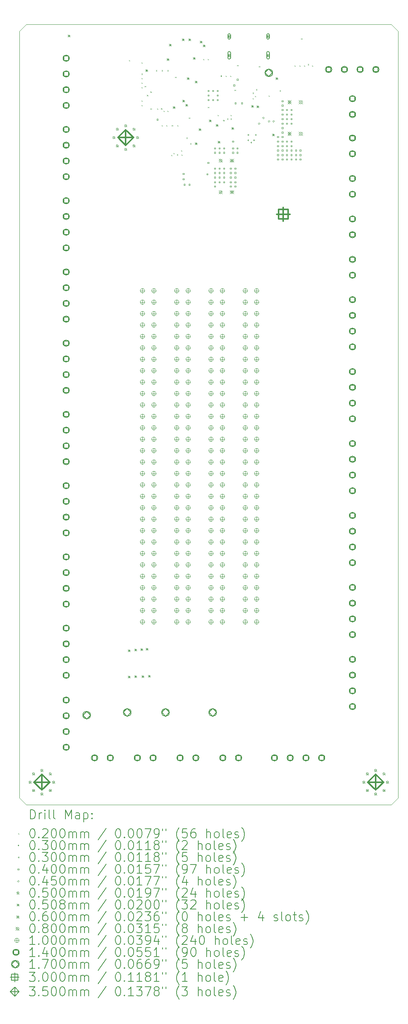
<source format=gbr>
%TF.GenerationSoftware,KiCad,Pcbnew,7.0.2*%
%TF.CreationDate,2023-05-23T23:28:56+01:00*%
%TF.ProjectId,kat_control_board,6b61745f-636f-46e7-9472-6f6c5f626f61,rev?*%
%TF.SameCoordinates,Original*%
%TF.FileFunction,Drillmap*%
%TF.FilePolarity,Positive*%
%FSLAX45Y45*%
G04 Gerber Fmt 4.5, Leading zero omitted, Abs format (unit mm)*
G04 Created by KiCad (PCBNEW 7.0.2) date 2023-05-23 23:28:56*
%MOMM*%
%LPD*%
G01*
G04 APERTURE LIST*
%ADD10C,0.100000*%
%ADD11C,0.200000*%
%ADD12C,0.020000*%
%ADD13C,0.030000*%
%ADD14C,0.040000*%
%ADD15C,0.045000*%
%ADD16C,0.050000*%
%ADD17C,0.050800*%
%ADD18C,0.060000*%
%ADD19C,0.080000*%
%ADD20C,0.140000*%
%ADD21C,0.170000*%
%ADD22C,0.300000*%
%ADD23C,0.350000*%
G04 APERTURE END LIST*
D10*
X11275000Y-18900000D02*
X11125000Y-19050000D01*
X3000000Y-1700000D02*
X11125000Y-1700000D01*
X11125000Y-1700000D02*
X11275000Y-1850000D01*
X2850000Y-18900000D02*
X3000000Y-19050000D01*
X2850000Y-18900000D02*
X2850000Y-1850000D01*
X11275000Y-1850000D02*
X11275000Y-18900000D01*
X11125000Y-19050000D02*
X3000000Y-19050000D01*
X2850000Y-1850000D02*
X3000000Y-1700000D01*
D11*
D12*
X5290000Y-2490000D02*
X5310000Y-2510000D01*
X5310000Y-2490000D02*
X5290000Y-2510000D01*
X5565000Y-2540000D02*
X5585000Y-2560000D01*
X5585000Y-2540000D02*
X5565000Y-2560000D01*
X5565000Y-2790000D02*
X5585000Y-2810000D01*
X5585000Y-2790000D02*
X5565000Y-2810000D01*
X5565000Y-2890000D02*
X5585000Y-2910000D01*
X5585000Y-2890000D02*
X5565000Y-2910000D01*
X5565000Y-2990000D02*
X5585000Y-3010000D01*
X5585000Y-2990000D02*
X5565000Y-3010000D01*
X5565000Y-3090000D02*
X5585000Y-3110000D01*
X5585000Y-3090000D02*
X5565000Y-3110000D01*
X5565000Y-3390000D02*
X5585000Y-3410000D01*
X5585000Y-3390000D02*
X5565000Y-3410000D01*
X5565000Y-3490000D02*
X5585000Y-3510000D01*
X5585000Y-3490000D02*
X5565000Y-3510000D01*
X5640000Y-3065000D02*
X5660000Y-3085000D01*
X5660000Y-3065000D02*
X5640000Y-3085000D01*
X5690000Y-3265000D02*
X5710000Y-3285000D01*
X5710000Y-3265000D02*
X5690000Y-3285000D01*
X5765000Y-3190000D02*
X5785000Y-3210000D01*
X5785000Y-3190000D02*
X5765000Y-3210000D01*
X5765000Y-3565000D02*
X5785000Y-3585000D01*
X5785000Y-3565000D02*
X5765000Y-3585000D01*
X5890000Y-2715000D02*
X5910000Y-2735000D01*
X5910000Y-2715000D02*
X5890000Y-2735000D01*
X5915000Y-3565000D02*
X5935000Y-3585000D01*
X5935000Y-3565000D02*
X5915000Y-3585000D01*
X6003860Y-3562472D02*
X6023860Y-3582472D01*
X6023860Y-3562472D02*
X6003860Y-3582472D01*
X6015000Y-2715000D02*
X6035000Y-2735000D01*
X6035000Y-2715000D02*
X6015000Y-2735000D01*
X6015000Y-3940000D02*
X6035000Y-3960000D01*
X6035000Y-3940000D02*
X6015000Y-3960000D01*
X6058970Y-3615000D02*
X6078970Y-3635000D01*
X6078970Y-3615000D02*
X6058970Y-3635000D01*
X6115000Y-3940000D02*
X6135000Y-3960000D01*
X6135000Y-3940000D02*
X6115000Y-3960000D01*
X6140000Y-2715000D02*
X6160000Y-2735000D01*
X6160000Y-2715000D02*
X6140000Y-2735000D01*
X6140000Y-3615000D02*
X6160000Y-3635000D01*
X6160000Y-3615000D02*
X6140000Y-3635000D01*
X6224735Y-4597884D02*
X6244735Y-4617884D01*
X6244735Y-4597884D02*
X6224735Y-4617884D01*
X6240000Y-3940000D02*
X6260000Y-3960000D01*
X6260000Y-3940000D02*
X6240000Y-3960000D01*
X6280329Y-4555430D02*
X6300329Y-4575430D01*
X6300329Y-4555430D02*
X6280329Y-4575430D01*
X6315000Y-2865000D02*
X6335000Y-2885000D01*
X6335000Y-2865000D02*
X6315000Y-2885000D01*
X6352270Y-4586793D02*
X6372270Y-4606793D01*
X6372270Y-4586793D02*
X6352270Y-4606793D01*
X6365000Y-3940000D02*
X6385000Y-3960000D01*
X6385000Y-3940000D02*
X6365000Y-3960000D01*
X6450000Y-4500000D02*
X6470000Y-4520000D01*
X6470000Y-4500000D02*
X6450000Y-4520000D01*
X6458540Y-4590918D02*
X6478540Y-4610918D01*
X6478540Y-4590918D02*
X6458540Y-4610918D01*
X6565000Y-4215000D02*
X6585000Y-4235000D01*
X6585000Y-4215000D02*
X6565000Y-4235000D01*
X6620000Y-3770000D02*
X6640000Y-3790000D01*
X6640000Y-3770000D02*
X6620000Y-3790000D01*
X6650000Y-4340000D02*
X6670000Y-4360000D01*
X6670000Y-4340000D02*
X6650000Y-4360000D01*
X6940000Y-2465000D02*
X6960000Y-2485000D01*
X6960000Y-2465000D02*
X6940000Y-2485000D01*
X7040000Y-2465000D02*
X7060000Y-2485000D01*
X7060000Y-2465000D02*
X7040000Y-2485000D01*
X7044006Y-3532357D02*
X7064006Y-3552357D01*
X7064006Y-3532357D02*
X7044006Y-3552357D01*
X7260000Y-3710000D02*
X7280000Y-3730000D01*
X7280000Y-3710000D02*
X7260000Y-3730000D01*
X7440000Y-2840000D02*
X7460000Y-2860000D01*
X7460000Y-2840000D02*
X7440000Y-2860000D01*
X7470000Y-3790000D02*
X7490000Y-3810000D01*
X7490000Y-3790000D02*
X7470000Y-3810000D01*
X7540000Y-2840000D02*
X7560000Y-2860000D01*
X7560000Y-2840000D02*
X7540000Y-2860000D01*
X7550000Y-3710000D02*
X7570000Y-3730000D01*
X7570000Y-3710000D02*
X7550000Y-3730000D01*
X7550000Y-3790000D02*
X7570000Y-3810000D01*
X7570000Y-3790000D02*
X7550000Y-3810000D01*
X7635480Y-3149960D02*
X7655480Y-3169960D01*
X7655480Y-3149960D02*
X7635480Y-3169960D01*
X7696790Y-2599950D02*
X7716790Y-2619950D01*
X7716790Y-2599950D02*
X7696790Y-2619950D01*
X8040000Y-3215000D02*
X8060000Y-3235000D01*
X8060000Y-3215000D02*
X8040000Y-3235000D01*
X8040000Y-3340000D02*
X8060000Y-3360000D01*
X8060000Y-3340000D02*
X8040000Y-3360000D01*
X8090000Y-3284890D02*
X8110000Y-3304890D01*
X8110000Y-3284890D02*
X8090000Y-3304890D01*
X8115000Y-3140000D02*
X8135000Y-3160000D01*
X8135000Y-3140000D02*
X8115000Y-3160000D01*
X8180000Y-2625000D02*
X8200000Y-2645000D01*
X8200000Y-2625000D02*
X8180000Y-2645000D01*
X8392400Y-3276960D02*
X8412400Y-3296960D01*
X8412400Y-3276960D02*
X8392400Y-3296960D01*
X8640000Y-3165000D02*
X8660000Y-3185000D01*
X8660000Y-3165000D02*
X8640000Y-3185000D01*
X8970000Y-2610000D02*
X8990000Y-2630000D01*
X8990000Y-2610000D02*
X8970000Y-2630000D01*
X9080000Y-2610000D02*
X9100000Y-2630000D01*
X9100000Y-2610000D02*
X9080000Y-2630000D01*
X9120000Y-2010000D02*
X9140000Y-2030000D01*
X9140000Y-2010000D02*
X9120000Y-2030000D01*
X9180000Y-2610000D02*
X9200000Y-2630000D01*
X9200000Y-2610000D02*
X9180000Y-2630000D01*
X9265000Y-2580000D02*
X9285000Y-2600000D01*
X9285000Y-2580000D02*
X9265000Y-2600000D01*
X9360000Y-2610000D02*
X9380000Y-2630000D01*
X9380000Y-2610000D02*
X9360000Y-2630000D01*
D13*
X7357341Y-2848259D02*
G75*
G03*
X7357341Y-2848259I-15000J0D01*
G01*
X7414100Y-3835600D02*
G75*
G03*
X7414100Y-3835600I-15000J0D01*
G01*
X7935750Y-4256500D02*
X7935750Y-4286500D01*
X7920750Y-4271500D02*
X7950750Y-4271500D01*
X7940750Y-4136500D02*
X7940750Y-4166500D01*
X7925750Y-4151500D02*
X7955750Y-4151500D01*
X8004250Y-4305000D02*
X8004250Y-4335000D01*
X7989250Y-4320000D02*
X8019250Y-4320000D01*
X8066750Y-4255500D02*
X8066750Y-4285500D01*
X8051750Y-4270500D02*
X8081750Y-4270500D01*
X8105250Y-4135500D02*
X8105250Y-4165500D01*
X8090250Y-4150500D02*
X8120250Y-4150500D01*
D14*
X5935430Y-3828312D02*
X5935430Y-3800028D01*
X5907146Y-3800028D01*
X5907146Y-3828312D01*
X5935430Y-3828312D01*
X6514142Y-5034142D02*
X6514142Y-5005858D01*
X6485858Y-5005858D01*
X6485858Y-5034142D01*
X6514142Y-5034142D01*
X6514142Y-5154142D02*
X6514142Y-5125858D01*
X6485858Y-5125858D01*
X6485858Y-5154142D01*
X6514142Y-5154142D01*
X6534142Y-5274142D02*
X6534142Y-5245858D01*
X6505858Y-5245858D01*
X6505858Y-5274142D01*
X6534142Y-5274142D01*
X6644142Y-5274142D02*
X6644142Y-5245858D01*
X6615858Y-5245858D01*
X6615858Y-5274142D01*
X6644142Y-5274142D01*
X7044142Y-5044142D02*
X7044142Y-5015858D01*
X7015858Y-5015858D01*
X7015858Y-5044142D01*
X7044142Y-5044142D01*
X7064142Y-4789142D02*
X7064142Y-4760858D01*
X7035858Y-4760858D01*
X7035858Y-4789142D01*
X7064142Y-4789142D01*
X7070342Y-3189342D02*
X7070342Y-3161058D01*
X7042058Y-3161058D01*
X7042058Y-3189342D01*
X7070342Y-3189342D01*
X7070342Y-3290942D02*
X7070342Y-3262658D01*
X7042058Y-3262658D01*
X7042058Y-3290942D01*
X7070342Y-3290942D01*
X7070342Y-3392542D02*
X7070342Y-3364258D01*
X7042058Y-3364258D01*
X7042058Y-3392542D01*
X7070342Y-3392542D01*
X7171942Y-3189342D02*
X7171942Y-3161058D01*
X7143658Y-3161058D01*
X7143658Y-3189342D01*
X7171942Y-3189342D01*
X7171942Y-3392542D02*
X7171942Y-3364258D01*
X7143658Y-3364258D01*
X7143658Y-3392542D01*
X7171942Y-3392542D01*
X7214142Y-4464142D02*
X7214142Y-4435858D01*
X7185858Y-4435858D01*
X7185858Y-4464142D01*
X7214142Y-4464142D01*
X7214142Y-4564142D02*
X7214142Y-4535858D01*
X7185858Y-4535858D01*
X7185858Y-4564142D01*
X7214142Y-4564142D01*
X7214142Y-4914142D02*
X7214142Y-4885858D01*
X7185858Y-4885858D01*
X7185858Y-4914142D01*
X7214142Y-4914142D01*
X7214142Y-5014142D02*
X7214142Y-4985858D01*
X7185858Y-4985858D01*
X7185858Y-5014142D01*
X7214142Y-5014142D01*
X7214142Y-5114142D02*
X7214142Y-5085858D01*
X7185858Y-5085858D01*
X7185858Y-5114142D01*
X7214142Y-5114142D01*
X7214142Y-5222352D02*
X7214142Y-5194068D01*
X7185858Y-5194068D01*
X7185858Y-5222352D01*
X7214142Y-5222352D01*
X7214142Y-5314142D02*
X7214142Y-5285858D01*
X7185858Y-5285858D01*
X7185858Y-5314142D01*
X7214142Y-5314142D01*
X7273542Y-3189342D02*
X7273542Y-3161058D01*
X7245258Y-3161058D01*
X7245258Y-3189342D01*
X7273542Y-3189342D01*
X7273542Y-3290942D02*
X7273542Y-3262658D01*
X7245258Y-3262658D01*
X7245258Y-3290942D01*
X7273542Y-3290942D01*
X7273542Y-3392542D02*
X7273542Y-3364258D01*
X7245258Y-3364258D01*
X7245258Y-3392542D01*
X7273542Y-3392542D01*
X7314142Y-4464142D02*
X7314142Y-4435858D01*
X7285858Y-4435858D01*
X7285858Y-4464142D01*
X7314142Y-4464142D01*
X7314142Y-4564142D02*
X7314142Y-4535858D01*
X7285858Y-4535858D01*
X7285858Y-4564142D01*
X7314142Y-4564142D01*
X7314142Y-4914142D02*
X7314142Y-4885858D01*
X7285858Y-4885858D01*
X7285858Y-4914142D01*
X7314142Y-4914142D01*
X7314142Y-5014142D02*
X7314142Y-4985858D01*
X7285858Y-4985858D01*
X7285858Y-5014142D01*
X7314142Y-5014142D01*
X7314142Y-5114142D02*
X7314142Y-5085858D01*
X7285858Y-5085858D01*
X7285858Y-5114142D01*
X7314142Y-5114142D01*
X7314142Y-5222352D02*
X7314142Y-5194068D01*
X7285858Y-5194068D01*
X7285858Y-5222352D01*
X7314142Y-5222352D01*
X7414142Y-4464142D02*
X7414142Y-4435858D01*
X7385858Y-4435858D01*
X7385858Y-4464142D01*
X7414142Y-4464142D01*
X7414142Y-4564142D02*
X7414142Y-4535858D01*
X7385858Y-4535858D01*
X7385858Y-4564142D01*
X7414142Y-4564142D01*
X7414142Y-4914142D02*
X7414142Y-4885858D01*
X7385858Y-4885858D01*
X7385858Y-4914142D01*
X7414142Y-4914142D01*
X7414142Y-5014142D02*
X7414142Y-4985858D01*
X7385858Y-4985858D01*
X7385858Y-5014142D01*
X7414142Y-5014142D01*
X7414142Y-5114142D02*
X7414142Y-5085858D01*
X7385858Y-5085858D01*
X7385858Y-5114142D01*
X7414142Y-5114142D01*
X7414142Y-5222352D02*
X7414142Y-5194068D01*
X7385858Y-5194068D01*
X7385858Y-5222352D01*
X7414142Y-5222352D01*
X7564142Y-4914142D02*
X7564142Y-4885858D01*
X7535858Y-4885858D01*
X7535858Y-4914142D01*
X7564142Y-4914142D01*
X7564142Y-5014142D02*
X7564142Y-4985858D01*
X7535858Y-4985858D01*
X7535858Y-5014142D01*
X7564142Y-5014142D01*
X7564142Y-5114142D02*
X7564142Y-5085858D01*
X7535858Y-5085858D01*
X7535858Y-5114142D01*
X7564142Y-5114142D01*
X7564142Y-5222352D02*
X7564142Y-5194068D01*
X7535858Y-5194068D01*
X7535858Y-5222352D01*
X7564142Y-5222352D01*
X7564142Y-5314142D02*
X7564142Y-5285858D01*
X7535858Y-5285858D01*
X7535858Y-5314142D01*
X7564142Y-5314142D01*
X7614142Y-4314142D02*
X7614142Y-4285858D01*
X7585858Y-4285858D01*
X7585858Y-4314142D01*
X7614142Y-4314142D01*
X7614142Y-4464142D02*
X7614142Y-4435858D01*
X7585858Y-4435858D01*
X7585858Y-4464142D01*
X7614142Y-4464142D01*
X7614142Y-4564142D02*
X7614142Y-4535858D01*
X7585858Y-4535858D01*
X7585858Y-4564142D01*
X7614142Y-4564142D01*
X7639142Y-3064142D02*
X7639142Y-3035858D01*
X7610858Y-3035858D01*
X7610858Y-3064142D01*
X7639142Y-3064142D01*
X7664142Y-4914142D02*
X7664142Y-4885858D01*
X7635858Y-4885858D01*
X7635858Y-4914142D01*
X7664142Y-4914142D01*
X7664142Y-5014142D02*
X7664142Y-4985858D01*
X7635858Y-4985858D01*
X7635858Y-5014142D01*
X7664142Y-5014142D01*
X7664142Y-5114142D02*
X7664142Y-5085858D01*
X7635858Y-5085858D01*
X7635858Y-5114142D01*
X7664142Y-5114142D01*
X7664142Y-5222352D02*
X7664142Y-5194068D01*
X7635858Y-5194068D01*
X7635858Y-5222352D01*
X7664142Y-5222352D01*
X7664142Y-5314142D02*
X7664142Y-5285858D01*
X7635858Y-5285858D01*
X7635858Y-5314142D01*
X7664142Y-5314142D01*
X7669941Y-3462872D02*
X7669941Y-3434587D01*
X7641656Y-3434587D01*
X7641656Y-3462872D01*
X7669941Y-3462872D01*
X7714142Y-4464142D02*
X7714142Y-4435858D01*
X7685858Y-4435858D01*
X7685858Y-4464142D01*
X7714142Y-4464142D01*
X7714142Y-4564142D02*
X7714142Y-4535858D01*
X7685858Y-4535858D01*
X7685858Y-4564142D01*
X7714142Y-4564142D01*
X7715771Y-2937879D02*
X7715771Y-2909594D01*
X7687486Y-2909594D01*
X7687486Y-2937879D01*
X7715771Y-2937879D01*
X7814142Y-3464142D02*
X7814142Y-3435858D01*
X7785858Y-3435858D01*
X7785858Y-3464142D01*
X7814142Y-3464142D01*
X8614142Y-4214142D02*
X8614142Y-4185858D01*
X8585858Y-4185858D01*
X8585858Y-4214142D01*
X8614142Y-4214142D01*
X8614142Y-4314142D02*
X8614142Y-4285858D01*
X8585858Y-4285858D01*
X8585858Y-4314142D01*
X8614142Y-4314142D01*
X8614142Y-4414142D02*
X8614142Y-4385858D01*
X8585858Y-4385858D01*
X8585858Y-4414142D01*
X8614142Y-4414142D01*
X8614142Y-4514142D02*
X8614142Y-4485858D01*
X8585858Y-4485858D01*
X8585858Y-4514142D01*
X8614142Y-4514142D01*
X8614142Y-4614142D02*
X8614142Y-4585858D01*
X8585858Y-4585858D01*
X8585858Y-4614142D01*
X8614142Y-4614142D01*
X8614142Y-4714142D02*
X8614142Y-4685858D01*
X8585858Y-4685858D01*
X8585858Y-4714142D01*
X8614142Y-4714142D01*
X8714142Y-3414142D02*
X8714142Y-3385858D01*
X8685858Y-3385858D01*
X8685858Y-3414142D01*
X8714142Y-3414142D01*
X8714142Y-3514142D02*
X8714142Y-3485858D01*
X8685858Y-3485858D01*
X8685858Y-3514142D01*
X8714142Y-3514142D01*
X8714142Y-3614142D02*
X8714142Y-3585858D01*
X8685858Y-3585858D01*
X8685858Y-3614142D01*
X8714142Y-3614142D01*
X8714142Y-3714142D02*
X8714142Y-3685858D01*
X8685858Y-3685858D01*
X8685858Y-3714142D01*
X8714142Y-3714142D01*
X8714142Y-3814142D02*
X8714142Y-3785858D01*
X8685858Y-3785858D01*
X8685858Y-3814142D01*
X8714142Y-3814142D01*
X8714142Y-3914142D02*
X8714142Y-3885858D01*
X8685858Y-3885858D01*
X8685858Y-3914142D01*
X8714142Y-3914142D01*
X8714142Y-4014142D02*
X8714142Y-3985858D01*
X8685858Y-3985858D01*
X8685858Y-4014142D01*
X8714142Y-4014142D01*
X8714142Y-4114142D02*
X8714142Y-4085858D01*
X8685858Y-4085858D01*
X8685858Y-4114142D01*
X8714142Y-4114142D01*
X8714142Y-4214142D02*
X8714142Y-4185858D01*
X8685858Y-4185858D01*
X8685858Y-4214142D01*
X8714142Y-4214142D01*
X8714142Y-4314142D02*
X8714142Y-4285858D01*
X8685858Y-4285858D01*
X8685858Y-4314142D01*
X8714142Y-4314142D01*
X8714142Y-4414142D02*
X8714142Y-4385858D01*
X8685858Y-4385858D01*
X8685858Y-4414142D01*
X8714142Y-4414142D01*
X8714142Y-4514142D02*
X8714142Y-4485858D01*
X8685858Y-4485858D01*
X8685858Y-4514142D01*
X8714142Y-4514142D01*
X8714142Y-4614142D02*
X8714142Y-4585858D01*
X8685858Y-4585858D01*
X8685858Y-4614142D01*
X8714142Y-4614142D01*
X8714142Y-4714142D02*
X8714142Y-4685858D01*
X8685858Y-4685858D01*
X8685858Y-4714142D01*
X8714142Y-4714142D01*
X8814142Y-3614142D02*
X8814142Y-3585858D01*
X8785858Y-3585858D01*
X8785858Y-3614142D01*
X8814142Y-3614142D01*
X8814142Y-3714142D02*
X8814142Y-3685858D01*
X8785858Y-3685858D01*
X8785858Y-3714142D01*
X8814142Y-3714142D01*
X8814142Y-3814142D02*
X8814142Y-3785858D01*
X8785858Y-3785858D01*
X8785858Y-3814142D01*
X8814142Y-3814142D01*
X8814142Y-3914142D02*
X8814142Y-3885858D01*
X8785858Y-3885858D01*
X8785858Y-3914142D01*
X8814142Y-3914142D01*
X8814142Y-4314142D02*
X8814142Y-4285858D01*
X8785858Y-4285858D01*
X8785858Y-4314142D01*
X8814142Y-4314142D01*
X8814142Y-4414142D02*
X8814142Y-4385858D01*
X8785858Y-4385858D01*
X8785858Y-4414142D01*
X8814142Y-4414142D01*
X8814142Y-4514142D02*
X8814142Y-4485858D01*
X8785858Y-4485858D01*
X8785858Y-4514142D01*
X8814142Y-4514142D01*
X8814142Y-4614142D02*
X8814142Y-4585858D01*
X8785858Y-4585858D01*
X8785858Y-4614142D01*
X8814142Y-4614142D01*
X8814142Y-4714142D02*
X8814142Y-4685858D01*
X8785858Y-4685858D01*
X8785858Y-4714142D01*
X8814142Y-4714142D01*
X8914142Y-3614142D02*
X8914142Y-3585858D01*
X8885858Y-3585858D01*
X8885858Y-3614142D01*
X8914142Y-3614142D01*
X8914142Y-3714142D02*
X8914142Y-3685858D01*
X8885858Y-3685858D01*
X8885858Y-3714142D01*
X8914142Y-3714142D01*
X8914142Y-3814142D02*
X8914142Y-3785858D01*
X8885858Y-3785858D01*
X8885858Y-3814142D01*
X8914142Y-3814142D01*
X8914142Y-3914142D02*
X8914142Y-3885858D01*
X8885858Y-3885858D01*
X8885858Y-3914142D01*
X8914142Y-3914142D01*
X8914142Y-4314142D02*
X8914142Y-4285858D01*
X8885858Y-4285858D01*
X8885858Y-4314142D01*
X8914142Y-4314142D01*
X8914142Y-4414142D02*
X8914142Y-4385858D01*
X8885858Y-4385858D01*
X8885858Y-4414142D01*
X8914142Y-4414142D01*
X8914142Y-4514142D02*
X8914142Y-4485858D01*
X8885858Y-4485858D01*
X8885858Y-4514142D01*
X8914142Y-4514142D01*
X8914142Y-4614142D02*
X8914142Y-4585858D01*
X8885858Y-4585858D01*
X8885858Y-4614142D01*
X8914142Y-4614142D01*
X8914142Y-4714142D02*
X8914142Y-4685858D01*
X8885858Y-4685858D01*
X8885858Y-4714142D01*
X8914142Y-4714142D01*
X9014142Y-4514142D02*
X9014142Y-4485858D01*
X8985858Y-4485858D01*
X8985858Y-4514142D01*
X9014142Y-4514142D01*
X9014142Y-4614142D02*
X9014142Y-4585858D01*
X8985858Y-4585858D01*
X8985858Y-4614142D01*
X9014142Y-4614142D01*
X9014142Y-4714142D02*
X9014142Y-4685858D01*
X8985858Y-4685858D01*
X8985858Y-4714142D01*
X9014142Y-4714142D01*
X9114142Y-4514142D02*
X9114142Y-4485858D01*
X9085858Y-4485858D01*
X9085858Y-4514142D01*
X9114142Y-4514142D01*
X9114142Y-4614142D02*
X9114142Y-4585858D01*
X9085858Y-4585858D01*
X9085858Y-4614142D01*
X9114142Y-4614142D01*
X9114142Y-4714142D02*
X9114142Y-4685858D01*
X9085858Y-4685858D01*
X9085858Y-4714142D01*
X9114142Y-4714142D01*
D15*
X8179420Y-3922500D02*
X8201920Y-3900000D01*
X8179420Y-3877500D01*
X8156920Y-3900000D01*
X8179420Y-3922500D01*
X8275000Y-3797500D02*
X8297500Y-3775000D01*
X8275000Y-3752500D01*
X8252500Y-3775000D01*
X8275000Y-3797500D01*
X8400000Y-3872500D02*
X8422500Y-3850000D01*
X8400000Y-3827500D01*
X8377500Y-3850000D01*
X8400000Y-3872500D01*
X8500000Y-3872500D02*
X8522500Y-3850000D01*
X8500000Y-3827500D01*
X8477500Y-3850000D01*
X8500000Y-3872500D01*
D16*
X3062500Y-18525000D02*
X3112500Y-18575000D01*
X3112500Y-18525000D02*
X3062500Y-18575000D01*
X3112500Y-18550000D02*
G75*
G03*
X3112500Y-18550000I-25000J0D01*
G01*
X3139384Y-18339385D02*
X3189384Y-18389385D01*
X3189384Y-18339385D02*
X3139384Y-18389385D01*
X3189384Y-18364385D02*
G75*
G03*
X3189384Y-18364385I-25000J0D01*
G01*
X3139384Y-18710616D02*
X3189384Y-18760616D01*
X3189384Y-18710616D02*
X3139384Y-18760616D01*
X3189384Y-18735616D02*
G75*
G03*
X3189384Y-18735616I-25000J0D01*
G01*
X3325000Y-18262500D02*
X3375000Y-18312500D01*
X3375000Y-18262500D02*
X3325000Y-18312500D01*
X3375000Y-18287500D02*
G75*
G03*
X3375000Y-18287500I-25000J0D01*
G01*
X3325000Y-18787500D02*
X3375000Y-18837500D01*
X3375000Y-18787500D02*
X3325000Y-18837500D01*
X3375000Y-18812500D02*
G75*
G03*
X3375000Y-18812500I-25000J0D01*
G01*
X3510615Y-18339385D02*
X3560615Y-18389385D01*
X3560615Y-18339385D02*
X3510615Y-18389385D01*
X3560615Y-18364385D02*
G75*
G03*
X3560615Y-18364385I-25000J0D01*
G01*
X3510615Y-18710616D02*
X3560615Y-18760616D01*
X3560615Y-18710616D02*
X3510615Y-18760616D01*
X3560615Y-18735616D02*
G75*
G03*
X3560615Y-18735616I-25000J0D01*
G01*
X3587500Y-18525000D02*
X3637500Y-18575000D01*
X3637500Y-18525000D02*
X3587500Y-18575000D01*
X3637500Y-18550000D02*
G75*
G03*
X3637500Y-18550000I-25000J0D01*
G01*
X4926885Y-4189384D02*
X4976885Y-4239385D01*
X4976885Y-4189384D02*
X4926885Y-4239385D01*
X4976885Y-4214385D02*
G75*
G03*
X4976885Y-4214385I-25000J0D01*
G01*
X5003769Y-4003769D02*
X5053769Y-4053769D01*
X5053769Y-4003769D02*
X5003769Y-4053769D01*
X5053769Y-4028769D02*
G75*
G03*
X5053769Y-4028769I-25000J0D01*
G01*
X5003769Y-4375000D02*
X5053769Y-4425000D01*
X5053769Y-4375000D02*
X5003769Y-4425000D01*
X5053769Y-4400000D02*
G75*
G03*
X5053769Y-4400000I-25000J0D01*
G01*
X5189385Y-3926884D02*
X5239385Y-3976884D01*
X5239385Y-3926884D02*
X5189385Y-3976884D01*
X5239385Y-3951884D02*
G75*
G03*
X5239385Y-3951884I-25000J0D01*
G01*
X5189385Y-4451885D02*
X5239385Y-4501885D01*
X5239385Y-4451885D02*
X5189385Y-4501885D01*
X5239385Y-4476885D02*
G75*
G03*
X5239385Y-4476885I-25000J0D01*
G01*
X5375000Y-4003769D02*
X5425000Y-4053769D01*
X5425000Y-4003769D02*
X5375000Y-4053769D01*
X5425000Y-4028769D02*
G75*
G03*
X5425000Y-4028769I-25000J0D01*
G01*
X5375000Y-4375000D02*
X5425000Y-4425000D01*
X5425000Y-4375000D02*
X5375000Y-4425000D01*
X5425000Y-4400000D02*
G75*
G03*
X5425000Y-4400000I-25000J0D01*
G01*
X5451885Y-4189384D02*
X5501885Y-4239385D01*
X5501885Y-4189384D02*
X5451885Y-4239385D01*
X5501885Y-4214385D02*
G75*
G03*
X5501885Y-4214385I-25000J0D01*
G01*
X10487500Y-18525000D02*
X10537500Y-18575000D01*
X10537500Y-18525000D02*
X10487500Y-18575000D01*
X10537500Y-18550000D02*
G75*
G03*
X10537500Y-18550000I-25000J0D01*
G01*
X10564385Y-18339385D02*
X10614385Y-18389385D01*
X10614385Y-18339385D02*
X10564385Y-18389385D01*
X10614385Y-18364385D02*
G75*
G03*
X10614385Y-18364385I-25000J0D01*
G01*
X10564385Y-18710616D02*
X10614385Y-18760616D01*
X10614385Y-18710616D02*
X10564385Y-18760616D01*
X10614385Y-18735616D02*
G75*
G03*
X10614385Y-18735616I-25000J0D01*
G01*
X10750000Y-18262500D02*
X10800000Y-18312500D01*
X10800000Y-18262500D02*
X10750000Y-18312500D01*
X10800000Y-18287500D02*
G75*
G03*
X10800000Y-18287500I-25000J0D01*
G01*
X10750000Y-18787500D02*
X10800000Y-18837500D01*
X10800000Y-18787500D02*
X10750000Y-18837500D01*
X10800000Y-18812500D02*
G75*
G03*
X10800000Y-18812500I-25000J0D01*
G01*
X10935616Y-18339385D02*
X10985616Y-18389385D01*
X10985616Y-18339385D02*
X10935616Y-18389385D01*
X10985616Y-18364385D02*
G75*
G03*
X10985616Y-18364385I-25000J0D01*
G01*
X10935616Y-18710616D02*
X10985616Y-18760616D01*
X10985616Y-18710616D02*
X10935616Y-18760616D01*
X10985616Y-18735616D02*
G75*
G03*
X10985616Y-18735616I-25000J0D01*
G01*
X11012500Y-18525000D02*
X11062500Y-18575000D01*
X11062500Y-18525000D02*
X11012500Y-18575000D01*
X11062500Y-18550000D02*
G75*
G03*
X11062500Y-18550000I-25000J0D01*
G01*
D17*
X3924600Y-1924600D02*
X3975400Y-1975400D01*
X3975400Y-1924600D02*
X3924600Y-1975400D01*
X3950000Y-1924600D02*
X3950000Y-1975400D01*
X3924600Y-1950000D02*
X3975400Y-1950000D01*
X5264600Y-15601310D02*
X5315400Y-15652110D01*
X5315400Y-15601310D02*
X5264600Y-15652110D01*
X5290000Y-15601310D02*
X5290000Y-15652110D01*
X5264600Y-15626710D02*
X5315400Y-15626710D01*
X5264600Y-16184600D02*
X5315400Y-16235400D01*
X5315400Y-16184600D02*
X5264600Y-16235400D01*
X5290000Y-16184600D02*
X5290000Y-16235400D01*
X5264600Y-16210000D02*
X5315400Y-16210000D01*
X5404600Y-15584600D02*
X5455400Y-15635400D01*
X5455400Y-15584600D02*
X5404600Y-15635400D01*
X5430000Y-15584600D02*
X5430000Y-15635400D01*
X5404600Y-15610000D02*
X5455400Y-15610000D01*
X5404600Y-16174600D02*
X5455400Y-16225400D01*
X5455400Y-16174600D02*
X5404600Y-16225400D01*
X5430000Y-16174600D02*
X5430000Y-16225400D01*
X5404600Y-16200000D02*
X5455400Y-16200000D01*
X5544600Y-15574600D02*
X5595400Y-15625400D01*
X5595400Y-15574600D02*
X5544600Y-15625400D01*
X5570000Y-15574600D02*
X5570000Y-15625400D01*
X5544600Y-15600000D02*
X5595400Y-15600000D01*
X5564600Y-16174600D02*
X5615400Y-16225400D01*
X5615400Y-16174600D02*
X5564600Y-16225400D01*
X5590000Y-16174600D02*
X5590000Y-16225400D01*
X5564600Y-16200000D02*
X5615400Y-16200000D01*
X5649600Y-2699600D02*
X5700400Y-2750400D01*
X5700400Y-2699600D02*
X5649600Y-2750400D01*
X5675000Y-2699600D02*
X5675000Y-2750400D01*
X5649600Y-2725000D02*
X5700400Y-2725000D01*
X5664600Y-15564600D02*
X5715400Y-15615400D01*
X5715400Y-15564600D02*
X5664600Y-15615400D01*
X5690000Y-15564600D02*
X5690000Y-15615400D01*
X5664600Y-15590000D02*
X5715400Y-15590000D01*
X5714600Y-16164600D02*
X5765400Y-16215400D01*
X5765400Y-16164600D02*
X5714600Y-16215400D01*
X5740000Y-16164600D02*
X5740000Y-16215400D01*
X5714600Y-16190000D02*
X5765400Y-16190000D01*
X6124600Y-2449600D02*
X6175400Y-2500400D01*
X6175400Y-2449600D02*
X6124600Y-2500400D01*
X6150000Y-2449600D02*
X6150000Y-2500400D01*
X6124600Y-2475000D02*
X6175400Y-2475000D01*
X6174600Y-2124600D02*
X6225400Y-2175400D01*
X6225400Y-2124600D02*
X6174600Y-2175400D01*
X6200000Y-2124600D02*
X6200000Y-2175400D01*
X6174600Y-2150000D02*
X6225400Y-2150000D01*
X6259113Y-3520853D02*
X6309913Y-3571653D01*
X6309913Y-3520853D02*
X6259113Y-3571653D01*
X6284513Y-3520853D02*
X6284513Y-3571653D01*
X6259113Y-3546253D02*
X6309913Y-3546253D01*
X6466920Y-2011880D02*
X6517720Y-2062680D01*
X6517720Y-2011880D02*
X6466920Y-2062680D01*
X6492320Y-2011880D02*
X6492320Y-2062680D01*
X6466920Y-2037280D02*
X6517720Y-2037280D01*
X6474600Y-3374600D02*
X6525400Y-3425400D01*
X6525400Y-3374600D02*
X6474600Y-3425400D01*
X6500000Y-3374600D02*
X6500000Y-3425400D01*
X6474600Y-3400000D02*
X6525400Y-3400000D01*
X6545038Y-3462370D02*
X6595838Y-3513170D01*
X6595838Y-3462370D02*
X6545038Y-3513170D01*
X6570438Y-3462370D02*
X6570438Y-3513170D01*
X6545038Y-3487770D02*
X6595838Y-3487770D01*
X6574600Y-2875110D02*
X6625400Y-2925910D01*
X6625400Y-2875110D02*
X6574600Y-2925910D01*
X6600000Y-2875110D02*
X6600000Y-2925910D01*
X6574600Y-2900510D02*
X6625400Y-2900510D01*
X6609160Y-2011880D02*
X6659960Y-2062680D01*
X6659960Y-2011880D02*
X6609160Y-2062680D01*
X6634560Y-2011880D02*
X6634560Y-2062680D01*
X6609160Y-2037280D02*
X6659960Y-2037280D01*
X6713300Y-2428100D02*
X6764100Y-2478900D01*
X6764100Y-2428100D02*
X6713300Y-2478900D01*
X6738700Y-2428100D02*
X6738700Y-2478900D01*
X6713300Y-2453500D02*
X6764100Y-2453500D01*
X6751400Y-2946600D02*
X6802200Y-2997400D01*
X6802200Y-2946600D02*
X6751400Y-2997400D01*
X6776800Y-2946600D02*
X6776800Y-2997400D01*
X6751400Y-2972000D02*
X6802200Y-2972000D01*
X6754600Y-4324600D02*
X6805400Y-4375400D01*
X6805400Y-4324600D02*
X6754600Y-4375400D01*
X6780000Y-4324600D02*
X6780000Y-4375400D01*
X6754600Y-4350000D02*
X6805400Y-4350000D01*
X6834600Y-4009600D02*
X6885400Y-4060400D01*
X6885400Y-4009600D02*
X6834600Y-4060400D01*
X6860000Y-4009600D02*
X6860000Y-4060400D01*
X6834600Y-4035000D02*
X6885400Y-4035000D01*
X6863160Y-2057600D02*
X6913960Y-2108400D01*
X6913960Y-2057600D02*
X6863160Y-2108400D01*
X6888560Y-2057600D02*
X6888560Y-2108400D01*
X6863160Y-2083000D02*
X6913960Y-2083000D01*
X6934280Y-2149040D02*
X6985080Y-2199840D01*
X6985080Y-2149040D02*
X6934280Y-2199840D01*
X6959680Y-2149040D02*
X6959680Y-2199840D01*
X6934280Y-2174440D02*
X6985080Y-2174440D01*
X7068900Y-3810200D02*
X7119700Y-3861000D01*
X7119700Y-3810200D02*
X7068900Y-3861000D01*
X7094300Y-3810200D02*
X7094300Y-3861000D01*
X7068900Y-3835600D02*
X7119700Y-3835600D01*
X7221300Y-3911800D02*
X7272100Y-3962600D01*
X7272100Y-3911800D02*
X7221300Y-3962600D01*
X7246700Y-3911800D02*
X7246700Y-3962600D01*
X7221300Y-3937200D02*
X7272100Y-3937200D01*
X7264600Y-4284600D02*
X7315400Y-4335400D01*
X7315400Y-4284600D02*
X7264600Y-4335400D01*
X7290000Y-4284600D02*
X7290000Y-4335400D01*
X7264600Y-4310000D02*
X7315400Y-4310000D01*
X7564600Y-3984600D02*
X7615400Y-4035400D01*
X7615400Y-3984600D02*
X7564600Y-4035400D01*
X7590000Y-3984600D02*
X7590000Y-4035400D01*
X7564600Y-4010000D02*
X7615400Y-4010000D01*
X8004600Y-3492810D02*
X8055400Y-3543610D01*
X8055400Y-3492810D02*
X8004600Y-3543610D01*
X8030000Y-3492810D02*
X8030000Y-3543610D01*
X8004600Y-3518210D02*
X8055400Y-3518210D01*
X8124600Y-3499600D02*
X8175400Y-3550400D01*
X8175400Y-3499600D02*
X8124600Y-3550400D01*
X8150000Y-3499600D02*
X8150000Y-3550400D01*
X8124600Y-3525000D02*
X8175400Y-3525000D01*
X8474600Y-4124600D02*
X8525400Y-4175400D01*
X8525400Y-4124600D02*
X8474600Y-4175400D01*
X8500000Y-4124600D02*
X8500000Y-4175400D01*
X8474600Y-4150000D02*
X8525400Y-4150000D01*
X8549600Y-2874600D02*
X8600400Y-2925400D01*
X8600400Y-2874600D02*
X8549600Y-2925400D01*
X8575000Y-2874600D02*
X8575000Y-2925400D01*
X8549600Y-2900000D02*
X8600400Y-2900000D01*
D18*
X7488000Y-1935500D02*
X7548000Y-1995500D01*
X7548000Y-1935500D02*
X7488000Y-1995500D01*
X7539213Y-1986713D02*
X7539213Y-1944287D01*
X7496787Y-1944287D01*
X7496787Y-1986713D01*
X7539213Y-1986713D01*
D11*
X7548000Y-1995500D02*
X7548000Y-1935500D01*
X7548000Y-1935500D02*
G75*
G03*
X7488000Y-1935500I-30000J0D01*
G01*
X7488000Y-1935500D02*
X7488000Y-1995500D01*
X7488000Y-1995500D02*
G75*
G03*
X7548000Y-1995500I30000J0D01*
G01*
D18*
X7488000Y-2353500D02*
X7548000Y-2413500D01*
X7548000Y-2353500D02*
X7488000Y-2413500D01*
X7539213Y-2404713D02*
X7539213Y-2362287D01*
X7496787Y-2362287D01*
X7496787Y-2404713D01*
X7539213Y-2404713D01*
D11*
X7548000Y-2438500D02*
X7548000Y-2328500D01*
X7548000Y-2328500D02*
G75*
G03*
X7488000Y-2328500I-30000J0D01*
G01*
X7488000Y-2328500D02*
X7488000Y-2438500D01*
X7488000Y-2438500D02*
G75*
G03*
X7548000Y-2438500I30000J0D01*
G01*
D18*
X8352000Y-1935500D02*
X8412000Y-1995500D01*
X8412000Y-1935500D02*
X8352000Y-1995500D01*
X8403213Y-1986713D02*
X8403213Y-1944287D01*
X8360787Y-1944287D01*
X8360787Y-1986713D01*
X8403213Y-1986713D01*
D11*
X8412000Y-1995500D02*
X8412000Y-1935500D01*
X8412000Y-1935500D02*
G75*
G03*
X8352000Y-1935500I-30000J0D01*
G01*
X8352000Y-1935500D02*
X8352000Y-1995500D01*
X8352000Y-1995500D02*
G75*
G03*
X8412000Y-1995500I30000J0D01*
G01*
D18*
X8352000Y-2353500D02*
X8412000Y-2413500D01*
X8412000Y-2353500D02*
X8352000Y-2413500D01*
X8403213Y-2404713D02*
X8403213Y-2362287D01*
X8360787Y-2362287D01*
X8360787Y-2404713D01*
X8403213Y-2404713D01*
D11*
X8412000Y-2438500D02*
X8412000Y-2328500D01*
X8412000Y-2328500D02*
G75*
G03*
X8352000Y-2328500I-30000J0D01*
G01*
X8352000Y-2328500D02*
X8352000Y-2438500D01*
X8352000Y-2438500D02*
G75*
G03*
X8412000Y-2438500I30000J0D01*
G01*
D19*
X7285000Y-4685000D02*
X7365000Y-4765000D01*
X7365000Y-4685000D02*
X7285000Y-4765000D01*
X7325000Y-4765000D02*
X7365000Y-4725000D01*
X7325000Y-4685000D01*
X7285000Y-4725000D01*
X7325000Y-4765000D01*
X7285000Y-5385000D02*
X7365000Y-5465000D01*
X7365000Y-5385000D02*
X7285000Y-5465000D01*
X7325000Y-5465000D02*
X7365000Y-5425000D01*
X7325000Y-5385000D01*
X7285000Y-5425000D01*
X7325000Y-5465000D01*
X7535000Y-4685000D02*
X7615000Y-4765000D01*
X7615000Y-4685000D02*
X7535000Y-4765000D01*
X7575000Y-4765000D02*
X7615000Y-4725000D01*
X7575000Y-4685000D01*
X7535000Y-4725000D01*
X7575000Y-4765000D01*
X7535000Y-5385000D02*
X7615000Y-5465000D01*
X7615000Y-5385000D02*
X7535000Y-5465000D01*
X7575000Y-5465000D02*
X7615000Y-5425000D01*
X7575000Y-5385000D01*
X7535000Y-5425000D01*
X7575000Y-5465000D01*
X8816762Y-3385000D02*
X8896762Y-3465000D01*
X8896762Y-3385000D02*
X8816762Y-3465000D01*
X8856762Y-3465000D02*
X8896762Y-3425000D01*
X8856762Y-3385000D01*
X8816762Y-3425000D01*
X8856762Y-3465000D01*
X8816762Y-4085000D02*
X8896762Y-4165000D01*
X8896762Y-4085000D02*
X8816762Y-4165000D01*
X8856762Y-4165000D02*
X8896762Y-4125000D01*
X8856762Y-4085000D01*
X8816762Y-4125000D01*
X8856762Y-4165000D01*
X9066762Y-3385000D02*
X9146762Y-3465000D01*
X9146762Y-3385000D02*
X9066762Y-3465000D01*
X9106762Y-3465000D02*
X9146762Y-3425000D01*
X9106762Y-3385000D01*
X9066762Y-3425000D01*
X9106762Y-3465000D01*
X9066762Y-4085000D02*
X9146762Y-4165000D01*
X9146762Y-4085000D02*
X9066762Y-4165000D01*
X9106762Y-4165000D02*
X9146762Y-4125000D01*
X9106762Y-4085000D01*
X9066762Y-4125000D01*
X9106762Y-4165000D01*
D10*
X5588000Y-7570000D02*
X5588000Y-7670000D01*
X5538000Y-7620000D02*
X5638000Y-7620000D01*
X5638000Y-7620000D02*
G75*
G03*
X5638000Y-7620000I-50000J0D01*
G01*
X5588000Y-7824000D02*
X5588000Y-7924000D01*
X5538000Y-7874000D02*
X5638000Y-7874000D01*
X5638000Y-7874000D02*
G75*
G03*
X5638000Y-7874000I-50000J0D01*
G01*
X5588000Y-8078000D02*
X5588000Y-8178000D01*
X5538000Y-8128000D02*
X5638000Y-8128000D01*
X5638000Y-8128000D02*
G75*
G03*
X5638000Y-8128000I-50000J0D01*
G01*
X5588000Y-8332000D02*
X5588000Y-8432000D01*
X5538000Y-8382000D02*
X5638000Y-8382000D01*
X5638000Y-8382000D02*
G75*
G03*
X5638000Y-8382000I-50000J0D01*
G01*
X5588000Y-8586000D02*
X5588000Y-8686000D01*
X5538000Y-8636000D02*
X5638000Y-8636000D01*
X5638000Y-8636000D02*
G75*
G03*
X5638000Y-8636000I-50000J0D01*
G01*
X5588000Y-8840000D02*
X5588000Y-8940000D01*
X5538000Y-8890000D02*
X5638000Y-8890000D01*
X5638000Y-8890000D02*
G75*
G03*
X5638000Y-8890000I-50000J0D01*
G01*
X5588000Y-9094000D02*
X5588000Y-9194000D01*
X5538000Y-9144000D02*
X5638000Y-9144000D01*
X5638000Y-9144000D02*
G75*
G03*
X5638000Y-9144000I-50000J0D01*
G01*
X5588000Y-9348000D02*
X5588000Y-9448000D01*
X5538000Y-9398000D02*
X5638000Y-9398000D01*
X5638000Y-9398000D02*
G75*
G03*
X5638000Y-9398000I-50000J0D01*
G01*
X5588000Y-9602000D02*
X5588000Y-9702000D01*
X5538000Y-9652000D02*
X5638000Y-9652000D01*
X5638000Y-9652000D02*
G75*
G03*
X5638000Y-9652000I-50000J0D01*
G01*
X5588000Y-9856000D02*
X5588000Y-9956000D01*
X5538000Y-9906000D02*
X5638000Y-9906000D01*
X5638000Y-9906000D02*
G75*
G03*
X5638000Y-9906000I-50000J0D01*
G01*
X5588000Y-10110000D02*
X5588000Y-10210000D01*
X5538000Y-10160000D02*
X5638000Y-10160000D01*
X5638000Y-10160000D02*
G75*
G03*
X5638000Y-10160000I-50000J0D01*
G01*
X5588000Y-10364000D02*
X5588000Y-10464000D01*
X5538000Y-10414000D02*
X5638000Y-10414000D01*
X5638000Y-10414000D02*
G75*
G03*
X5638000Y-10414000I-50000J0D01*
G01*
X5588000Y-10618000D02*
X5588000Y-10718000D01*
X5538000Y-10668000D02*
X5638000Y-10668000D01*
X5638000Y-10668000D02*
G75*
G03*
X5638000Y-10668000I-50000J0D01*
G01*
X5588000Y-10872000D02*
X5588000Y-10972000D01*
X5538000Y-10922000D02*
X5638000Y-10922000D01*
X5638000Y-10922000D02*
G75*
G03*
X5638000Y-10922000I-50000J0D01*
G01*
X5588000Y-11126000D02*
X5588000Y-11226000D01*
X5538000Y-11176000D02*
X5638000Y-11176000D01*
X5638000Y-11176000D02*
G75*
G03*
X5638000Y-11176000I-50000J0D01*
G01*
X5588000Y-11380000D02*
X5588000Y-11480000D01*
X5538000Y-11430000D02*
X5638000Y-11430000D01*
X5638000Y-11430000D02*
G75*
G03*
X5638000Y-11430000I-50000J0D01*
G01*
X5588000Y-11634000D02*
X5588000Y-11734000D01*
X5538000Y-11684000D02*
X5638000Y-11684000D01*
X5638000Y-11684000D02*
G75*
G03*
X5638000Y-11684000I-50000J0D01*
G01*
X5588000Y-11888000D02*
X5588000Y-11988000D01*
X5538000Y-11938000D02*
X5638000Y-11938000D01*
X5638000Y-11938000D02*
G75*
G03*
X5638000Y-11938000I-50000J0D01*
G01*
X5588000Y-12142000D02*
X5588000Y-12242000D01*
X5538000Y-12192000D02*
X5638000Y-12192000D01*
X5638000Y-12192000D02*
G75*
G03*
X5638000Y-12192000I-50000J0D01*
G01*
X5588000Y-12396000D02*
X5588000Y-12496000D01*
X5538000Y-12446000D02*
X5638000Y-12446000D01*
X5638000Y-12446000D02*
G75*
G03*
X5638000Y-12446000I-50000J0D01*
G01*
X5588000Y-12650000D02*
X5588000Y-12750000D01*
X5538000Y-12700000D02*
X5638000Y-12700000D01*
X5638000Y-12700000D02*
G75*
G03*
X5638000Y-12700000I-50000J0D01*
G01*
X5588000Y-12904000D02*
X5588000Y-13004000D01*
X5538000Y-12954000D02*
X5638000Y-12954000D01*
X5638000Y-12954000D02*
G75*
G03*
X5638000Y-12954000I-50000J0D01*
G01*
X5588000Y-13158000D02*
X5588000Y-13258000D01*
X5538000Y-13208000D02*
X5638000Y-13208000D01*
X5638000Y-13208000D02*
G75*
G03*
X5638000Y-13208000I-50000J0D01*
G01*
X5588000Y-13412000D02*
X5588000Y-13512000D01*
X5538000Y-13462000D02*
X5638000Y-13462000D01*
X5638000Y-13462000D02*
G75*
G03*
X5638000Y-13462000I-50000J0D01*
G01*
X5588000Y-13666000D02*
X5588000Y-13766000D01*
X5538000Y-13716000D02*
X5638000Y-13716000D01*
X5638000Y-13716000D02*
G75*
G03*
X5638000Y-13716000I-50000J0D01*
G01*
X5588000Y-13920000D02*
X5588000Y-14020000D01*
X5538000Y-13970000D02*
X5638000Y-13970000D01*
X5638000Y-13970000D02*
G75*
G03*
X5638000Y-13970000I-50000J0D01*
G01*
X5588000Y-14174000D02*
X5588000Y-14274000D01*
X5538000Y-14224000D02*
X5638000Y-14224000D01*
X5638000Y-14224000D02*
G75*
G03*
X5638000Y-14224000I-50000J0D01*
G01*
X5588000Y-14428000D02*
X5588000Y-14528000D01*
X5538000Y-14478000D02*
X5638000Y-14478000D01*
X5638000Y-14478000D02*
G75*
G03*
X5638000Y-14478000I-50000J0D01*
G01*
X5588000Y-14682000D02*
X5588000Y-14782000D01*
X5538000Y-14732000D02*
X5638000Y-14732000D01*
X5638000Y-14732000D02*
G75*
G03*
X5638000Y-14732000I-50000J0D01*
G01*
X5588000Y-14936000D02*
X5588000Y-15036000D01*
X5538000Y-14986000D02*
X5638000Y-14986000D01*
X5638000Y-14986000D02*
G75*
G03*
X5638000Y-14986000I-50000J0D01*
G01*
X5842000Y-7570000D02*
X5842000Y-7670000D01*
X5792000Y-7620000D02*
X5892000Y-7620000D01*
X5892000Y-7620000D02*
G75*
G03*
X5892000Y-7620000I-50000J0D01*
G01*
X5842000Y-7824000D02*
X5842000Y-7924000D01*
X5792000Y-7874000D02*
X5892000Y-7874000D01*
X5892000Y-7874000D02*
G75*
G03*
X5892000Y-7874000I-50000J0D01*
G01*
X5842000Y-8078000D02*
X5842000Y-8178000D01*
X5792000Y-8128000D02*
X5892000Y-8128000D01*
X5892000Y-8128000D02*
G75*
G03*
X5892000Y-8128000I-50000J0D01*
G01*
X5842000Y-8332000D02*
X5842000Y-8432000D01*
X5792000Y-8382000D02*
X5892000Y-8382000D01*
X5892000Y-8382000D02*
G75*
G03*
X5892000Y-8382000I-50000J0D01*
G01*
X5842000Y-8586000D02*
X5842000Y-8686000D01*
X5792000Y-8636000D02*
X5892000Y-8636000D01*
X5892000Y-8636000D02*
G75*
G03*
X5892000Y-8636000I-50000J0D01*
G01*
X5842000Y-8840000D02*
X5842000Y-8940000D01*
X5792000Y-8890000D02*
X5892000Y-8890000D01*
X5892000Y-8890000D02*
G75*
G03*
X5892000Y-8890000I-50000J0D01*
G01*
X5842000Y-9094000D02*
X5842000Y-9194000D01*
X5792000Y-9144000D02*
X5892000Y-9144000D01*
X5892000Y-9144000D02*
G75*
G03*
X5892000Y-9144000I-50000J0D01*
G01*
X5842000Y-9348000D02*
X5842000Y-9448000D01*
X5792000Y-9398000D02*
X5892000Y-9398000D01*
X5892000Y-9398000D02*
G75*
G03*
X5892000Y-9398000I-50000J0D01*
G01*
X5842000Y-9602000D02*
X5842000Y-9702000D01*
X5792000Y-9652000D02*
X5892000Y-9652000D01*
X5892000Y-9652000D02*
G75*
G03*
X5892000Y-9652000I-50000J0D01*
G01*
X5842000Y-9856000D02*
X5842000Y-9956000D01*
X5792000Y-9906000D02*
X5892000Y-9906000D01*
X5892000Y-9906000D02*
G75*
G03*
X5892000Y-9906000I-50000J0D01*
G01*
X5842000Y-10110000D02*
X5842000Y-10210000D01*
X5792000Y-10160000D02*
X5892000Y-10160000D01*
X5892000Y-10160000D02*
G75*
G03*
X5892000Y-10160000I-50000J0D01*
G01*
X5842000Y-10364000D02*
X5842000Y-10464000D01*
X5792000Y-10414000D02*
X5892000Y-10414000D01*
X5892000Y-10414000D02*
G75*
G03*
X5892000Y-10414000I-50000J0D01*
G01*
X5842000Y-10618000D02*
X5842000Y-10718000D01*
X5792000Y-10668000D02*
X5892000Y-10668000D01*
X5892000Y-10668000D02*
G75*
G03*
X5892000Y-10668000I-50000J0D01*
G01*
X5842000Y-10872000D02*
X5842000Y-10972000D01*
X5792000Y-10922000D02*
X5892000Y-10922000D01*
X5892000Y-10922000D02*
G75*
G03*
X5892000Y-10922000I-50000J0D01*
G01*
X5842000Y-11126000D02*
X5842000Y-11226000D01*
X5792000Y-11176000D02*
X5892000Y-11176000D01*
X5892000Y-11176000D02*
G75*
G03*
X5892000Y-11176000I-50000J0D01*
G01*
X5842000Y-11380000D02*
X5842000Y-11480000D01*
X5792000Y-11430000D02*
X5892000Y-11430000D01*
X5892000Y-11430000D02*
G75*
G03*
X5892000Y-11430000I-50000J0D01*
G01*
X5842000Y-11634000D02*
X5842000Y-11734000D01*
X5792000Y-11684000D02*
X5892000Y-11684000D01*
X5892000Y-11684000D02*
G75*
G03*
X5892000Y-11684000I-50000J0D01*
G01*
X5842000Y-11888000D02*
X5842000Y-11988000D01*
X5792000Y-11938000D02*
X5892000Y-11938000D01*
X5892000Y-11938000D02*
G75*
G03*
X5892000Y-11938000I-50000J0D01*
G01*
X5842000Y-12142000D02*
X5842000Y-12242000D01*
X5792000Y-12192000D02*
X5892000Y-12192000D01*
X5892000Y-12192000D02*
G75*
G03*
X5892000Y-12192000I-50000J0D01*
G01*
X5842000Y-12396000D02*
X5842000Y-12496000D01*
X5792000Y-12446000D02*
X5892000Y-12446000D01*
X5892000Y-12446000D02*
G75*
G03*
X5892000Y-12446000I-50000J0D01*
G01*
X5842000Y-12650000D02*
X5842000Y-12750000D01*
X5792000Y-12700000D02*
X5892000Y-12700000D01*
X5892000Y-12700000D02*
G75*
G03*
X5892000Y-12700000I-50000J0D01*
G01*
X5842000Y-12904000D02*
X5842000Y-13004000D01*
X5792000Y-12954000D02*
X5892000Y-12954000D01*
X5892000Y-12954000D02*
G75*
G03*
X5892000Y-12954000I-50000J0D01*
G01*
X5842000Y-13158000D02*
X5842000Y-13258000D01*
X5792000Y-13208000D02*
X5892000Y-13208000D01*
X5892000Y-13208000D02*
G75*
G03*
X5892000Y-13208000I-50000J0D01*
G01*
X5842000Y-13412000D02*
X5842000Y-13512000D01*
X5792000Y-13462000D02*
X5892000Y-13462000D01*
X5892000Y-13462000D02*
G75*
G03*
X5892000Y-13462000I-50000J0D01*
G01*
X5842000Y-13666000D02*
X5842000Y-13766000D01*
X5792000Y-13716000D02*
X5892000Y-13716000D01*
X5892000Y-13716000D02*
G75*
G03*
X5892000Y-13716000I-50000J0D01*
G01*
X5842000Y-13920000D02*
X5842000Y-14020000D01*
X5792000Y-13970000D02*
X5892000Y-13970000D01*
X5892000Y-13970000D02*
G75*
G03*
X5892000Y-13970000I-50000J0D01*
G01*
X5842000Y-14174000D02*
X5842000Y-14274000D01*
X5792000Y-14224000D02*
X5892000Y-14224000D01*
X5892000Y-14224000D02*
G75*
G03*
X5892000Y-14224000I-50000J0D01*
G01*
X5842000Y-14428000D02*
X5842000Y-14528000D01*
X5792000Y-14478000D02*
X5892000Y-14478000D01*
X5892000Y-14478000D02*
G75*
G03*
X5892000Y-14478000I-50000J0D01*
G01*
X5842000Y-14682000D02*
X5842000Y-14782000D01*
X5792000Y-14732000D02*
X5892000Y-14732000D01*
X5892000Y-14732000D02*
G75*
G03*
X5892000Y-14732000I-50000J0D01*
G01*
X5842000Y-14936000D02*
X5842000Y-15036000D01*
X5792000Y-14986000D02*
X5892000Y-14986000D01*
X5892000Y-14986000D02*
G75*
G03*
X5892000Y-14986000I-50000J0D01*
G01*
X6350000Y-7570000D02*
X6350000Y-7670000D01*
X6300000Y-7620000D02*
X6400000Y-7620000D01*
X6400000Y-7620000D02*
G75*
G03*
X6400000Y-7620000I-50000J0D01*
G01*
X6350000Y-7824000D02*
X6350000Y-7924000D01*
X6300000Y-7874000D02*
X6400000Y-7874000D01*
X6400000Y-7874000D02*
G75*
G03*
X6400000Y-7874000I-50000J0D01*
G01*
X6350000Y-8078000D02*
X6350000Y-8178000D01*
X6300000Y-8128000D02*
X6400000Y-8128000D01*
X6400000Y-8128000D02*
G75*
G03*
X6400000Y-8128000I-50000J0D01*
G01*
X6350000Y-8332000D02*
X6350000Y-8432000D01*
X6300000Y-8382000D02*
X6400000Y-8382000D01*
X6400000Y-8382000D02*
G75*
G03*
X6400000Y-8382000I-50000J0D01*
G01*
X6350000Y-8586000D02*
X6350000Y-8686000D01*
X6300000Y-8636000D02*
X6400000Y-8636000D01*
X6400000Y-8636000D02*
G75*
G03*
X6400000Y-8636000I-50000J0D01*
G01*
X6350000Y-8840000D02*
X6350000Y-8940000D01*
X6300000Y-8890000D02*
X6400000Y-8890000D01*
X6400000Y-8890000D02*
G75*
G03*
X6400000Y-8890000I-50000J0D01*
G01*
X6350000Y-9094000D02*
X6350000Y-9194000D01*
X6300000Y-9144000D02*
X6400000Y-9144000D01*
X6400000Y-9144000D02*
G75*
G03*
X6400000Y-9144000I-50000J0D01*
G01*
X6350000Y-9348000D02*
X6350000Y-9448000D01*
X6300000Y-9398000D02*
X6400000Y-9398000D01*
X6400000Y-9398000D02*
G75*
G03*
X6400000Y-9398000I-50000J0D01*
G01*
X6350000Y-9602000D02*
X6350000Y-9702000D01*
X6300000Y-9652000D02*
X6400000Y-9652000D01*
X6400000Y-9652000D02*
G75*
G03*
X6400000Y-9652000I-50000J0D01*
G01*
X6350000Y-9856000D02*
X6350000Y-9956000D01*
X6300000Y-9906000D02*
X6400000Y-9906000D01*
X6400000Y-9906000D02*
G75*
G03*
X6400000Y-9906000I-50000J0D01*
G01*
X6350000Y-10110000D02*
X6350000Y-10210000D01*
X6300000Y-10160000D02*
X6400000Y-10160000D01*
X6400000Y-10160000D02*
G75*
G03*
X6400000Y-10160000I-50000J0D01*
G01*
X6350000Y-10364000D02*
X6350000Y-10464000D01*
X6300000Y-10414000D02*
X6400000Y-10414000D01*
X6400000Y-10414000D02*
G75*
G03*
X6400000Y-10414000I-50000J0D01*
G01*
X6350000Y-10618000D02*
X6350000Y-10718000D01*
X6300000Y-10668000D02*
X6400000Y-10668000D01*
X6400000Y-10668000D02*
G75*
G03*
X6400000Y-10668000I-50000J0D01*
G01*
X6350000Y-10872000D02*
X6350000Y-10972000D01*
X6300000Y-10922000D02*
X6400000Y-10922000D01*
X6400000Y-10922000D02*
G75*
G03*
X6400000Y-10922000I-50000J0D01*
G01*
X6350000Y-11126000D02*
X6350000Y-11226000D01*
X6300000Y-11176000D02*
X6400000Y-11176000D01*
X6400000Y-11176000D02*
G75*
G03*
X6400000Y-11176000I-50000J0D01*
G01*
X6350000Y-11380000D02*
X6350000Y-11480000D01*
X6300000Y-11430000D02*
X6400000Y-11430000D01*
X6400000Y-11430000D02*
G75*
G03*
X6400000Y-11430000I-50000J0D01*
G01*
X6350000Y-11634000D02*
X6350000Y-11734000D01*
X6300000Y-11684000D02*
X6400000Y-11684000D01*
X6400000Y-11684000D02*
G75*
G03*
X6400000Y-11684000I-50000J0D01*
G01*
X6350000Y-11888000D02*
X6350000Y-11988000D01*
X6300000Y-11938000D02*
X6400000Y-11938000D01*
X6400000Y-11938000D02*
G75*
G03*
X6400000Y-11938000I-50000J0D01*
G01*
X6350000Y-12142000D02*
X6350000Y-12242000D01*
X6300000Y-12192000D02*
X6400000Y-12192000D01*
X6400000Y-12192000D02*
G75*
G03*
X6400000Y-12192000I-50000J0D01*
G01*
X6350000Y-12396000D02*
X6350000Y-12496000D01*
X6300000Y-12446000D02*
X6400000Y-12446000D01*
X6400000Y-12446000D02*
G75*
G03*
X6400000Y-12446000I-50000J0D01*
G01*
X6350000Y-12650000D02*
X6350000Y-12750000D01*
X6300000Y-12700000D02*
X6400000Y-12700000D01*
X6400000Y-12700000D02*
G75*
G03*
X6400000Y-12700000I-50000J0D01*
G01*
X6350000Y-12904000D02*
X6350000Y-13004000D01*
X6300000Y-12954000D02*
X6400000Y-12954000D01*
X6400000Y-12954000D02*
G75*
G03*
X6400000Y-12954000I-50000J0D01*
G01*
X6350000Y-13158000D02*
X6350000Y-13258000D01*
X6300000Y-13208000D02*
X6400000Y-13208000D01*
X6400000Y-13208000D02*
G75*
G03*
X6400000Y-13208000I-50000J0D01*
G01*
X6350000Y-13412000D02*
X6350000Y-13512000D01*
X6300000Y-13462000D02*
X6400000Y-13462000D01*
X6400000Y-13462000D02*
G75*
G03*
X6400000Y-13462000I-50000J0D01*
G01*
X6350000Y-13666000D02*
X6350000Y-13766000D01*
X6300000Y-13716000D02*
X6400000Y-13716000D01*
X6400000Y-13716000D02*
G75*
G03*
X6400000Y-13716000I-50000J0D01*
G01*
X6350000Y-13920000D02*
X6350000Y-14020000D01*
X6300000Y-13970000D02*
X6400000Y-13970000D01*
X6400000Y-13970000D02*
G75*
G03*
X6400000Y-13970000I-50000J0D01*
G01*
X6350000Y-14174000D02*
X6350000Y-14274000D01*
X6300000Y-14224000D02*
X6400000Y-14224000D01*
X6400000Y-14224000D02*
G75*
G03*
X6400000Y-14224000I-50000J0D01*
G01*
X6350000Y-14428000D02*
X6350000Y-14528000D01*
X6300000Y-14478000D02*
X6400000Y-14478000D01*
X6400000Y-14478000D02*
G75*
G03*
X6400000Y-14478000I-50000J0D01*
G01*
X6350000Y-14682000D02*
X6350000Y-14782000D01*
X6300000Y-14732000D02*
X6400000Y-14732000D01*
X6400000Y-14732000D02*
G75*
G03*
X6400000Y-14732000I-50000J0D01*
G01*
X6350000Y-14936000D02*
X6350000Y-15036000D01*
X6300000Y-14986000D02*
X6400000Y-14986000D01*
X6400000Y-14986000D02*
G75*
G03*
X6400000Y-14986000I-50000J0D01*
G01*
X6604000Y-7570000D02*
X6604000Y-7670000D01*
X6554000Y-7620000D02*
X6654000Y-7620000D01*
X6654000Y-7620000D02*
G75*
G03*
X6654000Y-7620000I-50000J0D01*
G01*
X6604000Y-7824000D02*
X6604000Y-7924000D01*
X6554000Y-7874000D02*
X6654000Y-7874000D01*
X6654000Y-7874000D02*
G75*
G03*
X6654000Y-7874000I-50000J0D01*
G01*
X6604000Y-8078000D02*
X6604000Y-8178000D01*
X6554000Y-8128000D02*
X6654000Y-8128000D01*
X6654000Y-8128000D02*
G75*
G03*
X6654000Y-8128000I-50000J0D01*
G01*
X6604000Y-8332000D02*
X6604000Y-8432000D01*
X6554000Y-8382000D02*
X6654000Y-8382000D01*
X6654000Y-8382000D02*
G75*
G03*
X6654000Y-8382000I-50000J0D01*
G01*
X6604000Y-8586000D02*
X6604000Y-8686000D01*
X6554000Y-8636000D02*
X6654000Y-8636000D01*
X6654000Y-8636000D02*
G75*
G03*
X6654000Y-8636000I-50000J0D01*
G01*
X6604000Y-8840000D02*
X6604000Y-8940000D01*
X6554000Y-8890000D02*
X6654000Y-8890000D01*
X6654000Y-8890000D02*
G75*
G03*
X6654000Y-8890000I-50000J0D01*
G01*
X6604000Y-9094000D02*
X6604000Y-9194000D01*
X6554000Y-9144000D02*
X6654000Y-9144000D01*
X6654000Y-9144000D02*
G75*
G03*
X6654000Y-9144000I-50000J0D01*
G01*
X6604000Y-9348000D02*
X6604000Y-9448000D01*
X6554000Y-9398000D02*
X6654000Y-9398000D01*
X6654000Y-9398000D02*
G75*
G03*
X6654000Y-9398000I-50000J0D01*
G01*
X6604000Y-9602000D02*
X6604000Y-9702000D01*
X6554000Y-9652000D02*
X6654000Y-9652000D01*
X6654000Y-9652000D02*
G75*
G03*
X6654000Y-9652000I-50000J0D01*
G01*
X6604000Y-9856000D02*
X6604000Y-9956000D01*
X6554000Y-9906000D02*
X6654000Y-9906000D01*
X6654000Y-9906000D02*
G75*
G03*
X6654000Y-9906000I-50000J0D01*
G01*
X6604000Y-10110000D02*
X6604000Y-10210000D01*
X6554000Y-10160000D02*
X6654000Y-10160000D01*
X6654000Y-10160000D02*
G75*
G03*
X6654000Y-10160000I-50000J0D01*
G01*
X6604000Y-10364000D02*
X6604000Y-10464000D01*
X6554000Y-10414000D02*
X6654000Y-10414000D01*
X6654000Y-10414000D02*
G75*
G03*
X6654000Y-10414000I-50000J0D01*
G01*
X6604000Y-10618000D02*
X6604000Y-10718000D01*
X6554000Y-10668000D02*
X6654000Y-10668000D01*
X6654000Y-10668000D02*
G75*
G03*
X6654000Y-10668000I-50000J0D01*
G01*
X6604000Y-10872000D02*
X6604000Y-10972000D01*
X6554000Y-10922000D02*
X6654000Y-10922000D01*
X6654000Y-10922000D02*
G75*
G03*
X6654000Y-10922000I-50000J0D01*
G01*
X6604000Y-11126000D02*
X6604000Y-11226000D01*
X6554000Y-11176000D02*
X6654000Y-11176000D01*
X6654000Y-11176000D02*
G75*
G03*
X6654000Y-11176000I-50000J0D01*
G01*
X6604000Y-11380000D02*
X6604000Y-11480000D01*
X6554000Y-11430000D02*
X6654000Y-11430000D01*
X6654000Y-11430000D02*
G75*
G03*
X6654000Y-11430000I-50000J0D01*
G01*
X6604000Y-11634000D02*
X6604000Y-11734000D01*
X6554000Y-11684000D02*
X6654000Y-11684000D01*
X6654000Y-11684000D02*
G75*
G03*
X6654000Y-11684000I-50000J0D01*
G01*
X6604000Y-11888000D02*
X6604000Y-11988000D01*
X6554000Y-11938000D02*
X6654000Y-11938000D01*
X6654000Y-11938000D02*
G75*
G03*
X6654000Y-11938000I-50000J0D01*
G01*
X6604000Y-12142000D02*
X6604000Y-12242000D01*
X6554000Y-12192000D02*
X6654000Y-12192000D01*
X6654000Y-12192000D02*
G75*
G03*
X6654000Y-12192000I-50000J0D01*
G01*
X6604000Y-12396000D02*
X6604000Y-12496000D01*
X6554000Y-12446000D02*
X6654000Y-12446000D01*
X6654000Y-12446000D02*
G75*
G03*
X6654000Y-12446000I-50000J0D01*
G01*
X6604000Y-12650000D02*
X6604000Y-12750000D01*
X6554000Y-12700000D02*
X6654000Y-12700000D01*
X6654000Y-12700000D02*
G75*
G03*
X6654000Y-12700000I-50000J0D01*
G01*
X6604000Y-12904000D02*
X6604000Y-13004000D01*
X6554000Y-12954000D02*
X6654000Y-12954000D01*
X6654000Y-12954000D02*
G75*
G03*
X6654000Y-12954000I-50000J0D01*
G01*
X6604000Y-13158000D02*
X6604000Y-13258000D01*
X6554000Y-13208000D02*
X6654000Y-13208000D01*
X6654000Y-13208000D02*
G75*
G03*
X6654000Y-13208000I-50000J0D01*
G01*
X6604000Y-13412000D02*
X6604000Y-13512000D01*
X6554000Y-13462000D02*
X6654000Y-13462000D01*
X6654000Y-13462000D02*
G75*
G03*
X6654000Y-13462000I-50000J0D01*
G01*
X6604000Y-13666000D02*
X6604000Y-13766000D01*
X6554000Y-13716000D02*
X6654000Y-13716000D01*
X6654000Y-13716000D02*
G75*
G03*
X6654000Y-13716000I-50000J0D01*
G01*
X6604000Y-13920000D02*
X6604000Y-14020000D01*
X6554000Y-13970000D02*
X6654000Y-13970000D01*
X6654000Y-13970000D02*
G75*
G03*
X6654000Y-13970000I-50000J0D01*
G01*
X6604000Y-14174000D02*
X6604000Y-14274000D01*
X6554000Y-14224000D02*
X6654000Y-14224000D01*
X6654000Y-14224000D02*
G75*
G03*
X6654000Y-14224000I-50000J0D01*
G01*
X6604000Y-14428000D02*
X6604000Y-14528000D01*
X6554000Y-14478000D02*
X6654000Y-14478000D01*
X6654000Y-14478000D02*
G75*
G03*
X6654000Y-14478000I-50000J0D01*
G01*
X6604000Y-14682000D02*
X6604000Y-14782000D01*
X6554000Y-14732000D02*
X6654000Y-14732000D01*
X6654000Y-14732000D02*
G75*
G03*
X6654000Y-14732000I-50000J0D01*
G01*
X6604000Y-14936000D02*
X6604000Y-15036000D01*
X6554000Y-14986000D02*
X6654000Y-14986000D01*
X6654000Y-14986000D02*
G75*
G03*
X6654000Y-14986000I-50000J0D01*
G01*
X7112000Y-7570000D02*
X7112000Y-7670000D01*
X7062000Y-7620000D02*
X7162000Y-7620000D01*
X7162000Y-7620000D02*
G75*
G03*
X7162000Y-7620000I-50000J0D01*
G01*
X7112000Y-7824000D02*
X7112000Y-7924000D01*
X7062000Y-7874000D02*
X7162000Y-7874000D01*
X7162000Y-7874000D02*
G75*
G03*
X7162000Y-7874000I-50000J0D01*
G01*
X7112000Y-8078000D02*
X7112000Y-8178000D01*
X7062000Y-8128000D02*
X7162000Y-8128000D01*
X7162000Y-8128000D02*
G75*
G03*
X7162000Y-8128000I-50000J0D01*
G01*
X7112000Y-8332000D02*
X7112000Y-8432000D01*
X7062000Y-8382000D02*
X7162000Y-8382000D01*
X7162000Y-8382000D02*
G75*
G03*
X7162000Y-8382000I-50000J0D01*
G01*
X7112000Y-8586000D02*
X7112000Y-8686000D01*
X7062000Y-8636000D02*
X7162000Y-8636000D01*
X7162000Y-8636000D02*
G75*
G03*
X7162000Y-8636000I-50000J0D01*
G01*
X7112000Y-8840000D02*
X7112000Y-8940000D01*
X7062000Y-8890000D02*
X7162000Y-8890000D01*
X7162000Y-8890000D02*
G75*
G03*
X7162000Y-8890000I-50000J0D01*
G01*
X7112000Y-9094000D02*
X7112000Y-9194000D01*
X7062000Y-9144000D02*
X7162000Y-9144000D01*
X7162000Y-9144000D02*
G75*
G03*
X7162000Y-9144000I-50000J0D01*
G01*
X7112000Y-9348000D02*
X7112000Y-9448000D01*
X7062000Y-9398000D02*
X7162000Y-9398000D01*
X7162000Y-9398000D02*
G75*
G03*
X7162000Y-9398000I-50000J0D01*
G01*
X7112000Y-9602000D02*
X7112000Y-9702000D01*
X7062000Y-9652000D02*
X7162000Y-9652000D01*
X7162000Y-9652000D02*
G75*
G03*
X7162000Y-9652000I-50000J0D01*
G01*
X7112000Y-9856000D02*
X7112000Y-9956000D01*
X7062000Y-9906000D02*
X7162000Y-9906000D01*
X7162000Y-9906000D02*
G75*
G03*
X7162000Y-9906000I-50000J0D01*
G01*
X7112000Y-10110000D02*
X7112000Y-10210000D01*
X7062000Y-10160000D02*
X7162000Y-10160000D01*
X7162000Y-10160000D02*
G75*
G03*
X7162000Y-10160000I-50000J0D01*
G01*
X7112000Y-10364000D02*
X7112000Y-10464000D01*
X7062000Y-10414000D02*
X7162000Y-10414000D01*
X7162000Y-10414000D02*
G75*
G03*
X7162000Y-10414000I-50000J0D01*
G01*
X7112000Y-10618000D02*
X7112000Y-10718000D01*
X7062000Y-10668000D02*
X7162000Y-10668000D01*
X7162000Y-10668000D02*
G75*
G03*
X7162000Y-10668000I-50000J0D01*
G01*
X7112000Y-10872000D02*
X7112000Y-10972000D01*
X7062000Y-10922000D02*
X7162000Y-10922000D01*
X7162000Y-10922000D02*
G75*
G03*
X7162000Y-10922000I-50000J0D01*
G01*
X7112000Y-11126000D02*
X7112000Y-11226000D01*
X7062000Y-11176000D02*
X7162000Y-11176000D01*
X7162000Y-11176000D02*
G75*
G03*
X7162000Y-11176000I-50000J0D01*
G01*
X7112000Y-11380000D02*
X7112000Y-11480000D01*
X7062000Y-11430000D02*
X7162000Y-11430000D01*
X7162000Y-11430000D02*
G75*
G03*
X7162000Y-11430000I-50000J0D01*
G01*
X7112000Y-11634000D02*
X7112000Y-11734000D01*
X7062000Y-11684000D02*
X7162000Y-11684000D01*
X7162000Y-11684000D02*
G75*
G03*
X7162000Y-11684000I-50000J0D01*
G01*
X7112000Y-11888000D02*
X7112000Y-11988000D01*
X7062000Y-11938000D02*
X7162000Y-11938000D01*
X7162000Y-11938000D02*
G75*
G03*
X7162000Y-11938000I-50000J0D01*
G01*
X7112000Y-12142000D02*
X7112000Y-12242000D01*
X7062000Y-12192000D02*
X7162000Y-12192000D01*
X7162000Y-12192000D02*
G75*
G03*
X7162000Y-12192000I-50000J0D01*
G01*
X7112000Y-12396000D02*
X7112000Y-12496000D01*
X7062000Y-12446000D02*
X7162000Y-12446000D01*
X7162000Y-12446000D02*
G75*
G03*
X7162000Y-12446000I-50000J0D01*
G01*
X7112000Y-12650000D02*
X7112000Y-12750000D01*
X7062000Y-12700000D02*
X7162000Y-12700000D01*
X7162000Y-12700000D02*
G75*
G03*
X7162000Y-12700000I-50000J0D01*
G01*
X7112000Y-12904000D02*
X7112000Y-13004000D01*
X7062000Y-12954000D02*
X7162000Y-12954000D01*
X7162000Y-12954000D02*
G75*
G03*
X7162000Y-12954000I-50000J0D01*
G01*
X7112000Y-13158000D02*
X7112000Y-13258000D01*
X7062000Y-13208000D02*
X7162000Y-13208000D01*
X7162000Y-13208000D02*
G75*
G03*
X7162000Y-13208000I-50000J0D01*
G01*
X7112000Y-13412000D02*
X7112000Y-13512000D01*
X7062000Y-13462000D02*
X7162000Y-13462000D01*
X7162000Y-13462000D02*
G75*
G03*
X7162000Y-13462000I-50000J0D01*
G01*
X7112000Y-13666000D02*
X7112000Y-13766000D01*
X7062000Y-13716000D02*
X7162000Y-13716000D01*
X7162000Y-13716000D02*
G75*
G03*
X7162000Y-13716000I-50000J0D01*
G01*
X7112000Y-13920000D02*
X7112000Y-14020000D01*
X7062000Y-13970000D02*
X7162000Y-13970000D01*
X7162000Y-13970000D02*
G75*
G03*
X7162000Y-13970000I-50000J0D01*
G01*
X7112000Y-14174000D02*
X7112000Y-14274000D01*
X7062000Y-14224000D02*
X7162000Y-14224000D01*
X7162000Y-14224000D02*
G75*
G03*
X7162000Y-14224000I-50000J0D01*
G01*
X7112000Y-14428000D02*
X7112000Y-14528000D01*
X7062000Y-14478000D02*
X7162000Y-14478000D01*
X7162000Y-14478000D02*
G75*
G03*
X7162000Y-14478000I-50000J0D01*
G01*
X7112000Y-14682000D02*
X7112000Y-14782000D01*
X7062000Y-14732000D02*
X7162000Y-14732000D01*
X7162000Y-14732000D02*
G75*
G03*
X7162000Y-14732000I-50000J0D01*
G01*
X7112000Y-14936000D02*
X7112000Y-15036000D01*
X7062000Y-14986000D02*
X7162000Y-14986000D01*
X7162000Y-14986000D02*
G75*
G03*
X7162000Y-14986000I-50000J0D01*
G01*
X7366000Y-7570000D02*
X7366000Y-7670000D01*
X7316000Y-7620000D02*
X7416000Y-7620000D01*
X7416000Y-7620000D02*
G75*
G03*
X7416000Y-7620000I-50000J0D01*
G01*
X7366000Y-7824000D02*
X7366000Y-7924000D01*
X7316000Y-7874000D02*
X7416000Y-7874000D01*
X7416000Y-7874000D02*
G75*
G03*
X7416000Y-7874000I-50000J0D01*
G01*
X7366000Y-8078000D02*
X7366000Y-8178000D01*
X7316000Y-8128000D02*
X7416000Y-8128000D01*
X7416000Y-8128000D02*
G75*
G03*
X7416000Y-8128000I-50000J0D01*
G01*
X7366000Y-8332000D02*
X7366000Y-8432000D01*
X7316000Y-8382000D02*
X7416000Y-8382000D01*
X7416000Y-8382000D02*
G75*
G03*
X7416000Y-8382000I-50000J0D01*
G01*
X7366000Y-8586000D02*
X7366000Y-8686000D01*
X7316000Y-8636000D02*
X7416000Y-8636000D01*
X7416000Y-8636000D02*
G75*
G03*
X7416000Y-8636000I-50000J0D01*
G01*
X7366000Y-8840000D02*
X7366000Y-8940000D01*
X7316000Y-8890000D02*
X7416000Y-8890000D01*
X7416000Y-8890000D02*
G75*
G03*
X7416000Y-8890000I-50000J0D01*
G01*
X7366000Y-9094000D02*
X7366000Y-9194000D01*
X7316000Y-9144000D02*
X7416000Y-9144000D01*
X7416000Y-9144000D02*
G75*
G03*
X7416000Y-9144000I-50000J0D01*
G01*
X7366000Y-9348000D02*
X7366000Y-9448000D01*
X7316000Y-9398000D02*
X7416000Y-9398000D01*
X7416000Y-9398000D02*
G75*
G03*
X7416000Y-9398000I-50000J0D01*
G01*
X7366000Y-9602000D02*
X7366000Y-9702000D01*
X7316000Y-9652000D02*
X7416000Y-9652000D01*
X7416000Y-9652000D02*
G75*
G03*
X7416000Y-9652000I-50000J0D01*
G01*
X7366000Y-9856000D02*
X7366000Y-9956000D01*
X7316000Y-9906000D02*
X7416000Y-9906000D01*
X7416000Y-9906000D02*
G75*
G03*
X7416000Y-9906000I-50000J0D01*
G01*
X7366000Y-10110000D02*
X7366000Y-10210000D01*
X7316000Y-10160000D02*
X7416000Y-10160000D01*
X7416000Y-10160000D02*
G75*
G03*
X7416000Y-10160000I-50000J0D01*
G01*
X7366000Y-10364000D02*
X7366000Y-10464000D01*
X7316000Y-10414000D02*
X7416000Y-10414000D01*
X7416000Y-10414000D02*
G75*
G03*
X7416000Y-10414000I-50000J0D01*
G01*
X7366000Y-10618000D02*
X7366000Y-10718000D01*
X7316000Y-10668000D02*
X7416000Y-10668000D01*
X7416000Y-10668000D02*
G75*
G03*
X7416000Y-10668000I-50000J0D01*
G01*
X7366000Y-10872000D02*
X7366000Y-10972000D01*
X7316000Y-10922000D02*
X7416000Y-10922000D01*
X7416000Y-10922000D02*
G75*
G03*
X7416000Y-10922000I-50000J0D01*
G01*
X7366000Y-11126000D02*
X7366000Y-11226000D01*
X7316000Y-11176000D02*
X7416000Y-11176000D01*
X7416000Y-11176000D02*
G75*
G03*
X7416000Y-11176000I-50000J0D01*
G01*
X7366000Y-11380000D02*
X7366000Y-11480000D01*
X7316000Y-11430000D02*
X7416000Y-11430000D01*
X7416000Y-11430000D02*
G75*
G03*
X7416000Y-11430000I-50000J0D01*
G01*
X7366000Y-11634000D02*
X7366000Y-11734000D01*
X7316000Y-11684000D02*
X7416000Y-11684000D01*
X7416000Y-11684000D02*
G75*
G03*
X7416000Y-11684000I-50000J0D01*
G01*
X7366000Y-11888000D02*
X7366000Y-11988000D01*
X7316000Y-11938000D02*
X7416000Y-11938000D01*
X7416000Y-11938000D02*
G75*
G03*
X7416000Y-11938000I-50000J0D01*
G01*
X7366000Y-12142000D02*
X7366000Y-12242000D01*
X7316000Y-12192000D02*
X7416000Y-12192000D01*
X7416000Y-12192000D02*
G75*
G03*
X7416000Y-12192000I-50000J0D01*
G01*
X7366000Y-12396000D02*
X7366000Y-12496000D01*
X7316000Y-12446000D02*
X7416000Y-12446000D01*
X7416000Y-12446000D02*
G75*
G03*
X7416000Y-12446000I-50000J0D01*
G01*
X7366000Y-12650000D02*
X7366000Y-12750000D01*
X7316000Y-12700000D02*
X7416000Y-12700000D01*
X7416000Y-12700000D02*
G75*
G03*
X7416000Y-12700000I-50000J0D01*
G01*
X7366000Y-12904000D02*
X7366000Y-13004000D01*
X7316000Y-12954000D02*
X7416000Y-12954000D01*
X7416000Y-12954000D02*
G75*
G03*
X7416000Y-12954000I-50000J0D01*
G01*
X7366000Y-13158000D02*
X7366000Y-13258000D01*
X7316000Y-13208000D02*
X7416000Y-13208000D01*
X7416000Y-13208000D02*
G75*
G03*
X7416000Y-13208000I-50000J0D01*
G01*
X7366000Y-13412000D02*
X7366000Y-13512000D01*
X7316000Y-13462000D02*
X7416000Y-13462000D01*
X7416000Y-13462000D02*
G75*
G03*
X7416000Y-13462000I-50000J0D01*
G01*
X7366000Y-13666000D02*
X7366000Y-13766000D01*
X7316000Y-13716000D02*
X7416000Y-13716000D01*
X7416000Y-13716000D02*
G75*
G03*
X7416000Y-13716000I-50000J0D01*
G01*
X7366000Y-13920000D02*
X7366000Y-14020000D01*
X7316000Y-13970000D02*
X7416000Y-13970000D01*
X7416000Y-13970000D02*
G75*
G03*
X7416000Y-13970000I-50000J0D01*
G01*
X7366000Y-14174000D02*
X7366000Y-14274000D01*
X7316000Y-14224000D02*
X7416000Y-14224000D01*
X7416000Y-14224000D02*
G75*
G03*
X7416000Y-14224000I-50000J0D01*
G01*
X7366000Y-14428000D02*
X7366000Y-14528000D01*
X7316000Y-14478000D02*
X7416000Y-14478000D01*
X7416000Y-14478000D02*
G75*
G03*
X7416000Y-14478000I-50000J0D01*
G01*
X7366000Y-14682000D02*
X7366000Y-14782000D01*
X7316000Y-14732000D02*
X7416000Y-14732000D01*
X7416000Y-14732000D02*
G75*
G03*
X7416000Y-14732000I-50000J0D01*
G01*
X7366000Y-14936000D02*
X7366000Y-15036000D01*
X7316000Y-14986000D02*
X7416000Y-14986000D01*
X7416000Y-14986000D02*
G75*
G03*
X7416000Y-14986000I-50000J0D01*
G01*
X7874000Y-7570000D02*
X7874000Y-7670000D01*
X7824000Y-7620000D02*
X7924000Y-7620000D01*
X7924000Y-7620000D02*
G75*
G03*
X7924000Y-7620000I-50000J0D01*
G01*
X7874000Y-7824000D02*
X7874000Y-7924000D01*
X7824000Y-7874000D02*
X7924000Y-7874000D01*
X7924000Y-7874000D02*
G75*
G03*
X7924000Y-7874000I-50000J0D01*
G01*
X7874000Y-8078000D02*
X7874000Y-8178000D01*
X7824000Y-8128000D02*
X7924000Y-8128000D01*
X7924000Y-8128000D02*
G75*
G03*
X7924000Y-8128000I-50000J0D01*
G01*
X7874000Y-8332000D02*
X7874000Y-8432000D01*
X7824000Y-8382000D02*
X7924000Y-8382000D01*
X7924000Y-8382000D02*
G75*
G03*
X7924000Y-8382000I-50000J0D01*
G01*
X7874000Y-8586000D02*
X7874000Y-8686000D01*
X7824000Y-8636000D02*
X7924000Y-8636000D01*
X7924000Y-8636000D02*
G75*
G03*
X7924000Y-8636000I-50000J0D01*
G01*
X7874000Y-8840000D02*
X7874000Y-8940000D01*
X7824000Y-8890000D02*
X7924000Y-8890000D01*
X7924000Y-8890000D02*
G75*
G03*
X7924000Y-8890000I-50000J0D01*
G01*
X7874000Y-9094000D02*
X7874000Y-9194000D01*
X7824000Y-9144000D02*
X7924000Y-9144000D01*
X7924000Y-9144000D02*
G75*
G03*
X7924000Y-9144000I-50000J0D01*
G01*
X7874000Y-9348000D02*
X7874000Y-9448000D01*
X7824000Y-9398000D02*
X7924000Y-9398000D01*
X7924000Y-9398000D02*
G75*
G03*
X7924000Y-9398000I-50000J0D01*
G01*
X7874000Y-9602000D02*
X7874000Y-9702000D01*
X7824000Y-9652000D02*
X7924000Y-9652000D01*
X7924000Y-9652000D02*
G75*
G03*
X7924000Y-9652000I-50000J0D01*
G01*
X7874000Y-9856000D02*
X7874000Y-9956000D01*
X7824000Y-9906000D02*
X7924000Y-9906000D01*
X7924000Y-9906000D02*
G75*
G03*
X7924000Y-9906000I-50000J0D01*
G01*
X7874000Y-10110000D02*
X7874000Y-10210000D01*
X7824000Y-10160000D02*
X7924000Y-10160000D01*
X7924000Y-10160000D02*
G75*
G03*
X7924000Y-10160000I-50000J0D01*
G01*
X7874000Y-10364000D02*
X7874000Y-10464000D01*
X7824000Y-10414000D02*
X7924000Y-10414000D01*
X7924000Y-10414000D02*
G75*
G03*
X7924000Y-10414000I-50000J0D01*
G01*
X7874000Y-10618000D02*
X7874000Y-10718000D01*
X7824000Y-10668000D02*
X7924000Y-10668000D01*
X7924000Y-10668000D02*
G75*
G03*
X7924000Y-10668000I-50000J0D01*
G01*
X7874000Y-10872000D02*
X7874000Y-10972000D01*
X7824000Y-10922000D02*
X7924000Y-10922000D01*
X7924000Y-10922000D02*
G75*
G03*
X7924000Y-10922000I-50000J0D01*
G01*
X7874000Y-11126000D02*
X7874000Y-11226000D01*
X7824000Y-11176000D02*
X7924000Y-11176000D01*
X7924000Y-11176000D02*
G75*
G03*
X7924000Y-11176000I-50000J0D01*
G01*
X7874000Y-11380000D02*
X7874000Y-11480000D01*
X7824000Y-11430000D02*
X7924000Y-11430000D01*
X7924000Y-11430000D02*
G75*
G03*
X7924000Y-11430000I-50000J0D01*
G01*
X7874000Y-11634000D02*
X7874000Y-11734000D01*
X7824000Y-11684000D02*
X7924000Y-11684000D01*
X7924000Y-11684000D02*
G75*
G03*
X7924000Y-11684000I-50000J0D01*
G01*
X7874000Y-11888000D02*
X7874000Y-11988000D01*
X7824000Y-11938000D02*
X7924000Y-11938000D01*
X7924000Y-11938000D02*
G75*
G03*
X7924000Y-11938000I-50000J0D01*
G01*
X7874000Y-12142000D02*
X7874000Y-12242000D01*
X7824000Y-12192000D02*
X7924000Y-12192000D01*
X7924000Y-12192000D02*
G75*
G03*
X7924000Y-12192000I-50000J0D01*
G01*
X7874000Y-12396000D02*
X7874000Y-12496000D01*
X7824000Y-12446000D02*
X7924000Y-12446000D01*
X7924000Y-12446000D02*
G75*
G03*
X7924000Y-12446000I-50000J0D01*
G01*
X7874000Y-12650000D02*
X7874000Y-12750000D01*
X7824000Y-12700000D02*
X7924000Y-12700000D01*
X7924000Y-12700000D02*
G75*
G03*
X7924000Y-12700000I-50000J0D01*
G01*
X7874000Y-12904000D02*
X7874000Y-13004000D01*
X7824000Y-12954000D02*
X7924000Y-12954000D01*
X7924000Y-12954000D02*
G75*
G03*
X7924000Y-12954000I-50000J0D01*
G01*
X7874000Y-13158000D02*
X7874000Y-13258000D01*
X7824000Y-13208000D02*
X7924000Y-13208000D01*
X7924000Y-13208000D02*
G75*
G03*
X7924000Y-13208000I-50000J0D01*
G01*
X7874000Y-13412000D02*
X7874000Y-13512000D01*
X7824000Y-13462000D02*
X7924000Y-13462000D01*
X7924000Y-13462000D02*
G75*
G03*
X7924000Y-13462000I-50000J0D01*
G01*
X7874000Y-13666000D02*
X7874000Y-13766000D01*
X7824000Y-13716000D02*
X7924000Y-13716000D01*
X7924000Y-13716000D02*
G75*
G03*
X7924000Y-13716000I-50000J0D01*
G01*
X7874000Y-13920000D02*
X7874000Y-14020000D01*
X7824000Y-13970000D02*
X7924000Y-13970000D01*
X7924000Y-13970000D02*
G75*
G03*
X7924000Y-13970000I-50000J0D01*
G01*
X7874000Y-14174000D02*
X7874000Y-14274000D01*
X7824000Y-14224000D02*
X7924000Y-14224000D01*
X7924000Y-14224000D02*
G75*
G03*
X7924000Y-14224000I-50000J0D01*
G01*
X7874000Y-14428000D02*
X7874000Y-14528000D01*
X7824000Y-14478000D02*
X7924000Y-14478000D01*
X7924000Y-14478000D02*
G75*
G03*
X7924000Y-14478000I-50000J0D01*
G01*
X7874000Y-14682000D02*
X7874000Y-14782000D01*
X7824000Y-14732000D02*
X7924000Y-14732000D01*
X7924000Y-14732000D02*
G75*
G03*
X7924000Y-14732000I-50000J0D01*
G01*
X7874000Y-14936000D02*
X7874000Y-15036000D01*
X7824000Y-14986000D02*
X7924000Y-14986000D01*
X7924000Y-14986000D02*
G75*
G03*
X7924000Y-14986000I-50000J0D01*
G01*
X8128000Y-7570000D02*
X8128000Y-7670000D01*
X8078000Y-7620000D02*
X8178000Y-7620000D01*
X8178000Y-7620000D02*
G75*
G03*
X8178000Y-7620000I-50000J0D01*
G01*
X8128000Y-7824000D02*
X8128000Y-7924000D01*
X8078000Y-7874000D02*
X8178000Y-7874000D01*
X8178000Y-7874000D02*
G75*
G03*
X8178000Y-7874000I-50000J0D01*
G01*
X8128000Y-8078000D02*
X8128000Y-8178000D01*
X8078000Y-8128000D02*
X8178000Y-8128000D01*
X8178000Y-8128000D02*
G75*
G03*
X8178000Y-8128000I-50000J0D01*
G01*
X8128000Y-8332000D02*
X8128000Y-8432000D01*
X8078000Y-8382000D02*
X8178000Y-8382000D01*
X8178000Y-8382000D02*
G75*
G03*
X8178000Y-8382000I-50000J0D01*
G01*
X8128000Y-8586000D02*
X8128000Y-8686000D01*
X8078000Y-8636000D02*
X8178000Y-8636000D01*
X8178000Y-8636000D02*
G75*
G03*
X8178000Y-8636000I-50000J0D01*
G01*
X8128000Y-8840000D02*
X8128000Y-8940000D01*
X8078000Y-8890000D02*
X8178000Y-8890000D01*
X8178000Y-8890000D02*
G75*
G03*
X8178000Y-8890000I-50000J0D01*
G01*
X8128000Y-9094000D02*
X8128000Y-9194000D01*
X8078000Y-9144000D02*
X8178000Y-9144000D01*
X8178000Y-9144000D02*
G75*
G03*
X8178000Y-9144000I-50000J0D01*
G01*
X8128000Y-9348000D02*
X8128000Y-9448000D01*
X8078000Y-9398000D02*
X8178000Y-9398000D01*
X8178000Y-9398000D02*
G75*
G03*
X8178000Y-9398000I-50000J0D01*
G01*
X8128000Y-9602000D02*
X8128000Y-9702000D01*
X8078000Y-9652000D02*
X8178000Y-9652000D01*
X8178000Y-9652000D02*
G75*
G03*
X8178000Y-9652000I-50000J0D01*
G01*
X8128000Y-9856000D02*
X8128000Y-9956000D01*
X8078000Y-9906000D02*
X8178000Y-9906000D01*
X8178000Y-9906000D02*
G75*
G03*
X8178000Y-9906000I-50000J0D01*
G01*
X8128000Y-10110000D02*
X8128000Y-10210000D01*
X8078000Y-10160000D02*
X8178000Y-10160000D01*
X8178000Y-10160000D02*
G75*
G03*
X8178000Y-10160000I-50000J0D01*
G01*
X8128000Y-10364000D02*
X8128000Y-10464000D01*
X8078000Y-10414000D02*
X8178000Y-10414000D01*
X8178000Y-10414000D02*
G75*
G03*
X8178000Y-10414000I-50000J0D01*
G01*
X8128000Y-10618000D02*
X8128000Y-10718000D01*
X8078000Y-10668000D02*
X8178000Y-10668000D01*
X8178000Y-10668000D02*
G75*
G03*
X8178000Y-10668000I-50000J0D01*
G01*
X8128000Y-10872000D02*
X8128000Y-10972000D01*
X8078000Y-10922000D02*
X8178000Y-10922000D01*
X8178000Y-10922000D02*
G75*
G03*
X8178000Y-10922000I-50000J0D01*
G01*
X8128000Y-11126000D02*
X8128000Y-11226000D01*
X8078000Y-11176000D02*
X8178000Y-11176000D01*
X8178000Y-11176000D02*
G75*
G03*
X8178000Y-11176000I-50000J0D01*
G01*
X8128000Y-11380000D02*
X8128000Y-11480000D01*
X8078000Y-11430000D02*
X8178000Y-11430000D01*
X8178000Y-11430000D02*
G75*
G03*
X8178000Y-11430000I-50000J0D01*
G01*
X8128000Y-11634000D02*
X8128000Y-11734000D01*
X8078000Y-11684000D02*
X8178000Y-11684000D01*
X8178000Y-11684000D02*
G75*
G03*
X8178000Y-11684000I-50000J0D01*
G01*
X8128000Y-11888000D02*
X8128000Y-11988000D01*
X8078000Y-11938000D02*
X8178000Y-11938000D01*
X8178000Y-11938000D02*
G75*
G03*
X8178000Y-11938000I-50000J0D01*
G01*
X8128000Y-12142000D02*
X8128000Y-12242000D01*
X8078000Y-12192000D02*
X8178000Y-12192000D01*
X8178000Y-12192000D02*
G75*
G03*
X8178000Y-12192000I-50000J0D01*
G01*
X8128000Y-12396000D02*
X8128000Y-12496000D01*
X8078000Y-12446000D02*
X8178000Y-12446000D01*
X8178000Y-12446000D02*
G75*
G03*
X8178000Y-12446000I-50000J0D01*
G01*
X8128000Y-12650000D02*
X8128000Y-12750000D01*
X8078000Y-12700000D02*
X8178000Y-12700000D01*
X8178000Y-12700000D02*
G75*
G03*
X8178000Y-12700000I-50000J0D01*
G01*
X8128000Y-12904000D02*
X8128000Y-13004000D01*
X8078000Y-12954000D02*
X8178000Y-12954000D01*
X8178000Y-12954000D02*
G75*
G03*
X8178000Y-12954000I-50000J0D01*
G01*
X8128000Y-13158000D02*
X8128000Y-13258000D01*
X8078000Y-13208000D02*
X8178000Y-13208000D01*
X8178000Y-13208000D02*
G75*
G03*
X8178000Y-13208000I-50000J0D01*
G01*
X8128000Y-13412000D02*
X8128000Y-13512000D01*
X8078000Y-13462000D02*
X8178000Y-13462000D01*
X8178000Y-13462000D02*
G75*
G03*
X8178000Y-13462000I-50000J0D01*
G01*
X8128000Y-13666000D02*
X8128000Y-13766000D01*
X8078000Y-13716000D02*
X8178000Y-13716000D01*
X8178000Y-13716000D02*
G75*
G03*
X8178000Y-13716000I-50000J0D01*
G01*
X8128000Y-13920000D02*
X8128000Y-14020000D01*
X8078000Y-13970000D02*
X8178000Y-13970000D01*
X8178000Y-13970000D02*
G75*
G03*
X8178000Y-13970000I-50000J0D01*
G01*
X8128000Y-14174000D02*
X8128000Y-14274000D01*
X8078000Y-14224000D02*
X8178000Y-14224000D01*
X8178000Y-14224000D02*
G75*
G03*
X8178000Y-14224000I-50000J0D01*
G01*
X8128000Y-14428000D02*
X8128000Y-14528000D01*
X8078000Y-14478000D02*
X8178000Y-14478000D01*
X8178000Y-14478000D02*
G75*
G03*
X8178000Y-14478000I-50000J0D01*
G01*
X8128000Y-14682000D02*
X8128000Y-14782000D01*
X8078000Y-14732000D02*
X8178000Y-14732000D01*
X8178000Y-14732000D02*
G75*
G03*
X8178000Y-14732000I-50000J0D01*
G01*
X8128000Y-14936000D02*
X8128000Y-15036000D01*
X8078000Y-14986000D02*
X8178000Y-14986000D01*
X8178000Y-14986000D02*
G75*
G03*
X8178000Y-14986000I-50000J0D01*
G01*
D20*
X3939498Y-2499498D02*
X3939498Y-2400502D01*
X3840502Y-2400502D01*
X3840502Y-2499498D01*
X3939498Y-2499498D01*
X3960000Y-2450000D02*
G75*
G03*
X3960000Y-2450000I-70000J0D01*
G01*
X3939498Y-2849498D02*
X3939498Y-2750502D01*
X3840502Y-2750502D01*
X3840502Y-2849498D01*
X3939498Y-2849498D01*
X3960000Y-2800000D02*
G75*
G03*
X3960000Y-2800000I-70000J0D01*
G01*
X3939498Y-3199498D02*
X3939498Y-3100502D01*
X3840502Y-3100502D01*
X3840502Y-3199498D01*
X3939498Y-3199498D01*
X3960000Y-3150000D02*
G75*
G03*
X3960000Y-3150000I-70000J0D01*
G01*
X3939498Y-3549498D02*
X3939498Y-3450502D01*
X3840502Y-3450502D01*
X3840502Y-3549498D01*
X3939498Y-3549498D01*
X3960000Y-3500000D02*
G75*
G03*
X3960000Y-3500000I-70000J0D01*
G01*
X3939498Y-4083873D02*
X3939498Y-3984877D01*
X3840502Y-3984877D01*
X3840502Y-4083873D01*
X3939498Y-4083873D01*
X3960000Y-4034375D02*
G75*
G03*
X3960000Y-4034375I-70000J0D01*
G01*
X3939498Y-4433873D02*
X3939498Y-4334877D01*
X3840502Y-4334877D01*
X3840502Y-4433873D01*
X3939498Y-4433873D01*
X3960000Y-4384375D02*
G75*
G03*
X3960000Y-4384375I-70000J0D01*
G01*
X3939498Y-4783873D02*
X3939498Y-4684877D01*
X3840502Y-4684877D01*
X3840502Y-4783873D01*
X3939498Y-4783873D01*
X3960000Y-4734375D02*
G75*
G03*
X3960000Y-4734375I-70000J0D01*
G01*
X3939498Y-5133873D02*
X3939498Y-5034877D01*
X3840502Y-5034877D01*
X3840502Y-5133873D01*
X3939498Y-5133873D01*
X3960000Y-5084375D02*
G75*
G03*
X3960000Y-5084375I-70000J0D01*
G01*
X3939498Y-5668248D02*
X3939498Y-5569252D01*
X3840502Y-5569252D01*
X3840502Y-5668248D01*
X3939498Y-5668248D01*
X3960000Y-5618750D02*
G75*
G03*
X3960000Y-5618750I-70000J0D01*
G01*
X3939498Y-6018248D02*
X3939498Y-5919252D01*
X3840502Y-5919252D01*
X3840502Y-6018248D01*
X3939498Y-6018248D01*
X3960000Y-5968750D02*
G75*
G03*
X3960000Y-5968750I-70000J0D01*
G01*
X3939498Y-6368248D02*
X3939498Y-6269252D01*
X3840502Y-6269252D01*
X3840502Y-6368248D01*
X3939498Y-6368248D01*
X3960000Y-6318750D02*
G75*
G03*
X3960000Y-6318750I-70000J0D01*
G01*
X3939498Y-6718248D02*
X3939498Y-6619252D01*
X3840502Y-6619252D01*
X3840502Y-6718248D01*
X3939498Y-6718248D01*
X3960000Y-6668750D02*
G75*
G03*
X3960000Y-6668750I-70000J0D01*
G01*
X3939498Y-7252623D02*
X3939498Y-7153627D01*
X3840502Y-7153627D01*
X3840502Y-7252623D01*
X3939498Y-7252623D01*
X3960000Y-7203125D02*
G75*
G03*
X3960000Y-7203125I-70000J0D01*
G01*
X3939498Y-7602623D02*
X3939498Y-7503627D01*
X3840502Y-7503627D01*
X3840502Y-7602623D01*
X3939498Y-7602623D01*
X3960000Y-7553125D02*
G75*
G03*
X3960000Y-7553125I-70000J0D01*
G01*
X3939498Y-7952623D02*
X3939498Y-7853627D01*
X3840502Y-7853627D01*
X3840502Y-7952623D01*
X3939498Y-7952623D01*
X3960000Y-7903125D02*
G75*
G03*
X3960000Y-7903125I-70000J0D01*
G01*
X3939498Y-8302623D02*
X3939498Y-8203627D01*
X3840502Y-8203627D01*
X3840502Y-8302623D01*
X3939498Y-8302623D01*
X3960000Y-8253125D02*
G75*
G03*
X3960000Y-8253125I-70000J0D01*
G01*
X3939498Y-8836998D02*
X3939498Y-8738002D01*
X3840502Y-8738002D01*
X3840502Y-8836998D01*
X3939498Y-8836998D01*
X3960000Y-8787500D02*
G75*
G03*
X3960000Y-8787500I-70000J0D01*
G01*
X3939498Y-9186998D02*
X3939498Y-9088002D01*
X3840502Y-9088002D01*
X3840502Y-9186998D01*
X3939498Y-9186998D01*
X3960000Y-9137500D02*
G75*
G03*
X3960000Y-9137500I-70000J0D01*
G01*
X3939498Y-9536998D02*
X3939498Y-9438002D01*
X3840502Y-9438002D01*
X3840502Y-9536998D01*
X3939498Y-9536998D01*
X3960000Y-9487500D02*
G75*
G03*
X3960000Y-9487500I-70000J0D01*
G01*
X3939498Y-9886998D02*
X3939498Y-9788002D01*
X3840502Y-9788002D01*
X3840502Y-9886998D01*
X3939498Y-9886998D01*
X3960000Y-9837500D02*
G75*
G03*
X3960000Y-9837500I-70000J0D01*
G01*
X3939498Y-10421373D02*
X3939498Y-10322377D01*
X3840502Y-10322377D01*
X3840502Y-10421373D01*
X3939498Y-10421373D01*
X3960000Y-10371875D02*
G75*
G03*
X3960000Y-10371875I-70000J0D01*
G01*
X3939498Y-10771373D02*
X3939498Y-10672377D01*
X3840502Y-10672377D01*
X3840502Y-10771373D01*
X3939498Y-10771373D01*
X3960000Y-10721875D02*
G75*
G03*
X3960000Y-10721875I-70000J0D01*
G01*
X3939498Y-11121373D02*
X3939498Y-11022377D01*
X3840502Y-11022377D01*
X3840502Y-11121373D01*
X3939498Y-11121373D01*
X3960000Y-11071875D02*
G75*
G03*
X3960000Y-11071875I-70000J0D01*
G01*
X3939498Y-11471373D02*
X3939498Y-11372377D01*
X3840502Y-11372377D01*
X3840502Y-11471373D01*
X3939498Y-11471373D01*
X3960000Y-11421875D02*
G75*
G03*
X3960000Y-11421875I-70000J0D01*
G01*
X3939498Y-12005748D02*
X3939498Y-11906752D01*
X3840502Y-11906752D01*
X3840502Y-12005748D01*
X3939498Y-12005748D01*
X3960000Y-11956250D02*
G75*
G03*
X3960000Y-11956250I-70000J0D01*
G01*
X3939498Y-12355748D02*
X3939498Y-12256752D01*
X3840502Y-12256752D01*
X3840502Y-12355748D01*
X3939498Y-12355748D01*
X3960000Y-12306250D02*
G75*
G03*
X3960000Y-12306250I-70000J0D01*
G01*
X3939498Y-12705748D02*
X3939498Y-12606752D01*
X3840502Y-12606752D01*
X3840502Y-12705748D01*
X3939498Y-12705748D01*
X3960000Y-12656250D02*
G75*
G03*
X3960000Y-12656250I-70000J0D01*
G01*
X3939498Y-13055748D02*
X3939498Y-12956752D01*
X3840502Y-12956752D01*
X3840502Y-13055748D01*
X3939498Y-13055748D01*
X3960000Y-13006250D02*
G75*
G03*
X3960000Y-13006250I-70000J0D01*
G01*
X3939498Y-13590123D02*
X3939498Y-13491127D01*
X3840502Y-13491127D01*
X3840502Y-13590123D01*
X3939498Y-13590123D01*
X3960000Y-13540625D02*
G75*
G03*
X3960000Y-13540625I-70000J0D01*
G01*
X3939498Y-13940123D02*
X3939498Y-13841127D01*
X3840502Y-13841127D01*
X3840502Y-13940123D01*
X3939498Y-13940123D01*
X3960000Y-13890625D02*
G75*
G03*
X3960000Y-13890625I-70000J0D01*
G01*
X3939498Y-14290123D02*
X3939498Y-14191127D01*
X3840502Y-14191127D01*
X3840502Y-14290123D01*
X3939498Y-14290123D01*
X3960000Y-14240625D02*
G75*
G03*
X3960000Y-14240625I-70000J0D01*
G01*
X3939498Y-14640123D02*
X3939498Y-14541127D01*
X3840502Y-14541127D01*
X3840502Y-14640123D01*
X3939498Y-14640123D01*
X3960000Y-14590625D02*
G75*
G03*
X3960000Y-14590625I-70000J0D01*
G01*
X3939498Y-15174498D02*
X3939498Y-15075502D01*
X3840502Y-15075502D01*
X3840502Y-15174498D01*
X3939498Y-15174498D01*
X3960000Y-15125000D02*
G75*
G03*
X3960000Y-15125000I-70000J0D01*
G01*
X3939498Y-15524498D02*
X3939498Y-15425502D01*
X3840502Y-15425502D01*
X3840502Y-15524498D01*
X3939498Y-15524498D01*
X3960000Y-15475000D02*
G75*
G03*
X3960000Y-15475000I-70000J0D01*
G01*
X3939498Y-15874498D02*
X3939498Y-15775502D01*
X3840502Y-15775502D01*
X3840502Y-15874498D01*
X3939498Y-15874498D01*
X3960000Y-15825000D02*
G75*
G03*
X3960000Y-15825000I-70000J0D01*
G01*
X3939498Y-16224498D02*
X3939498Y-16125502D01*
X3840502Y-16125502D01*
X3840502Y-16224498D01*
X3939498Y-16224498D01*
X3960000Y-16175000D02*
G75*
G03*
X3960000Y-16175000I-70000J0D01*
G01*
X3939498Y-16774498D02*
X3939498Y-16675502D01*
X3840502Y-16675502D01*
X3840502Y-16774498D01*
X3939498Y-16774498D01*
X3960000Y-16725000D02*
G75*
G03*
X3960000Y-16725000I-70000J0D01*
G01*
X3939498Y-17124498D02*
X3939498Y-17025502D01*
X3840502Y-17025502D01*
X3840502Y-17124498D01*
X3939498Y-17124498D01*
X3960000Y-17075000D02*
G75*
G03*
X3960000Y-17075000I-70000J0D01*
G01*
X3939498Y-17474498D02*
X3939498Y-17375502D01*
X3840502Y-17375502D01*
X3840502Y-17474498D01*
X3939498Y-17474498D01*
X3960000Y-17425000D02*
G75*
G03*
X3960000Y-17425000I-70000J0D01*
G01*
X3939498Y-17824498D02*
X3939498Y-17725502D01*
X3840502Y-17725502D01*
X3840502Y-17824498D01*
X3939498Y-17824498D01*
X3960000Y-17775000D02*
G75*
G03*
X3960000Y-17775000I-70000J0D01*
G01*
X4571415Y-18059498D02*
X4571415Y-17960502D01*
X4472419Y-17960502D01*
X4472419Y-18059498D01*
X4571415Y-18059498D01*
X4591917Y-18010000D02*
G75*
G03*
X4591917Y-18010000I-70000J0D01*
G01*
X4921415Y-18059498D02*
X4921415Y-17960502D01*
X4822419Y-17960502D01*
X4822419Y-18059498D01*
X4921415Y-18059498D01*
X4941917Y-18010000D02*
G75*
G03*
X4941917Y-18010000I-70000J0D01*
G01*
X5524498Y-18059498D02*
X5524498Y-17960502D01*
X5425502Y-17960502D01*
X5425502Y-18059498D01*
X5524498Y-18059498D01*
X5545000Y-18010000D02*
G75*
G03*
X5545000Y-18010000I-70000J0D01*
G01*
X5874498Y-18059498D02*
X5874498Y-17960502D01*
X5775502Y-17960502D01*
X5775502Y-18059498D01*
X5874498Y-18059498D01*
X5895000Y-18010000D02*
G75*
G03*
X5895000Y-18010000I-70000J0D01*
G01*
X6474498Y-18059498D02*
X6474498Y-17960502D01*
X6375502Y-17960502D01*
X6375502Y-18059498D01*
X6474498Y-18059498D01*
X6495000Y-18010000D02*
G75*
G03*
X6495000Y-18010000I-70000J0D01*
G01*
X6824498Y-18059498D02*
X6824498Y-17960502D01*
X6725502Y-17960502D01*
X6725502Y-18059498D01*
X6824498Y-18059498D01*
X6845000Y-18010000D02*
G75*
G03*
X6845000Y-18010000I-70000J0D01*
G01*
X7424498Y-18059498D02*
X7424498Y-17960502D01*
X7325502Y-17960502D01*
X7325502Y-18059498D01*
X7424498Y-18059498D01*
X7445000Y-18010000D02*
G75*
G03*
X7445000Y-18010000I-70000J0D01*
G01*
X7774498Y-18059498D02*
X7774498Y-17960502D01*
X7675502Y-17960502D01*
X7675502Y-18059498D01*
X7774498Y-18059498D01*
X7795000Y-18010000D02*
G75*
G03*
X7795000Y-18010000I-70000J0D01*
G01*
X8574498Y-18059498D02*
X8574498Y-17960502D01*
X8475502Y-17960502D01*
X8475502Y-18059498D01*
X8574498Y-18059498D01*
X8595000Y-18010000D02*
G75*
G03*
X8595000Y-18010000I-70000J0D01*
G01*
X8924498Y-18059498D02*
X8924498Y-17960502D01*
X8825502Y-17960502D01*
X8825502Y-18059498D01*
X8924498Y-18059498D01*
X8945000Y-18010000D02*
G75*
G03*
X8945000Y-18010000I-70000J0D01*
G01*
X9274498Y-18059498D02*
X9274498Y-17960502D01*
X9175502Y-17960502D01*
X9175502Y-18059498D01*
X9274498Y-18059498D01*
X9295000Y-18010000D02*
G75*
G03*
X9295000Y-18010000I-70000J0D01*
G01*
X9624498Y-18059498D02*
X9624498Y-17960502D01*
X9525502Y-17960502D01*
X9525502Y-18059498D01*
X9624498Y-18059498D01*
X9645000Y-18010000D02*
G75*
G03*
X9645000Y-18010000I-70000J0D01*
G01*
X9779498Y-2749498D02*
X9779498Y-2650502D01*
X9680502Y-2650502D01*
X9680502Y-2749498D01*
X9779498Y-2749498D01*
X9800000Y-2700000D02*
G75*
G03*
X9800000Y-2700000I-70000J0D01*
G01*
X10129498Y-2749498D02*
X10129498Y-2650502D01*
X10030502Y-2650502D01*
X10030502Y-2749498D01*
X10129498Y-2749498D01*
X10150000Y-2700000D02*
G75*
G03*
X10150000Y-2700000I-70000J0D01*
G01*
X10309498Y-3399498D02*
X10309498Y-3300502D01*
X10210502Y-3300502D01*
X10210502Y-3399498D01*
X10309498Y-3399498D01*
X10330000Y-3350000D02*
G75*
G03*
X10330000Y-3350000I-70000J0D01*
G01*
X10309498Y-3749498D02*
X10309498Y-3650502D01*
X10210502Y-3650502D01*
X10210502Y-3749498D01*
X10309498Y-3749498D01*
X10330000Y-3700000D02*
G75*
G03*
X10330000Y-3700000I-70000J0D01*
G01*
X10309498Y-4274498D02*
X10309498Y-4175502D01*
X10210502Y-4175502D01*
X10210502Y-4274498D01*
X10309498Y-4274498D01*
X10330000Y-4225000D02*
G75*
G03*
X10330000Y-4225000I-70000J0D01*
G01*
X10309498Y-4624498D02*
X10309498Y-4525502D01*
X10210502Y-4525502D01*
X10210502Y-4624498D01*
X10309498Y-4624498D01*
X10330000Y-4575000D02*
G75*
G03*
X10330000Y-4575000I-70000J0D01*
G01*
X10309498Y-5174498D02*
X10309498Y-5075502D01*
X10210502Y-5075502D01*
X10210502Y-5174498D01*
X10309498Y-5174498D01*
X10330000Y-5125000D02*
G75*
G03*
X10330000Y-5125000I-70000J0D01*
G01*
X10309498Y-5524498D02*
X10309498Y-5425502D01*
X10210502Y-5425502D01*
X10210502Y-5524498D01*
X10309498Y-5524498D01*
X10330000Y-5475000D02*
G75*
G03*
X10330000Y-5475000I-70000J0D01*
G01*
X10309498Y-6074498D02*
X10309498Y-5975502D01*
X10210502Y-5975502D01*
X10210502Y-6074498D01*
X10309498Y-6074498D01*
X10330000Y-6025000D02*
G75*
G03*
X10330000Y-6025000I-70000J0D01*
G01*
X10309498Y-6424498D02*
X10309498Y-6325502D01*
X10210502Y-6325502D01*
X10210502Y-6424498D01*
X10309498Y-6424498D01*
X10330000Y-6375000D02*
G75*
G03*
X10330000Y-6375000I-70000J0D01*
G01*
X10309498Y-6974498D02*
X10309498Y-6875502D01*
X10210502Y-6875502D01*
X10210502Y-6974498D01*
X10309498Y-6974498D01*
X10330000Y-6925000D02*
G75*
G03*
X10330000Y-6925000I-70000J0D01*
G01*
X10309498Y-7324498D02*
X10309498Y-7225502D01*
X10210502Y-7225502D01*
X10210502Y-7324498D01*
X10309498Y-7324498D01*
X10330000Y-7275000D02*
G75*
G03*
X10330000Y-7275000I-70000J0D01*
G01*
X10309498Y-7869498D02*
X10309498Y-7770502D01*
X10210502Y-7770502D01*
X10210502Y-7869498D01*
X10309498Y-7869498D01*
X10330000Y-7820000D02*
G75*
G03*
X10330000Y-7820000I-70000J0D01*
G01*
X10309498Y-8219498D02*
X10309498Y-8120502D01*
X10210502Y-8120502D01*
X10210502Y-8219498D01*
X10309498Y-8219498D01*
X10330000Y-8170000D02*
G75*
G03*
X10330000Y-8170000I-70000J0D01*
G01*
X10309498Y-8569498D02*
X10309498Y-8470502D01*
X10210502Y-8470502D01*
X10210502Y-8569498D01*
X10309498Y-8569498D01*
X10330000Y-8520000D02*
G75*
G03*
X10330000Y-8520000I-70000J0D01*
G01*
X10309498Y-8919498D02*
X10309498Y-8820502D01*
X10210502Y-8820502D01*
X10210502Y-8919498D01*
X10309498Y-8919498D01*
X10330000Y-8870000D02*
G75*
G03*
X10330000Y-8870000I-70000J0D01*
G01*
X10309498Y-9469498D02*
X10309498Y-9370502D01*
X10210502Y-9370502D01*
X10210502Y-9469498D01*
X10309498Y-9469498D01*
X10330000Y-9420000D02*
G75*
G03*
X10330000Y-9420000I-70000J0D01*
G01*
X10309498Y-9819498D02*
X10309498Y-9720502D01*
X10210502Y-9720502D01*
X10210502Y-9819498D01*
X10309498Y-9819498D01*
X10330000Y-9770000D02*
G75*
G03*
X10330000Y-9770000I-70000J0D01*
G01*
X10309498Y-10169498D02*
X10309498Y-10070502D01*
X10210502Y-10070502D01*
X10210502Y-10169498D01*
X10309498Y-10169498D01*
X10330000Y-10120000D02*
G75*
G03*
X10330000Y-10120000I-70000J0D01*
G01*
X10309498Y-10519498D02*
X10309498Y-10420502D01*
X10210502Y-10420502D01*
X10210502Y-10519498D01*
X10309498Y-10519498D01*
X10330000Y-10470000D02*
G75*
G03*
X10330000Y-10470000I-70000J0D01*
G01*
X10309498Y-11069498D02*
X10309498Y-10970502D01*
X10210502Y-10970502D01*
X10210502Y-11069498D01*
X10309498Y-11069498D01*
X10330000Y-11020000D02*
G75*
G03*
X10330000Y-11020000I-70000J0D01*
G01*
X10309498Y-11419498D02*
X10309498Y-11320502D01*
X10210502Y-11320502D01*
X10210502Y-11419498D01*
X10309498Y-11419498D01*
X10330000Y-11370000D02*
G75*
G03*
X10330000Y-11370000I-70000J0D01*
G01*
X10309498Y-11769498D02*
X10309498Y-11670502D01*
X10210502Y-11670502D01*
X10210502Y-11769498D01*
X10309498Y-11769498D01*
X10330000Y-11720000D02*
G75*
G03*
X10330000Y-11720000I-70000J0D01*
G01*
X10309498Y-12119498D02*
X10309498Y-12020502D01*
X10210502Y-12020502D01*
X10210502Y-12119498D01*
X10309498Y-12119498D01*
X10330000Y-12070000D02*
G75*
G03*
X10330000Y-12070000I-70000J0D01*
G01*
X10309498Y-12669498D02*
X10309498Y-12570502D01*
X10210502Y-12570502D01*
X10210502Y-12669498D01*
X10309498Y-12669498D01*
X10330000Y-12620000D02*
G75*
G03*
X10330000Y-12620000I-70000J0D01*
G01*
X10309498Y-13019498D02*
X10309498Y-12920502D01*
X10210502Y-12920502D01*
X10210502Y-13019498D01*
X10309498Y-13019498D01*
X10330000Y-12970000D02*
G75*
G03*
X10330000Y-12970000I-70000J0D01*
G01*
X10309498Y-13369498D02*
X10309498Y-13270502D01*
X10210502Y-13270502D01*
X10210502Y-13369498D01*
X10309498Y-13369498D01*
X10330000Y-13320000D02*
G75*
G03*
X10330000Y-13320000I-70000J0D01*
G01*
X10309498Y-13719498D02*
X10309498Y-13620502D01*
X10210502Y-13620502D01*
X10210502Y-13719498D01*
X10309498Y-13719498D01*
X10330000Y-13670000D02*
G75*
G03*
X10330000Y-13670000I-70000J0D01*
G01*
X10309498Y-14269498D02*
X10309498Y-14170502D01*
X10210502Y-14170502D01*
X10210502Y-14269498D01*
X10309498Y-14269498D01*
X10330000Y-14220000D02*
G75*
G03*
X10330000Y-14220000I-70000J0D01*
G01*
X10309498Y-14619498D02*
X10309498Y-14520502D01*
X10210502Y-14520502D01*
X10210502Y-14619498D01*
X10309498Y-14619498D01*
X10330000Y-14570000D02*
G75*
G03*
X10330000Y-14570000I-70000J0D01*
G01*
X10309498Y-14969498D02*
X10309498Y-14870502D01*
X10210502Y-14870502D01*
X10210502Y-14969498D01*
X10309498Y-14969498D01*
X10330000Y-14920000D02*
G75*
G03*
X10330000Y-14920000I-70000J0D01*
G01*
X10309498Y-15319498D02*
X10309498Y-15220502D01*
X10210502Y-15220502D01*
X10210502Y-15319498D01*
X10309498Y-15319498D01*
X10330000Y-15270000D02*
G75*
G03*
X10330000Y-15270000I-70000J0D01*
G01*
X10309498Y-15869498D02*
X10309498Y-15770502D01*
X10210502Y-15770502D01*
X10210502Y-15869498D01*
X10309498Y-15869498D01*
X10330000Y-15820000D02*
G75*
G03*
X10330000Y-15820000I-70000J0D01*
G01*
X10309498Y-16219498D02*
X10309498Y-16120502D01*
X10210502Y-16120502D01*
X10210502Y-16219498D01*
X10309498Y-16219498D01*
X10330000Y-16170000D02*
G75*
G03*
X10330000Y-16170000I-70000J0D01*
G01*
X10309498Y-16569498D02*
X10309498Y-16470502D01*
X10210502Y-16470502D01*
X10210502Y-16569498D01*
X10309498Y-16569498D01*
X10330000Y-16520000D02*
G75*
G03*
X10330000Y-16520000I-70000J0D01*
G01*
X10309498Y-16919498D02*
X10309498Y-16820502D01*
X10210502Y-16820502D01*
X10210502Y-16919498D01*
X10309498Y-16919498D01*
X10330000Y-16870000D02*
G75*
G03*
X10330000Y-16870000I-70000J0D01*
G01*
X10479498Y-2749498D02*
X10479498Y-2650502D01*
X10380502Y-2650502D01*
X10380502Y-2749498D01*
X10479498Y-2749498D01*
X10500000Y-2700000D02*
G75*
G03*
X10500000Y-2700000I-70000J0D01*
G01*
X10829498Y-2749498D02*
X10829498Y-2650502D01*
X10730502Y-2650502D01*
X10730502Y-2749498D01*
X10829498Y-2749498D01*
X10850000Y-2700000D02*
G75*
G03*
X10850000Y-2700000I-70000J0D01*
G01*
D21*
X4346917Y-17145000D02*
X4431917Y-17060000D01*
X4346917Y-16975000D01*
X4261917Y-17060000D01*
X4346917Y-17145000D01*
X4431917Y-17060000D02*
G75*
G03*
X4431917Y-17060000I-85000J0D01*
G01*
X5250000Y-17085000D02*
X5335000Y-17000000D01*
X5250000Y-16915000D01*
X5165000Y-17000000D01*
X5250000Y-17085000D01*
X5335000Y-17000000D02*
G75*
G03*
X5335000Y-17000000I-85000J0D01*
G01*
X6100000Y-17085000D02*
X6185000Y-17000000D01*
X6100000Y-16915000D01*
X6015000Y-17000000D01*
X6100000Y-17085000D01*
X6185000Y-17000000D02*
G75*
G03*
X6185000Y-17000000I-85000J0D01*
G01*
X7150000Y-17085000D02*
X7235000Y-17000000D01*
X7150000Y-16915000D01*
X7065000Y-17000000D01*
X7150000Y-17085000D01*
X7235000Y-17000000D02*
G75*
G03*
X7235000Y-17000000I-85000J0D01*
G01*
X8400000Y-2860000D02*
X8485000Y-2775000D01*
X8400000Y-2690000D01*
X8315000Y-2775000D01*
X8400000Y-2860000D01*
X8485000Y-2775000D02*
G75*
G03*
X8485000Y-2775000I-85000J0D01*
G01*
D22*
X8720000Y-5770000D02*
X8720000Y-6070000D01*
X8570000Y-5920000D02*
X8870000Y-5920000D01*
X8826067Y-6026067D02*
X8826067Y-5813933D01*
X8613933Y-5813933D01*
X8613933Y-6026067D01*
X8826067Y-6026067D01*
D23*
X3350000Y-18375000D02*
X3350000Y-18725000D01*
X3175000Y-18550000D02*
X3525000Y-18550000D01*
X3350000Y-18725000D02*
X3525000Y-18550000D01*
X3350000Y-18375000D01*
X3175000Y-18550000D01*
X3350000Y-18725000D01*
X5214385Y-4039384D02*
X5214385Y-4389385D01*
X5039385Y-4214385D02*
X5389385Y-4214385D01*
X5214385Y-4389385D02*
X5389385Y-4214385D01*
X5214385Y-4039384D01*
X5039385Y-4214385D01*
X5214385Y-4389385D01*
X10775000Y-18375000D02*
X10775000Y-18725000D01*
X10600000Y-18550000D02*
X10950000Y-18550000D01*
X10775000Y-18725000D02*
X10950000Y-18550000D01*
X10775000Y-18375000D01*
X10600000Y-18550000D01*
X10775000Y-18725000D01*
D11*
X3092619Y-19367524D02*
X3092619Y-19167524D01*
X3092619Y-19167524D02*
X3140238Y-19167524D01*
X3140238Y-19167524D02*
X3168809Y-19177048D01*
X3168809Y-19177048D02*
X3187857Y-19196095D01*
X3187857Y-19196095D02*
X3197381Y-19215143D01*
X3197381Y-19215143D02*
X3206905Y-19253238D01*
X3206905Y-19253238D02*
X3206905Y-19281810D01*
X3206905Y-19281810D02*
X3197381Y-19319905D01*
X3197381Y-19319905D02*
X3187857Y-19338952D01*
X3187857Y-19338952D02*
X3168809Y-19358000D01*
X3168809Y-19358000D02*
X3140238Y-19367524D01*
X3140238Y-19367524D02*
X3092619Y-19367524D01*
X3292619Y-19367524D02*
X3292619Y-19234190D01*
X3292619Y-19272286D02*
X3302143Y-19253238D01*
X3302143Y-19253238D02*
X3311667Y-19243714D01*
X3311667Y-19243714D02*
X3330714Y-19234190D01*
X3330714Y-19234190D02*
X3349762Y-19234190D01*
X3416428Y-19367524D02*
X3416428Y-19234190D01*
X3416428Y-19167524D02*
X3406905Y-19177048D01*
X3406905Y-19177048D02*
X3416428Y-19186571D01*
X3416428Y-19186571D02*
X3425952Y-19177048D01*
X3425952Y-19177048D02*
X3416428Y-19167524D01*
X3416428Y-19167524D02*
X3416428Y-19186571D01*
X3540238Y-19367524D02*
X3521190Y-19358000D01*
X3521190Y-19358000D02*
X3511667Y-19338952D01*
X3511667Y-19338952D02*
X3511667Y-19167524D01*
X3645000Y-19367524D02*
X3625952Y-19358000D01*
X3625952Y-19358000D02*
X3616428Y-19338952D01*
X3616428Y-19338952D02*
X3616428Y-19167524D01*
X3873571Y-19367524D02*
X3873571Y-19167524D01*
X3873571Y-19167524D02*
X3940238Y-19310381D01*
X3940238Y-19310381D02*
X4006905Y-19167524D01*
X4006905Y-19167524D02*
X4006905Y-19367524D01*
X4187857Y-19367524D02*
X4187857Y-19262762D01*
X4187857Y-19262762D02*
X4178333Y-19243714D01*
X4178333Y-19243714D02*
X4159286Y-19234190D01*
X4159286Y-19234190D02*
X4121190Y-19234190D01*
X4121190Y-19234190D02*
X4102143Y-19243714D01*
X4187857Y-19358000D02*
X4168809Y-19367524D01*
X4168809Y-19367524D02*
X4121190Y-19367524D01*
X4121190Y-19367524D02*
X4102143Y-19358000D01*
X4102143Y-19358000D02*
X4092619Y-19338952D01*
X4092619Y-19338952D02*
X4092619Y-19319905D01*
X4092619Y-19319905D02*
X4102143Y-19300857D01*
X4102143Y-19300857D02*
X4121190Y-19291333D01*
X4121190Y-19291333D02*
X4168809Y-19291333D01*
X4168809Y-19291333D02*
X4187857Y-19281810D01*
X4283095Y-19234190D02*
X4283095Y-19434190D01*
X4283095Y-19243714D02*
X4302143Y-19234190D01*
X4302143Y-19234190D02*
X4340238Y-19234190D01*
X4340238Y-19234190D02*
X4359286Y-19243714D01*
X4359286Y-19243714D02*
X4368810Y-19253238D01*
X4368810Y-19253238D02*
X4378333Y-19272286D01*
X4378333Y-19272286D02*
X4378333Y-19329429D01*
X4378333Y-19329429D02*
X4368810Y-19348476D01*
X4368810Y-19348476D02*
X4359286Y-19358000D01*
X4359286Y-19358000D02*
X4340238Y-19367524D01*
X4340238Y-19367524D02*
X4302143Y-19367524D01*
X4302143Y-19367524D02*
X4283095Y-19358000D01*
X4464048Y-19348476D02*
X4473571Y-19358000D01*
X4473571Y-19358000D02*
X4464048Y-19367524D01*
X4464048Y-19367524D02*
X4454524Y-19358000D01*
X4454524Y-19358000D02*
X4464048Y-19348476D01*
X4464048Y-19348476D02*
X4464048Y-19367524D01*
X4464048Y-19243714D02*
X4473571Y-19253238D01*
X4473571Y-19253238D02*
X4464048Y-19262762D01*
X4464048Y-19262762D02*
X4454524Y-19253238D01*
X4454524Y-19253238D02*
X4464048Y-19243714D01*
X4464048Y-19243714D02*
X4464048Y-19262762D01*
D12*
X2825000Y-19685000D02*
X2845000Y-19705000D01*
X2845000Y-19685000D02*
X2825000Y-19705000D01*
D11*
X3130714Y-19587524D02*
X3149762Y-19587524D01*
X3149762Y-19587524D02*
X3168809Y-19597048D01*
X3168809Y-19597048D02*
X3178333Y-19606571D01*
X3178333Y-19606571D02*
X3187857Y-19625619D01*
X3187857Y-19625619D02*
X3197381Y-19663714D01*
X3197381Y-19663714D02*
X3197381Y-19711333D01*
X3197381Y-19711333D02*
X3187857Y-19749429D01*
X3187857Y-19749429D02*
X3178333Y-19768476D01*
X3178333Y-19768476D02*
X3168809Y-19778000D01*
X3168809Y-19778000D02*
X3149762Y-19787524D01*
X3149762Y-19787524D02*
X3130714Y-19787524D01*
X3130714Y-19787524D02*
X3111667Y-19778000D01*
X3111667Y-19778000D02*
X3102143Y-19768476D01*
X3102143Y-19768476D02*
X3092619Y-19749429D01*
X3092619Y-19749429D02*
X3083095Y-19711333D01*
X3083095Y-19711333D02*
X3083095Y-19663714D01*
X3083095Y-19663714D02*
X3092619Y-19625619D01*
X3092619Y-19625619D02*
X3102143Y-19606571D01*
X3102143Y-19606571D02*
X3111667Y-19597048D01*
X3111667Y-19597048D02*
X3130714Y-19587524D01*
X3283095Y-19768476D02*
X3292619Y-19778000D01*
X3292619Y-19778000D02*
X3283095Y-19787524D01*
X3283095Y-19787524D02*
X3273571Y-19778000D01*
X3273571Y-19778000D02*
X3283095Y-19768476D01*
X3283095Y-19768476D02*
X3283095Y-19787524D01*
X3368809Y-19606571D02*
X3378333Y-19597048D01*
X3378333Y-19597048D02*
X3397381Y-19587524D01*
X3397381Y-19587524D02*
X3445000Y-19587524D01*
X3445000Y-19587524D02*
X3464048Y-19597048D01*
X3464048Y-19597048D02*
X3473571Y-19606571D01*
X3473571Y-19606571D02*
X3483095Y-19625619D01*
X3483095Y-19625619D02*
X3483095Y-19644667D01*
X3483095Y-19644667D02*
X3473571Y-19673238D01*
X3473571Y-19673238D02*
X3359286Y-19787524D01*
X3359286Y-19787524D02*
X3483095Y-19787524D01*
X3606905Y-19587524D02*
X3625952Y-19587524D01*
X3625952Y-19587524D02*
X3645000Y-19597048D01*
X3645000Y-19597048D02*
X3654524Y-19606571D01*
X3654524Y-19606571D02*
X3664048Y-19625619D01*
X3664048Y-19625619D02*
X3673571Y-19663714D01*
X3673571Y-19663714D02*
X3673571Y-19711333D01*
X3673571Y-19711333D02*
X3664048Y-19749429D01*
X3664048Y-19749429D02*
X3654524Y-19768476D01*
X3654524Y-19768476D02*
X3645000Y-19778000D01*
X3645000Y-19778000D02*
X3625952Y-19787524D01*
X3625952Y-19787524D02*
X3606905Y-19787524D01*
X3606905Y-19787524D02*
X3587857Y-19778000D01*
X3587857Y-19778000D02*
X3578333Y-19768476D01*
X3578333Y-19768476D02*
X3568809Y-19749429D01*
X3568809Y-19749429D02*
X3559286Y-19711333D01*
X3559286Y-19711333D02*
X3559286Y-19663714D01*
X3559286Y-19663714D02*
X3568809Y-19625619D01*
X3568809Y-19625619D02*
X3578333Y-19606571D01*
X3578333Y-19606571D02*
X3587857Y-19597048D01*
X3587857Y-19597048D02*
X3606905Y-19587524D01*
X3797381Y-19587524D02*
X3816429Y-19587524D01*
X3816429Y-19587524D02*
X3835476Y-19597048D01*
X3835476Y-19597048D02*
X3845000Y-19606571D01*
X3845000Y-19606571D02*
X3854524Y-19625619D01*
X3854524Y-19625619D02*
X3864048Y-19663714D01*
X3864048Y-19663714D02*
X3864048Y-19711333D01*
X3864048Y-19711333D02*
X3854524Y-19749429D01*
X3854524Y-19749429D02*
X3845000Y-19768476D01*
X3845000Y-19768476D02*
X3835476Y-19778000D01*
X3835476Y-19778000D02*
X3816429Y-19787524D01*
X3816429Y-19787524D02*
X3797381Y-19787524D01*
X3797381Y-19787524D02*
X3778333Y-19778000D01*
X3778333Y-19778000D02*
X3768809Y-19768476D01*
X3768809Y-19768476D02*
X3759286Y-19749429D01*
X3759286Y-19749429D02*
X3749762Y-19711333D01*
X3749762Y-19711333D02*
X3749762Y-19663714D01*
X3749762Y-19663714D02*
X3759286Y-19625619D01*
X3759286Y-19625619D02*
X3768809Y-19606571D01*
X3768809Y-19606571D02*
X3778333Y-19597048D01*
X3778333Y-19597048D02*
X3797381Y-19587524D01*
X3949762Y-19787524D02*
X3949762Y-19654190D01*
X3949762Y-19673238D02*
X3959286Y-19663714D01*
X3959286Y-19663714D02*
X3978333Y-19654190D01*
X3978333Y-19654190D02*
X4006905Y-19654190D01*
X4006905Y-19654190D02*
X4025952Y-19663714D01*
X4025952Y-19663714D02*
X4035476Y-19682762D01*
X4035476Y-19682762D02*
X4035476Y-19787524D01*
X4035476Y-19682762D02*
X4045000Y-19663714D01*
X4045000Y-19663714D02*
X4064048Y-19654190D01*
X4064048Y-19654190D02*
X4092619Y-19654190D01*
X4092619Y-19654190D02*
X4111667Y-19663714D01*
X4111667Y-19663714D02*
X4121190Y-19682762D01*
X4121190Y-19682762D02*
X4121190Y-19787524D01*
X4216429Y-19787524D02*
X4216429Y-19654190D01*
X4216429Y-19673238D02*
X4225952Y-19663714D01*
X4225952Y-19663714D02*
X4245000Y-19654190D01*
X4245000Y-19654190D02*
X4273572Y-19654190D01*
X4273572Y-19654190D02*
X4292619Y-19663714D01*
X4292619Y-19663714D02*
X4302143Y-19682762D01*
X4302143Y-19682762D02*
X4302143Y-19787524D01*
X4302143Y-19682762D02*
X4311667Y-19663714D01*
X4311667Y-19663714D02*
X4330714Y-19654190D01*
X4330714Y-19654190D02*
X4359286Y-19654190D01*
X4359286Y-19654190D02*
X4378333Y-19663714D01*
X4378333Y-19663714D02*
X4387857Y-19682762D01*
X4387857Y-19682762D02*
X4387857Y-19787524D01*
X4778333Y-19578000D02*
X4606905Y-19835143D01*
X5035476Y-19587524D02*
X5054524Y-19587524D01*
X5054524Y-19587524D02*
X5073572Y-19597048D01*
X5073572Y-19597048D02*
X5083095Y-19606571D01*
X5083095Y-19606571D02*
X5092619Y-19625619D01*
X5092619Y-19625619D02*
X5102143Y-19663714D01*
X5102143Y-19663714D02*
X5102143Y-19711333D01*
X5102143Y-19711333D02*
X5092619Y-19749429D01*
X5092619Y-19749429D02*
X5083095Y-19768476D01*
X5083095Y-19768476D02*
X5073572Y-19778000D01*
X5073572Y-19778000D02*
X5054524Y-19787524D01*
X5054524Y-19787524D02*
X5035476Y-19787524D01*
X5035476Y-19787524D02*
X5016429Y-19778000D01*
X5016429Y-19778000D02*
X5006905Y-19768476D01*
X5006905Y-19768476D02*
X4997381Y-19749429D01*
X4997381Y-19749429D02*
X4987857Y-19711333D01*
X4987857Y-19711333D02*
X4987857Y-19663714D01*
X4987857Y-19663714D02*
X4997381Y-19625619D01*
X4997381Y-19625619D02*
X5006905Y-19606571D01*
X5006905Y-19606571D02*
X5016429Y-19597048D01*
X5016429Y-19597048D02*
X5035476Y-19587524D01*
X5187857Y-19768476D02*
X5197381Y-19778000D01*
X5197381Y-19778000D02*
X5187857Y-19787524D01*
X5187857Y-19787524D02*
X5178334Y-19778000D01*
X5178334Y-19778000D02*
X5187857Y-19768476D01*
X5187857Y-19768476D02*
X5187857Y-19787524D01*
X5321191Y-19587524D02*
X5340238Y-19587524D01*
X5340238Y-19587524D02*
X5359286Y-19597048D01*
X5359286Y-19597048D02*
X5368810Y-19606571D01*
X5368810Y-19606571D02*
X5378334Y-19625619D01*
X5378334Y-19625619D02*
X5387857Y-19663714D01*
X5387857Y-19663714D02*
X5387857Y-19711333D01*
X5387857Y-19711333D02*
X5378334Y-19749429D01*
X5378334Y-19749429D02*
X5368810Y-19768476D01*
X5368810Y-19768476D02*
X5359286Y-19778000D01*
X5359286Y-19778000D02*
X5340238Y-19787524D01*
X5340238Y-19787524D02*
X5321191Y-19787524D01*
X5321191Y-19787524D02*
X5302143Y-19778000D01*
X5302143Y-19778000D02*
X5292619Y-19768476D01*
X5292619Y-19768476D02*
X5283095Y-19749429D01*
X5283095Y-19749429D02*
X5273572Y-19711333D01*
X5273572Y-19711333D02*
X5273572Y-19663714D01*
X5273572Y-19663714D02*
X5283095Y-19625619D01*
X5283095Y-19625619D02*
X5292619Y-19606571D01*
X5292619Y-19606571D02*
X5302143Y-19597048D01*
X5302143Y-19597048D02*
X5321191Y-19587524D01*
X5511667Y-19587524D02*
X5530715Y-19587524D01*
X5530715Y-19587524D02*
X5549762Y-19597048D01*
X5549762Y-19597048D02*
X5559286Y-19606571D01*
X5559286Y-19606571D02*
X5568810Y-19625619D01*
X5568810Y-19625619D02*
X5578334Y-19663714D01*
X5578334Y-19663714D02*
X5578334Y-19711333D01*
X5578334Y-19711333D02*
X5568810Y-19749429D01*
X5568810Y-19749429D02*
X5559286Y-19768476D01*
X5559286Y-19768476D02*
X5549762Y-19778000D01*
X5549762Y-19778000D02*
X5530715Y-19787524D01*
X5530715Y-19787524D02*
X5511667Y-19787524D01*
X5511667Y-19787524D02*
X5492619Y-19778000D01*
X5492619Y-19778000D02*
X5483095Y-19768476D01*
X5483095Y-19768476D02*
X5473572Y-19749429D01*
X5473572Y-19749429D02*
X5464048Y-19711333D01*
X5464048Y-19711333D02*
X5464048Y-19663714D01*
X5464048Y-19663714D02*
X5473572Y-19625619D01*
X5473572Y-19625619D02*
X5483095Y-19606571D01*
X5483095Y-19606571D02*
X5492619Y-19597048D01*
X5492619Y-19597048D02*
X5511667Y-19587524D01*
X5645000Y-19587524D02*
X5778333Y-19587524D01*
X5778333Y-19587524D02*
X5692619Y-19787524D01*
X5864048Y-19787524D02*
X5902143Y-19787524D01*
X5902143Y-19787524D02*
X5921191Y-19778000D01*
X5921191Y-19778000D02*
X5930714Y-19768476D01*
X5930714Y-19768476D02*
X5949762Y-19739905D01*
X5949762Y-19739905D02*
X5959286Y-19701810D01*
X5959286Y-19701810D02*
X5959286Y-19625619D01*
X5959286Y-19625619D02*
X5949762Y-19606571D01*
X5949762Y-19606571D02*
X5940238Y-19597048D01*
X5940238Y-19597048D02*
X5921191Y-19587524D01*
X5921191Y-19587524D02*
X5883095Y-19587524D01*
X5883095Y-19587524D02*
X5864048Y-19597048D01*
X5864048Y-19597048D02*
X5854524Y-19606571D01*
X5854524Y-19606571D02*
X5845000Y-19625619D01*
X5845000Y-19625619D02*
X5845000Y-19673238D01*
X5845000Y-19673238D02*
X5854524Y-19692286D01*
X5854524Y-19692286D02*
X5864048Y-19701810D01*
X5864048Y-19701810D02*
X5883095Y-19711333D01*
X5883095Y-19711333D02*
X5921191Y-19711333D01*
X5921191Y-19711333D02*
X5940238Y-19701810D01*
X5940238Y-19701810D02*
X5949762Y-19692286D01*
X5949762Y-19692286D02*
X5959286Y-19673238D01*
X6035476Y-19587524D02*
X6035476Y-19625619D01*
X6111667Y-19587524D02*
X6111667Y-19625619D01*
X6406905Y-19863714D02*
X6397381Y-19854190D01*
X6397381Y-19854190D02*
X6378334Y-19825619D01*
X6378334Y-19825619D02*
X6368810Y-19806571D01*
X6368810Y-19806571D02*
X6359286Y-19778000D01*
X6359286Y-19778000D02*
X6349762Y-19730381D01*
X6349762Y-19730381D02*
X6349762Y-19692286D01*
X6349762Y-19692286D02*
X6359286Y-19644667D01*
X6359286Y-19644667D02*
X6368810Y-19616095D01*
X6368810Y-19616095D02*
X6378334Y-19597048D01*
X6378334Y-19597048D02*
X6397381Y-19568476D01*
X6397381Y-19568476D02*
X6406905Y-19558952D01*
X6578334Y-19587524D02*
X6483095Y-19587524D01*
X6483095Y-19587524D02*
X6473572Y-19682762D01*
X6473572Y-19682762D02*
X6483095Y-19673238D01*
X6483095Y-19673238D02*
X6502143Y-19663714D01*
X6502143Y-19663714D02*
X6549762Y-19663714D01*
X6549762Y-19663714D02*
X6568810Y-19673238D01*
X6568810Y-19673238D02*
X6578334Y-19682762D01*
X6578334Y-19682762D02*
X6587857Y-19701810D01*
X6587857Y-19701810D02*
X6587857Y-19749429D01*
X6587857Y-19749429D02*
X6578334Y-19768476D01*
X6578334Y-19768476D02*
X6568810Y-19778000D01*
X6568810Y-19778000D02*
X6549762Y-19787524D01*
X6549762Y-19787524D02*
X6502143Y-19787524D01*
X6502143Y-19787524D02*
X6483095Y-19778000D01*
X6483095Y-19778000D02*
X6473572Y-19768476D01*
X6759286Y-19587524D02*
X6721191Y-19587524D01*
X6721191Y-19587524D02*
X6702143Y-19597048D01*
X6702143Y-19597048D02*
X6692619Y-19606571D01*
X6692619Y-19606571D02*
X6673572Y-19635143D01*
X6673572Y-19635143D02*
X6664048Y-19673238D01*
X6664048Y-19673238D02*
X6664048Y-19749429D01*
X6664048Y-19749429D02*
X6673572Y-19768476D01*
X6673572Y-19768476D02*
X6683095Y-19778000D01*
X6683095Y-19778000D02*
X6702143Y-19787524D01*
X6702143Y-19787524D02*
X6740238Y-19787524D01*
X6740238Y-19787524D02*
X6759286Y-19778000D01*
X6759286Y-19778000D02*
X6768810Y-19768476D01*
X6768810Y-19768476D02*
X6778334Y-19749429D01*
X6778334Y-19749429D02*
X6778334Y-19701810D01*
X6778334Y-19701810D02*
X6768810Y-19682762D01*
X6768810Y-19682762D02*
X6759286Y-19673238D01*
X6759286Y-19673238D02*
X6740238Y-19663714D01*
X6740238Y-19663714D02*
X6702143Y-19663714D01*
X6702143Y-19663714D02*
X6683095Y-19673238D01*
X6683095Y-19673238D02*
X6673572Y-19682762D01*
X6673572Y-19682762D02*
X6664048Y-19701810D01*
X7016429Y-19787524D02*
X7016429Y-19587524D01*
X7102143Y-19787524D02*
X7102143Y-19682762D01*
X7102143Y-19682762D02*
X7092619Y-19663714D01*
X7092619Y-19663714D02*
X7073572Y-19654190D01*
X7073572Y-19654190D02*
X7045000Y-19654190D01*
X7045000Y-19654190D02*
X7025953Y-19663714D01*
X7025953Y-19663714D02*
X7016429Y-19673238D01*
X7225953Y-19787524D02*
X7206905Y-19778000D01*
X7206905Y-19778000D02*
X7197381Y-19768476D01*
X7197381Y-19768476D02*
X7187857Y-19749429D01*
X7187857Y-19749429D02*
X7187857Y-19692286D01*
X7187857Y-19692286D02*
X7197381Y-19673238D01*
X7197381Y-19673238D02*
X7206905Y-19663714D01*
X7206905Y-19663714D02*
X7225953Y-19654190D01*
X7225953Y-19654190D02*
X7254524Y-19654190D01*
X7254524Y-19654190D02*
X7273572Y-19663714D01*
X7273572Y-19663714D02*
X7283096Y-19673238D01*
X7283096Y-19673238D02*
X7292619Y-19692286D01*
X7292619Y-19692286D02*
X7292619Y-19749429D01*
X7292619Y-19749429D02*
X7283096Y-19768476D01*
X7283096Y-19768476D02*
X7273572Y-19778000D01*
X7273572Y-19778000D02*
X7254524Y-19787524D01*
X7254524Y-19787524D02*
X7225953Y-19787524D01*
X7406905Y-19787524D02*
X7387857Y-19778000D01*
X7387857Y-19778000D02*
X7378334Y-19758952D01*
X7378334Y-19758952D02*
X7378334Y-19587524D01*
X7559286Y-19778000D02*
X7540238Y-19787524D01*
X7540238Y-19787524D02*
X7502143Y-19787524D01*
X7502143Y-19787524D02*
X7483096Y-19778000D01*
X7483096Y-19778000D02*
X7473572Y-19758952D01*
X7473572Y-19758952D02*
X7473572Y-19682762D01*
X7473572Y-19682762D02*
X7483096Y-19663714D01*
X7483096Y-19663714D02*
X7502143Y-19654190D01*
X7502143Y-19654190D02*
X7540238Y-19654190D01*
X7540238Y-19654190D02*
X7559286Y-19663714D01*
X7559286Y-19663714D02*
X7568810Y-19682762D01*
X7568810Y-19682762D02*
X7568810Y-19701810D01*
X7568810Y-19701810D02*
X7473572Y-19720857D01*
X7645000Y-19778000D02*
X7664048Y-19787524D01*
X7664048Y-19787524D02*
X7702143Y-19787524D01*
X7702143Y-19787524D02*
X7721191Y-19778000D01*
X7721191Y-19778000D02*
X7730715Y-19758952D01*
X7730715Y-19758952D02*
X7730715Y-19749429D01*
X7730715Y-19749429D02*
X7721191Y-19730381D01*
X7721191Y-19730381D02*
X7702143Y-19720857D01*
X7702143Y-19720857D02*
X7673572Y-19720857D01*
X7673572Y-19720857D02*
X7654524Y-19711333D01*
X7654524Y-19711333D02*
X7645000Y-19692286D01*
X7645000Y-19692286D02*
X7645000Y-19682762D01*
X7645000Y-19682762D02*
X7654524Y-19663714D01*
X7654524Y-19663714D02*
X7673572Y-19654190D01*
X7673572Y-19654190D02*
X7702143Y-19654190D01*
X7702143Y-19654190D02*
X7721191Y-19663714D01*
X7797381Y-19863714D02*
X7806905Y-19854190D01*
X7806905Y-19854190D02*
X7825953Y-19825619D01*
X7825953Y-19825619D02*
X7835477Y-19806571D01*
X7835477Y-19806571D02*
X7845000Y-19778000D01*
X7845000Y-19778000D02*
X7854524Y-19730381D01*
X7854524Y-19730381D02*
X7854524Y-19692286D01*
X7854524Y-19692286D02*
X7845000Y-19644667D01*
X7845000Y-19644667D02*
X7835477Y-19616095D01*
X7835477Y-19616095D02*
X7825953Y-19597048D01*
X7825953Y-19597048D02*
X7806905Y-19568476D01*
X7806905Y-19568476D02*
X7797381Y-19558952D01*
D13*
X2845000Y-19959000D02*
G75*
G03*
X2845000Y-19959000I-15000J0D01*
G01*
D11*
X3130714Y-19851524D02*
X3149762Y-19851524D01*
X3149762Y-19851524D02*
X3168809Y-19861048D01*
X3168809Y-19861048D02*
X3178333Y-19870571D01*
X3178333Y-19870571D02*
X3187857Y-19889619D01*
X3187857Y-19889619D02*
X3197381Y-19927714D01*
X3197381Y-19927714D02*
X3197381Y-19975333D01*
X3197381Y-19975333D02*
X3187857Y-20013429D01*
X3187857Y-20013429D02*
X3178333Y-20032476D01*
X3178333Y-20032476D02*
X3168809Y-20042000D01*
X3168809Y-20042000D02*
X3149762Y-20051524D01*
X3149762Y-20051524D02*
X3130714Y-20051524D01*
X3130714Y-20051524D02*
X3111667Y-20042000D01*
X3111667Y-20042000D02*
X3102143Y-20032476D01*
X3102143Y-20032476D02*
X3092619Y-20013429D01*
X3092619Y-20013429D02*
X3083095Y-19975333D01*
X3083095Y-19975333D02*
X3083095Y-19927714D01*
X3083095Y-19927714D02*
X3092619Y-19889619D01*
X3092619Y-19889619D02*
X3102143Y-19870571D01*
X3102143Y-19870571D02*
X3111667Y-19861048D01*
X3111667Y-19861048D02*
X3130714Y-19851524D01*
X3283095Y-20032476D02*
X3292619Y-20042000D01*
X3292619Y-20042000D02*
X3283095Y-20051524D01*
X3283095Y-20051524D02*
X3273571Y-20042000D01*
X3273571Y-20042000D02*
X3283095Y-20032476D01*
X3283095Y-20032476D02*
X3283095Y-20051524D01*
X3359286Y-19851524D02*
X3483095Y-19851524D01*
X3483095Y-19851524D02*
X3416428Y-19927714D01*
X3416428Y-19927714D02*
X3445000Y-19927714D01*
X3445000Y-19927714D02*
X3464048Y-19937238D01*
X3464048Y-19937238D02*
X3473571Y-19946762D01*
X3473571Y-19946762D02*
X3483095Y-19965810D01*
X3483095Y-19965810D02*
X3483095Y-20013429D01*
X3483095Y-20013429D02*
X3473571Y-20032476D01*
X3473571Y-20032476D02*
X3464048Y-20042000D01*
X3464048Y-20042000D02*
X3445000Y-20051524D01*
X3445000Y-20051524D02*
X3387857Y-20051524D01*
X3387857Y-20051524D02*
X3368809Y-20042000D01*
X3368809Y-20042000D02*
X3359286Y-20032476D01*
X3606905Y-19851524D02*
X3625952Y-19851524D01*
X3625952Y-19851524D02*
X3645000Y-19861048D01*
X3645000Y-19861048D02*
X3654524Y-19870571D01*
X3654524Y-19870571D02*
X3664048Y-19889619D01*
X3664048Y-19889619D02*
X3673571Y-19927714D01*
X3673571Y-19927714D02*
X3673571Y-19975333D01*
X3673571Y-19975333D02*
X3664048Y-20013429D01*
X3664048Y-20013429D02*
X3654524Y-20032476D01*
X3654524Y-20032476D02*
X3645000Y-20042000D01*
X3645000Y-20042000D02*
X3625952Y-20051524D01*
X3625952Y-20051524D02*
X3606905Y-20051524D01*
X3606905Y-20051524D02*
X3587857Y-20042000D01*
X3587857Y-20042000D02*
X3578333Y-20032476D01*
X3578333Y-20032476D02*
X3568809Y-20013429D01*
X3568809Y-20013429D02*
X3559286Y-19975333D01*
X3559286Y-19975333D02*
X3559286Y-19927714D01*
X3559286Y-19927714D02*
X3568809Y-19889619D01*
X3568809Y-19889619D02*
X3578333Y-19870571D01*
X3578333Y-19870571D02*
X3587857Y-19861048D01*
X3587857Y-19861048D02*
X3606905Y-19851524D01*
X3797381Y-19851524D02*
X3816429Y-19851524D01*
X3816429Y-19851524D02*
X3835476Y-19861048D01*
X3835476Y-19861048D02*
X3845000Y-19870571D01*
X3845000Y-19870571D02*
X3854524Y-19889619D01*
X3854524Y-19889619D02*
X3864048Y-19927714D01*
X3864048Y-19927714D02*
X3864048Y-19975333D01*
X3864048Y-19975333D02*
X3854524Y-20013429D01*
X3854524Y-20013429D02*
X3845000Y-20032476D01*
X3845000Y-20032476D02*
X3835476Y-20042000D01*
X3835476Y-20042000D02*
X3816429Y-20051524D01*
X3816429Y-20051524D02*
X3797381Y-20051524D01*
X3797381Y-20051524D02*
X3778333Y-20042000D01*
X3778333Y-20042000D02*
X3768809Y-20032476D01*
X3768809Y-20032476D02*
X3759286Y-20013429D01*
X3759286Y-20013429D02*
X3749762Y-19975333D01*
X3749762Y-19975333D02*
X3749762Y-19927714D01*
X3749762Y-19927714D02*
X3759286Y-19889619D01*
X3759286Y-19889619D02*
X3768809Y-19870571D01*
X3768809Y-19870571D02*
X3778333Y-19861048D01*
X3778333Y-19861048D02*
X3797381Y-19851524D01*
X3949762Y-20051524D02*
X3949762Y-19918190D01*
X3949762Y-19937238D02*
X3959286Y-19927714D01*
X3959286Y-19927714D02*
X3978333Y-19918190D01*
X3978333Y-19918190D02*
X4006905Y-19918190D01*
X4006905Y-19918190D02*
X4025952Y-19927714D01*
X4025952Y-19927714D02*
X4035476Y-19946762D01*
X4035476Y-19946762D02*
X4035476Y-20051524D01*
X4035476Y-19946762D02*
X4045000Y-19927714D01*
X4045000Y-19927714D02*
X4064048Y-19918190D01*
X4064048Y-19918190D02*
X4092619Y-19918190D01*
X4092619Y-19918190D02*
X4111667Y-19927714D01*
X4111667Y-19927714D02*
X4121190Y-19946762D01*
X4121190Y-19946762D02*
X4121190Y-20051524D01*
X4216429Y-20051524D02*
X4216429Y-19918190D01*
X4216429Y-19937238D02*
X4225952Y-19927714D01*
X4225952Y-19927714D02*
X4245000Y-19918190D01*
X4245000Y-19918190D02*
X4273572Y-19918190D01*
X4273572Y-19918190D02*
X4292619Y-19927714D01*
X4292619Y-19927714D02*
X4302143Y-19946762D01*
X4302143Y-19946762D02*
X4302143Y-20051524D01*
X4302143Y-19946762D02*
X4311667Y-19927714D01*
X4311667Y-19927714D02*
X4330714Y-19918190D01*
X4330714Y-19918190D02*
X4359286Y-19918190D01*
X4359286Y-19918190D02*
X4378333Y-19927714D01*
X4378333Y-19927714D02*
X4387857Y-19946762D01*
X4387857Y-19946762D02*
X4387857Y-20051524D01*
X4778333Y-19842000D02*
X4606905Y-20099143D01*
X5035476Y-19851524D02*
X5054524Y-19851524D01*
X5054524Y-19851524D02*
X5073572Y-19861048D01*
X5073572Y-19861048D02*
X5083095Y-19870571D01*
X5083095Y-19870571D02*
X5092619Y-19889619D01*
X5092619Y-19889619D02*
X5102143Y-19927714D01*
X5102143Y-19927714D02*
X5102143Y-19975333D01*
X5102143Y-19975333D02*
X5092619Y-20013429D01*
X5092619Y-20013429D02*
X5083095Y-20032476D01*
X5083095Y-20032476D02*
X5073572Y-20042000D01*
X5073572Y-20042000D02*
X5054524Y-20051524D01*
X5054524Y-20051524D02*
X5035476Y-20051524D01*
X5035476Y-20051524D02*
X5016429Y-20042000D01*
X5016429Y-20042000D02*
X5006905Y-20032476D01*
X5006905Y-20032476D02*
X4997381Y-20013429D01*
X4997381Y-20013429D02*
X4987857Y-19975333D01*
X4987857Y-19975333D02*
X4987857Y-19927714D01*
X4987857Y-19927714D02*
X4997381Y-19889619D01*
X4997381Y-19889619D02*
X5006905Y-19870571D01*
X5006905Y-19870571D02*
X5016429Y-19861048D01*
X5016429Y-19861048D02*
X5035476Y-19851524D01*
X5187857Y-20032476D02*
X5197381Y-20042000D01*
X5197381Y-20042000D02*
X5187857Y-20051524D01*
X5187857Y-20051524D02*
X5178334Y-20042000D01*
X5178334Y-20042000D02*
X5187857Y-20032476D01*
X5187857Y-20032476D02*
X5187857Y-20051524D01*
X5321191Y-19851524D02*
X5340238Y-19851524D01*
X5340238Y-19851524D02*
X5359286Y-19861048D01*
X5359286Y-19861048D02*
X5368810Y-19870571D01*
X5368810Y-19870571D02*
X5378334Y-19889619D01*
X5378334Y-19889619D02*
X5387857Y-19927714D01*
X5387857Y-19927714D02*
X5387857Y-19975333D01*
X5387857Y-19975333D02*
X5378334Y-20013429D01*
X5378334Y-20013429D02*
X5368810Y-20032476D01*
X5368810Y-20032476D02*
X5359286Y-20042000D01*
X5359286Y-20042000D02*
X5340238Y-20051524D01*
X5340238Y-20051524D02*
X5321191Y-20051524D01*
X5321191Y-20051524D02*
X5302143Y-20042000D01*
X5302143Y-20042000D02*
X5292619Y-20032476D01*
X5292619Y-20032476D02*
X5283095Y-20013429D01*
X5283095Y-20013429D02*
X5273572Y-19975333D01*
X5273572Y-19975333D02*
X5273572Y-19927714D01*
X5273572Y-19927714D02*
X5283095Y-19889619D01*
X5283095Y-19889619D02*
X5292619Y-19870571D01*
X5292619Y-19870571D02*
X5302143Y-19861048D01*
X5302143Y-19861048D02*
X5321191Y-19851524D01*
X5578334Y-20051524D02*
X5464048Y-20051524D01*
X5521191Y-20051524D02*
X5521191Y-19851524D01*
X5521191Y-19851524D02*
X5502143Y-19880095D01*
X5502143Y-19880095D02*
X5483095Y-19899143D01*
X5483095Y-19899143D02*
X5464048Y-19908667D01*
X5768810Y-20051524D02*
X5654524Y-20051524D01*
X5711667Y-20051524D02*
X5711667Y-19851524D01*
X5711667Y-19851524D02*
X5692619Y-19880095D01*
X5692619Y-19880095D02*
X5673572Y-19899143D01*
X5673572Y-19899143D02*
X5654524Y-19908667D01*
X5883095Y-19937238D02*
X5864048Y-19927714D01*
X5864048Y-19927714D02*
X5854524Y-19918190D01*
X5854524Y-19918190D02*
X5845000Y-19899143D01*
X5845000Y-19899143D02*
X5845000Y-19889619D01*
X5845000Y-19889619D02*
X5854524Y-19870571D01*
X5854524Y-19870571D02*
X5864048Y-19861048D01*
X5864048Y-19861048D02*
X5883095Y-19851524D01*
X5883095Y-19851524D02*
X5921191Y-19851524D01*
X5921191Y-19851524D02*
X5940238Y-19861048D01*
X5940238Y-19861048D02*
X5949762Y-19870571D01*
X5949762Y-19870571D02*
X5959286Y-19889619D01*
X5959286Y-19889619D02*
X5959286Y-19899143D01*
X5959286Y-19899143D02*
X5949762Y-19918190D01*
X5949762Y-19918190D02*
X5940238Y-19927714D01*
X5940238Y-19927714D02*
X5921191Y-19937238D01*
X5921191Y-19937238D02*
X5883095Y-19937238D01*
X5883095Y-19937238D02*
X5864048Y-19946762D01*
X5864048Y-19946762D02*
X5854524Y-19956286D01*
X5854524Y-19956286D02*
X5845000Y-19975333D01*
X5845000Y-19975333D02*
X5845000Y-20013429D01*
X5845000Y-20013429D02*
X5854524Y-20032476D01*
X5854524Y-20032476D02*
X5864048Y-20042000D01*
X5864048Y-20042000D02*
X5883095Y-20051524D01*
X5883095Y-20051524D02*
X5921191Y-20051524D01*
X5921191Y-20051524D02*
X5940238Y-20042000D01*
X5940238Y-20042000D02*
X5949762Y-20032476D01*
X5949762Y-20032476D02*
X5959286Y-20013429D01*
X5959286Y-20013429D02*
X5959286Y-19975333D01*
X5959286Y-19975333D02*
X5949762Y-19956286D01*
X5949762Y-19956286D02*
X5940238Y-19946762D01*
X5940238Y-19946762D02*
X5921191Y-19937238D01*
X6035476Y-19851524D02*
X6035476Y-19889619D01*
X6111667Y-19851524D02*
X6111667Y-19889619D01*
X6406905Y-20127714D02*
X6397381Y-20118190D01*
X6397381Y-20118190D02*
X6378334Y-20089619D01*
X6378334Y-20089619D02*
X6368810Y-20070571D01*
X6368810Y-20070571D02*
X6359286Y-20042000D01*
X6359286Y-20042000D02*
X6349762Y-19994381D01*
X6349762Y-19994381D02*
X6349762Y-19956286D01*
X6349762Y-19956286D02*
X6359286Y-19908667D01*
X6359286Y-19908667D02*
X6368810Y-19880095D01*
X6368810Y-19880095D02*
X6378334Y-19861048D01*
X6378334Y-19861048D02*
X6397381Y-19832476D01*
X6397381Y-19832476D02*
X6406905Y-19822952D01*
X6473572Y-19870571D02*
X6483095Y-19861048D01*
X6483095Y-19861048D02*
X6502143Y-19851524D01*
X6502143Y-19851524D02*
X6549762Y-19851524D01*
X6549762Y-19851524D02*
X6568810Y-19861048D01*
X6568810Y-19861048D02*
X6578334Y-19870571D01*
X6578334Y-19870571D02*
X6587857Y-19889619D01*
X6587857Y-19889619D02*
X6587857Y-19908667D01*
X6587857Y-19908667D02*
X6578334Y-19937238D01*
X6578334Y-19937238D02*
X6464048Y-20051524D01*
X6464048Y-20051524D02*
X6587857Y-20051524D01*
X6825953Y-20051524D02*
X6825953Y-19851524D01*
X6911667Y-20051524D02*
X6911667Y-19946762D01*
X6911667Y-19946762D02*
X6902143Y-19927714D01*
X6902143Y-19927714D02*
X6883096Y-19918190D01*
X6883096Y-19918190D02*
X6854524Y-19918190D01*
X6854524Y-19918190D02*
X6835476Y-19927714D01*
X6835476Y-19927714D02*
X6825953Y-19937238D01*
X7035476Y-20051524D02*
X7016429Y-20042000D01*
X7016429Y-20042000D02*
X7006905Y-20032476D01*
X7006905Y-20032476D02*
X6997381Y-20013429D01*
X6997381Y-20013429D02*
X6997381Y-19956286D01*
X6997381Y-19956286D02*
X7006905Y-19937238D01*
X7006905Y-19937238D02*
X7016429Y-19927714D01*
X7016429Y-19927714D02*
X7035476Y-19918190D01*
X7035476Y-19918190D02*
X7064048Y-19918190D01*
X7064048Y-19918190D02*
X7083096Y-19927714D01*
X7083096Y-19927714D02*
X7092619Y-19937238D01*
X7092619Y-19937238D02*
X7102143Y-19956286D01*
X7102143Y-19956286D02*
X7102143Y-20013429D01*
X7102143Y-20013429D02*
X7092619Y-20032476D01*
X7092619Y-20032476D02*
X7083096Y-20042000D01*
X7083096Y-20042000D02*
X7064048Y-20051524D01*
X7064048Y-20051524D02*
X7035476Y-20051524D01*
X7216429Y-20051524D02*
X7197381Y-20042000D01*
X7197381Y-20042000D02*
X7187857Y-20022952D01*
X7187857Y-20022952D02*
X7187857Y-19851524D01*
X7368810Y-20042000D02*
X7349762Y-20051524D01*
X7349762Y-20051524D02*
X7311667Y-20051524D01*
X7311667Y-20051524D02*
X7292619Y-20042000D01*
X7292619Y-20042000D02*
X7283096Y-20022952D01*
X7283096Y-20022952D02*
X7283096Y-19946762D01*
X7283096Y-19946762D02*
X7292619Y-19927714D01*
X7292619Y-19927714D02*
X7311667Y-19918190D01*
X7311667Y-19918190D02*
X7349762Y-19918190D01*
X7349762Y-19918190D02*
X7368810Y-19927714D01*
X7368810Y-19927714D02*
X7378334Y-19946762D01*
X7378334Y-19946762D02*
X7378334Y-19965810D01*
X7378334Y-19965810D02*
X7283096Y-19984857D01*
X7454524Y-20042000D02*
X7473572Y-20051524D01*
X7473572Y-20051524D02*
X7511667Y-20051524D01*
X7511667Y-20051524D02*
X7530715Y-20042000D01*
X7530715Y-20042000D02*
X7540238Y-20022952D01*
X7540238Y-20022952D02*
X7540238Y-20013429D01*
X7540238Y-20013429D02*
X7530715Y-19994381D01*
X7530715Y-19994381D02*
X7511667Y-19984857D01*
X7511667Y-19984857D02*
X7483096Y-19984857D01*
X7483096Y-19984857D02*
X7464048Y-19975333D01*
X7464048Y-19975333D02*
X7454524Y-19956286D01*
X7454524Y-19956286D02*
X7454524Y-19946762D01*
X7454524Y-19946762D02*
X7464048Y-19927714D01*
X7464048Y-19927714D02*
X7483096Y-19918190D01*
X7483096Y-19918190D02*
X7511667Y-19918190D01*
X7511667Y-19918190D02*
X7530715Y-19927714D01*
X7606905Y-20127714D02*
X7616429Y-20118190D01*
X7616429Y-20118190D02*
X7635477Y-20089619D01*
X7635477Y-20089619D02*
X7645000Y-20070571D01*
X7645000Y-20070571D02*
X7654524Y-20042000D01*
X7654524Y-20042000D02*
X7664048Y-19994381D01*
X7664048Y-19994381D02*
X7664048Y-19956286D01*
X7664048Y-19956286D02*
X7654524Y-19908667D01*
X7654524Y-19908667D02*
X7645000Y-19880095D01*
X7645000Y-19880095D02*
X7635477Y-19861048D01*
X7635477Y-19861048D02*
X7616429Y-19832476D01*
X7616429Y-19832476D02*
X7606905Y-19822952D01*
D13*
X2830000Y-20208000D02*
X2830000Y-20238000D01*
X2815000Y-20223000D02*
X2845000Y-20223000D01*
D11*
X3130714Y-20115524D02*
X3149762Y-20115524D01*
X3149762Y-20115524D02*
X3168809Y-20125048D01*
X3168809Y-20125048D02*
X3178333Y-20134571D01*
X3178333Y-20134571D02*
X3187857Y-20153619D01*
X3187857Y-20153619D02*
X3197381Y-20191714D01*
X3197381Y-20191714D02*
X3197381Y-20239333D01*
X3197381Y-20239333D02*
X3187857Y-20277429D01*
X3187857Y-20277429D02*
X3178333Y-20296476D01*
X3178333Y-20296476D02*
X3168809Y-20306000D01*
X3168809Y-20306000D02*
X3149762Y-20315524D01*
X3149762Y-20315524D02*
X3130714Y-20315524D01*
X3130714Y-20315524D02*
X3111667Y-20306000D01*
X3111667Y-20306000D02*
X3102143Y-20296476D01*
X3102143Y-20296476D02*
X3092619Y-20277429D01*
X3092619Y-20277429D02*
X3083095Y-20239333D01*
X3083095Y-20239333D02*
X3083095Y-20191714D01*
X3083095Y-20191714D02*
X3092619Y-20153619D01*
X3092619Y-20153619D02*
X3102143Y-20134571D01*
X3102143Y-20134571D02*
X3111667Y-20125048D01*
X3111667Y-20125048D02*
X3130714Y-20115524D01*
X3283095Y-20296476D02*
X3292619Y-20306000D01*
X3292619Y-20306000D02*
X3283095Y-20315524D01*
X3283095Y-20315524D02*
X3273571Y-20306000D01*
X3273571Y-20306000D02*
X3283095Y-20296476D01*
X3283095Y-20296476D02*
X3283095Y-20315524D01*
X3359286Y-20115524D02*
X3483095Y-20115524D01*
X3483095Y-20115524D02*
X3416428Y-20191714D01*
X3416428Y-20191714D02*
X3445000Y-20191714D01*
X3445000Y-20191714D02*
X3464048Y-20201238D01*
X3464048Y-20201238D02*
X3473571Y-20210762D01*
X3473571Y-20210762D02*
X3483095Y-20229810D01*
X3483095Y-20229810D02*
X3483095Y-20277429D01*
X3483095Y-20277429D02*
X3473571Y-20296476D01*
X3473571Y-20296476D02*
X3464048Y-20306000D01*
X3464048Y-20306000D02*
X3445000Y-20315524D01*
X3445000Y-20315524D02*
X3387857Y-20315524D01*
X3387857Y-20315524D02*
X3368809Y-20306000D01*
X3368809Y-20306000D02*
X3359286Y-20296476D01*
X3606905Y-20115524D02*
X3625952Y-20115524D01*
X3625952Y-20115524D02*
X3645000Y-20125048D01*
X3645000Y-20125048D02*
X3654524Y-20134571D01*
X3654524Y-20134571D02*
X3664048Y-20153619D01*
X3664048Y-20153619D02*
X3673571Y-20191714D01*
X3673571Y-20191714D02*
X3673571Y-20239333D01*
X3673571Y-20239333D02*
X3664048Y-20277429D01*
X3664048Y-20277429D02*
X3654524Y-20296476D01*
X3654524Y-20296476D02*
X3645000Y-20306000D01*
X3645000Y-20306000D02*
X3625952Y-20315524D01*
X3625952Y-20315524D02*
X3606905Y-20315524D01*
X3606905Y-20315524D02*
X3587857Y-20306000D01*
X3587857Y-20306000D02*
X3578333Y-20296476D01*
X3578333Y-20296476D02*
X3568809Y-20277429D01*
X3568809Y-20277429D02*
X3559286Y-20239333D01*
X3559286Y-20239333D02*
X3559286Y-20191714D01*
X3559286Y-20191714D02*
X3568809Y-20153619D01*
X3568809Y-20153619D02*
X3578333Y-20134571D01*
X3578333Y-20134571D02*
X3587857Y-20125048D01*
X3587857Y-20125048D02*
X3606905Y-20115524D01*
X3797381Y-20115524D02*
X3816429Y-20115524D01*
X3816429Y-20115524D02*
X3835476Y-20125048D01*
X3835476Y-20125048D02*
X3845000Y-20134571D01*
X3845000Y-20134571D02*
X3854524Y-20153619D01*
X3854524Y-20153619D02*
X3864048Y-20191714D01*
X3864048Y-20191714D02*
X3864048Y-20239333D01*
X3864048Y-20239333D02*
X3854524Y-20277429D01*
X3854524Y-20277429D02*
X3845000Y-20296476D01*
X3845000Y-20296476D02*
X3835476Y-20306000D01*
X3835476Y-20306000D02*
X3816429Y-20315524D01*
X3816429Y-20315524D02*
X3797381Y-20315524D01*
X3797381Y-20315524D02*
X3778333Y-20306000D01*
X3778333Y-20306000D02*
X3768809Y-20296476D01*
X3768809Y-20296476D02*
X3759286Y-20277429D01*
X3759286Y-20277429D02*
X3749762Y-20239333D01*
X3749762Y-20239333D02*
X3749762Y-20191714D01*
X3749762Y-20191714D02*
X3759286Y-20153619D01*
X3759286Y-20153619D02*
X3768809Y-20134571D01*
X3768809Y-20134571D02*
X3778333Y-20125048D01*
X3778333Y-20125048D02*
X3797381Y-20115524D01*
X3949762Y-20315524D02*
X3949762Y-20182190D01*
X3949762Y-20201238D02*
X3959286Y-20191714D01*
X3959286Y-20191714D02*
X3978333Y-20182190D01*
X3978333Y-20182190D02*
X4006905Y-20182190D01*
X4006905Y-20182190D02*
X4025952Y-20191714D01*
X4025952Y-20191714D02*
X4035476Y-20210762D01*
X4035476Y-20210762D02*
X4035476Y-20315524D01*
X4035476Y-20210762D02*
X4045000Y-20191714D01*
X4045000Y-20191714D02*
X4064048Y-20182190D01*
X4064048Y-20182190D02*
X4092619Y-20182190D01*
X4092619Y-20182190D02*
X4111667Y-20191714D01*
X4111667Y-20191714D02*
X4121190Y-20210762D01*
X4121190Y-20210762D02*
X4121190Y-20315524D01*
X4216429Y-20315524D02*
X4216429Y-20182190D01*
X4216429Y-20201238D02*
X4225952Y-20191714D01*
X4225952Y-20191714D02*
X4245000Y-20182190D01*
X4245000Y-20182190D02*
X4273572Y-20182190D01*
X4273572Y-20182190D02*
X4292619Y-20191714D01*
X4292619Y-20191714D02*
X4302143Y-20210762D01*
X4302143Y-20210762D02*
X4302143Y-20315524D01*
X4302143Y-20210762D02*
X4311667Y-20191714D01*
X4311667Y-20191714D02*
X4330714Y-20182190D01*
X4330714Y-20182190D02*
X4359286Y-20182190D01*
X4359286Y-20182190D02*
X4378333Y-20191714D01*
X4378333Y-20191714D02*
X4387857Y-20210762D01*
X4387857Y-20210762D02*
X4387857Y-20315524D01*
X4778333Y-20106000D02*
X4606905Y-20363143D01*
X5035476Y-20115524D02*
X5054524Y-20115524D01*
X5054524Y-20115524D02*
X5073572Y-20125048D01*
X5073572Y-20125048D02*
X5083095Y-20134571D01*
X5083095Y-20134571D02*
X5092619Y-20153619D01*
X5092619Y-20153619D02*
X5102143Y-20191714D01*
X5102143Y-20191714D02*
X5102143Y-20239333D01*
X5102143Y-20239333D02*
X5092619Y-20277429D01*
X5092619Y-20277429D02*
X5083095Y-20296476D01*
X5083095Y-20296476D02*
X5073572Y-20306000D01*
X5073572Y-20306000D02*
X5054524Y-20315524D01*
X5054524Y-20315524D02*
X5035476Y-20315524D01*
X5035476Y-20315524D02*
X5016429Y-20306000D01*
X5016429Y-20306000D02*
X5006905Y-20296476D01*
X5006905Y-20296476D02*
X4997381Y-20277429D01*
X4997381Y-20277429D02*
X4987857Y-20239333D01*
X4987857Y-20239333D02*
X4987857Y-20191714D01*
X4987857Y-20191714D02*
X4997381Y-20153619D01*
X4997381Y-20153619D02*
X5006905Y-20134571D01*
X5006905Y-20134571D02*
X5016429Y-20125048D01*
X5016429Y-20125048D02*
X5035476Y-20115524D01*
X5187857Y-20296476D02*
X5197381Y-20306000D01*
X5197381Y-20306000D02*
X5187857Y-20315524D01*
X5187857Y-20315524D02*
X5178334Y-20306000D01*
X5178334Y-20306000D02*
X5187857Y-20296476D01*
X5187857Y-20296476D02*
X5187857Y-20315524D01*
X5321191Y-20115524D02*
X5340238Y-20115524D01*
X5340238Y-20115524D02*
X5359286Y-20125048D01*
X5359286Y-20125048D02*
X5368810Y-20134571D01*
X5368810Y-20134571D02*
X5378334Y-20153619D01*
X5378334Y-20153619D02*
X5387857Y-20191714D01*
X5387857Y-20191714D02*
X5387857Y-20239333D01*
X5387857Y-20239333D02*
X5378334Y-20277429D01*
X5378334Y-20277429D02*
X5368810Y-20296476D01*
X5368810Y-20296476D02*
X5359286Y-20306000D01*
X5359286Y-20306000D02*
X5340238Y-20315524D01*
X5340238Y-20315524D02*
X5321191Y-20315524D01*
X5321191Y-20315524D02*
X5302143Y-20306000D01*
X5302143Y-20306000D02*
X5292619Y-20296476D01*
X5292619Y-20296476D02*
X5283095Y-20277429D01*
X5283095Y-20277429D02*
X5273572Y-20239333D01*
X5273572Y-20239333D02*
X5273572Y-20191714D01*
X5273572Y-20191714D02*
X5283095Y-20153619D01*
X5283095Y-20153619D02*
X5292619Y-20134571D01*
X5292619Y-20134571D02*
X5302143Y-20125048D01*
X5302143Y-20125048D02*
X5321191Y-20115524D01*
X5578334Y-20315524D02*
X5464048Y-20315524D01*
X5521191Y-20315524D02*
X5521191Y-20115524D01*
X5521191Y-20115524D02*
X5502143Y-20144095D01*
X5502143Y-20144095D02*
X5483095Y-20163143D01*
X5483095Y-20163143D02*
X5464048Y-20172667D01*
X5768810Y-20315524D02*
X5654524Y-20315524D01*
X5711667Y-20315524D02*
X5711667Y-20115524D01*
X5711667Y-20115524D02*
X5692619Y-20144095D01*
X5692619Y-20144095D02*
X5673572Y-20163143D01*
X5673572Y-20163143D02*
X5654524Y-20172667D01*
X5883095Y-20201238D02*
X5864048Y-20191714D01*
X5864048Y-20191714D02*
X5854524Y-20182190D01*
X5854524Y-20182190D02*
X5845000Y-20163143D01*
X5845000Y-20163143D02*
X5845000Y-20153619D01*
X5845000Y-20153619D02*
X5854524Y-20134571D01*
X5854524Y-20134571D02*
X5864048Y-20125048D01*
X5864048Y-20125048D02*
X5883095Y-20115524D01*
X5883095Y-20115524D02*
X5921191Y-20115524D01*
X5921191Y-20115524D02*
X5940238Y-20125048D01*
X5940238Y-20125048D02*
X5949762Y-20134571D01*
X5949762Y-20134571D02*
X5959286Y-20153619D01*
X5959286Y-20153619D02*
X5959286Y-20163143D01*
X5959286Y-20163143D02*
X5949762Y-20182190D01*
X5949762Y-20182190D02*
X5940238Y-20191714D01*
X5940238Y-20191714D02*
X5921191Y-20201238D01*
X5921191Y-20201238D02*
X5883095Y-20201238D01*
X5883095Y-20201238D02*
X5864048Y-20210762D01*
X5864048Y-20210762D02*
X5854524Y-20220286D01*
X5854524Y-20220286D02*
X5845000Y-20239333D01*
X5845000Y-20239333D02*
X5845000Y-20277429D01*
X5845000Y-20277429D02*
X5854524Y-20296476D01*
X5854524Y-20296476D02*
X5864048Y-20306000D01*
X5864048Y-20306000D02*
X5883095Y-20315524D01*
X5883095Y-20315524D02*
X5921191Y-20315524D01*
X5921191Y-20315524D02*
X5940238Y-20306000D01*
X5940238Y-20306000D02*
X5949762Y-20296476D01*
X5949762Y-20296476D02*
X5959286Y-20277429D01*
X5959286Y-20277429D02*
X5959286Y-20239333D01*
X5959286Y-20239333D02*
X5949762Y-20220286D01*
X5949762Y-20220286D02*
X5940238Y-20210762D01*
X5940238Y-20210762D02*
X5921191Y-20201238D01*
X6035476Y-20115524D02*
X6035476Y-20153619D01*
X6111667Y-20115524D02*
X6111667Y-20153619D01*
X6406905Y-20391714D02*
X6397381Y-20382190D01*
X6397381Y-20382190D02*
X6378334Y-20353619D01*
X6378334Y-20353619D02*
X6368810Y-20334571D01*
X6368810Y-20334571D02*
X6359286Y-20306000D01*
X6359286Y-20306000D02*
X6349762Y-20258381D01*
X6349762Y-20258381D02*
X6349762Y-20220286D01*
X6349762Y-20220286D02*
X6359286Y-20172667D01*
X6359286Y-20172667D02*
X6368810Y-20144095D01*
X6368810Y-20144095D02*
X6378334Y-20125048D01*
X6378334Y-20125048D02*
X6397381Y-20096476D01*
X6397381Y-20096476D02*
X6406905Y-20086952D01*
X6578334Y-20115524D02*
X6483095Y-20115524D01*
X6483095Y-20115524D02*
X6473572Y-20210762D01*
X6473572Y-20210762D02*
X6483095Y-20201238D01*
X6483095Y-20201238D02*
X6502143Y-20191714D01*
X6502143Y-20191714D02*
X6549762Y-20191714D01*
X6549762Y-20191714D02*
X6568810Y-20201238D01*
X6568810Y-20201238D02*
X6578334Y-20210762D01*
X6578334Y-20210762D02*
X6587857Y-20229810D01*
X6587857Y-20229810D02*
X6587857Y-20277429D01*
X6587857Y-20277429D02*
X6578334Y-20296476D01*
X6578334Y-20296476D02*
X6568810Y-20306000D01*
X6568810Y-20306000D02*
X6549762Y-20315524D01*
X6549762Y-20315524D02*
X6502143Y-20315524D01*
X6502143Y-20315524D02*
X6483095Y-20306000D01*
X6483095Y-20306000D02*
X6473572Y-20296476D01*
X6825953Y-20315524D02*
X6825953Y-20115524D01*
X6911667Y-20315524D02*
X6911667Y-20210762D01*
X6911667Y-20210762D02*
X6902143Y-20191714D01*
X6902143Y-20191714D02*
X6883096Y-20182190D01*
X6883096Y-20182190D02*
X6854524Y-20182190D01*
X6854524Y-20182190D02*
X6835476Y-20191714D01*
X6835476Y-20191714D02*
X6825953Y-20201238D01*
X7035476Y-20315524D02*
X7016429Y-20306000D01*
X7016429Y-20306000D02*
X7006905Y-20296476D01*
X7006905Y-20296476D02*
X6997381Y-20277429D01*
X6997381Y-20277429D02*
X6997381Y-20220286D01*
X6997381Y-20220286D02*
X7006905Y-20201238D01*
X7006905Y-20201238D02*
X7016429Y-20191714D01*
X7016429Y-20191714D02*
X7035476Y-20182190D01*
X7035476Y-20182190D02*
X7064048Y-20182190D01*
X7064048Y-20182190D02*
X7083096Y-20191714D01*
X7083096Y-20191714D02*
X7092619Y-20201238D01*
X7092619Y-20201238D02*
X7102143Y-20220286D01*
X7102143Y-20220286D02*
X7102143Y-20277429D01*
X7102143Y-20277429D02*
X7092619Y-20296476D01*
X7092619Y-20296476D02*
X7083096Y-20306000D01*
X7083096Y-20306000D02*
X7064048Y-20315524D01*
X7064048Y-20315524D02*
X7035476Y-20315524D01*
X7216429Y-20315524D02*
X7197381Y-20306000D01*
X7197381Y-20306000D02*
X7187857Y-20286952D01*
X7187857Y-20286952D02*
X7187857Y-20115524D01*
X7368810Y-20306000D02*
X7349762Y-20315524D01*
X7349762Y-20315524D02*
X7311667Y-20315524D01*
X7311667Y-20315524D02*
X7292619Y-20306000D01*
X7292619Y-20306000D02*
X7283096Y-20286952D01*
X7283096Y-20286952D02*
X7283096Y-20210762D01*
X7283096Y-20210762D02*
X7292619Y-20191714D01*
X7292619Y-20191714D02*
X7311667Y-20182190D01*
X7311667Y-20182190D02*
X7349762Y-20182190D01*
X7349762Y-20182190D02*
X7368810Y-20191714D01*
X7368810Y-20191714D02*
X7378334Y-20210762D01*
X7378334Y-20210762D02*
X7378334Y-20229810D01*
X7378334Y-20229810D02*
X7283096Y-20248857D01*
X7454524Y-20306000D02*
X7473572Y-20315524D01*
X7473572Y-20315524D02*
X7511667Y-20315524D01*
X7511667Y-20315524D02*
X7530715Y-20306000D01*
X7530715Y-20306000D02*
X7540238Y-20286952D01*
X7540238Y-20286952D02*
X7540238Y-20277429D01*
X7540238Y-20277429D02*
X7530715Y-20258381D01*
X7530715Y-20258381D02*
X7511667Y-20248857D01*
X7511667Y-20248857D02*
X7483096Y-20248857D01*
X7483096Y-20248857D02*
X7464048Y-20239333D01*
X7464048Y-20239333D02*
X7454524Y-20220286D01*
X7454524Y-20220286D02*
X7454524Y-20210762D01*
X7454524Y-20210762D02*
X7464048Y-20191714D01*
X7464048Y-20191714D02*
X7483096Y-20182190D01*
X7483096Y-20182190D02*
X7511667Y-20182190D01*
X7511667Y-20182190D02*
X7530715Y-20191714D01*
X7606905Y-20391714D02*
X7616429Y-20382190D01*
X7616429Y-20382190D02*
X7635477Y-20353619D01*
X7635477Y-20353619D02*
X7645000Y-20334571D01*
X7645000Y-20334571D02*
X7654524Y-20306000D01*
X7654524Y-20306000D02*
X7664048Y-20258381D01*
X7664048Y-20258381D02*
X7664048Y-20220286D01*
X7664048Y-20220286D02*
X7654524Y-20172667D01*
X7654524Y-20172667D02*
X7645000Y-20144095D01*
X7645000Y-20144095D02*
X7635477Y-20125048D01*
X7635477Y-20125048D02*
X7616429Y-20096476D01*
X7616429Y-20096476D02*
X7606905Y-20086952D01*
D14*
X2839142Y-20501142D02*
X2839142Y-20472858D01*
X2810858Y-20472858D01*
X2810858Y-20501142D01*
X2839142Y-20501142D01*
D11*
X3130714Y-20379524D02*
X3149762Y-20379524D01*
X3149762Y-20379524D02*
X3168809Y-20389048D01*
X3168809Y-20389048D02*
X3178333Y-20398571D01*
X3178333Y-20398571D02*
X3187857Y-20417619D01*
X3187857Y-20417619D02*
X3197381Y-20455714D01*
X3197381Y-20455714D02*
X3197381Y-20503333D01*
X3197381Y-20503333D02*
X3187857Y-20541429D01*
X3187857Y-20541429D02*
X3178333Y-20560476D01*
X3178333Y-20560476D02*
X3168809Y-20570000D01*
X3168809Y-20570000D02*
X3149762Y-20579524D01*
X3149762Y-20579524D02*
X3130714Y-20579524D01*
X3130714Y-20579524D02*
X3111667Y-20570000D01*
X3111667Y-20570000D02*
X3102143Y-20560476D01*
X3102143Y-20560476D02*
X3092619Y-20541429D01*
X3092619Y-20541429D02*
X3083095Y-20503333D01*
X3083095Y-20503333D02*
X3083095Y-20455714D01*
X3083095Y-20455714D02*
X3092619Y-20417619D01*
X3092619Y-20417619D02*
X3102143Y-20398571D01*
X3102143Y-20398571D02*
X3111667Y-20389048D01*
X3111667Y-20389048D02*
X3130714Y-20379524D01*
X3283095Y-20560476D02*
X3292619Y-20570000D01*
X3292619Y-20570000D02*
X3283095Y-20579524D01*
X3283095Y-20579524D02*
X3273571Y-20570000D01*
X3273571Y-20570000D02*
X3283095Y-20560476D01*
X3283095Y-20560476D02*
X3283095Y-20579524D01*
X3464048Y-20446190D02*
X3464048Y-20579524D01*
X3416428Y-20370000D02*
X3368809Y-20512857D01*
X3368809Y-20512857D02*
X3492619Y-20512857D01*
X3606905Y-20379524D02*
X3625952Y-20379524D01*
X3625952Y-20379524D02*
X3645000Y-20389048D01*
X3645000Y-20389048D02*
X3654524Y-20398571D01*
X3654524Y-20398571D02*
X3664048Y-20417619D01*
X3664048Y-20417619D02*
X3673571Y-20455714D01*
X3673571Y-20455714D02*
X3673571Y-20503333D01*
X3673571Y-20503333D02*
X3664048Y-20541429D01*
X3664048Y-20541429D02*
X3654524Y-20560476D01*
X3654524Y-20560476D02*
X3645000Y-20570000D01*
X3645000Y-20570000D02*
X3625952Y-20579524D01*
X3625952Y-20579524D02*
X3606905Y-20579524D01*
X3606905Y-20579524D02*
X3587857Y-20570000D01*
X3587857Y-20570000D02*
X3578333Y-20560476D01*
X3578333Y-20560476D02*
X3568809Y-20541429D01*
X3568809Y-20541429D02*
X3559286Y-20503333D01*
X3559286Y-20503333D02*
X3559286Y-20455714D01*
X3559286Y-20455714D02*
X3568809Y-20417619D01*
X3568809Y-20417619D02*
X3578333Y-20398571D01*
X3578333Y-20398571D02*
X3587857Y-20389048D01*
X3587857Y-20389048D02*
X3606905Y-20379524D01*
X3797381Y-20379524D02*
X3816429Y-20379524D01*
X3816429Y-20379524D02*
X3835476Y-20389048D01*
X3835476Y-20389048D02*
X3845000Y-20398571D01*
X3845000Y-20398571D02*
X3854524Y-20417619D01*
X3854524Y-20417619D02*
X3864048Y-20455714D01*
X3864048Y-20455714D02*
X3864048Y-20503333D01*
X3864048Y-20503333D02*
X3854524Y-20541429D01*
X3854524Y-20541429D02*
X3845000Y-20560476D01*
X3845000Y-20560476D02*
X3835476Y-20570000D01*
X3835476Y-20570000D02*
X3816429Y-20579524D01*
X3816429Y-20579524D02*
X3797381Y-20579524D01*
X3797381Y-20579524D02*
X3778333Y-20570000D01*
X3778333Y-20570000D02*
X3768809Y-20560476D01*
X3768809Y-20560476D02*
X3759286Y-20541429D01*
X3759286Y-20541429D02*
X3749762Y-20503333D01*
X3749762Y-20503333D02*
X3749762Y-20455714D01*
X3749762Y-20455714D02*
X3759286Y-20417619D01*
X3759286Y-20417619D02*
X3768809Y-20398571D01*
X3768809Y-20398571D02*
X3778333Y-20389048D01*
X3778333Y-20389048D02*
X3797381Y-20379524D01*
X3949762Y-20579524D02*
X3949762Y-20446190D01*
X3949762Y-20465238D02*
X3959286Y-20455714D01*
X3959286Y-20455714D02*
X3978333Y-20446190D01*
X3978333Y-20446190D02*
X4006905Y-20446190D01*
X4006905Y-20446190D02*
X4025952Y-20455714D01*
X4025952Y-20455714D02*
X4035476Y-20474762D01*
X4035476Y-20474762D02*
X4035476Y-20579524D01*
X4035476Y-20474762D02*
X4045000Y-20455714D01*
X4045000Y-20455714D02*
X4064048Y-20446190D01*
X4064048Y-20446190D02*
X4092619Y-20446190D01*
X4092619Y-20446190D02*
X4111667Y-20455714D01*
X4111667Y-20455714D02*
X4121190Y-20474762D01*
X4121190Y-20474762D02*
X4121190Y-20579524D01*
X4216429Y-20579524D02*
X4216429Y-20446190D01*
X4216429Y-20465238D02*
X4225952Y-20455714D01*
X4225952Y-20455714D02*
X4245000Y-20446190D01*
X4245000Y-20446190D02*
X4273572Y-20446190D01*
X4273572Y-20446190D02*
X4292619Y-20455714D01*
X4292619Y-20455714D02*
X4302143Y-20474762D01*
X4302143Y-20474762D02*
X4302143Y-20579524D01*
X4302143Y-20474762D02*
X4311667Y-20455714D01*
X4311667Y-20455714D02*
X4330714Y-20446190D01*
X4330714Y-20446190D02*
X4359286Y-20446190D01*
X4359286Y-20446190D02*
X4378333Y-20455714D01*
X4378333Y-20455714D02*
X4387857Y-20474762D01*
X4387857Y-20474762D02*
X4387857Y-20579524D01*
X4778333Y-20370000D02*
X4606905Y-20627143D01*
X5035476Y-20379524D02*
X5054524Y-20379524D01*
X5054524Y-20379524D02*
X5073572Y-20389048D01*
X5073572Y-20389048D02*
X5083095Y-20398571D01*
X5083095Y-20398571D02*
X5092619Y-20417619D01*
X5092619Y-20417619D02*
X5102143Y-20455714D01*
X5102143Y-20455714D02*
X5102143Y-20503333D01*
X5102143Y-20503333D02*
X5092619Y-20541429D01*
X5092619Y-20541429D02*
X5083095Y-20560476D01*
X5083095Y-20560476D02*
X5073572Y-20570000D01*
X5073572Y-20570000D02*
X5054524Y-20579524D01*
X5054524Y-20579524D02*
X5035476Y-20579524D01*
X5035476Y-20579524D02*
X5016429Y-20570000D01*
X5016429Y-20570000D02*
X5006905Y-20560476D01*
X5006905Y-20560476D02*
X4997381Y-20541429D01*
X4997381Y-20541429D02*
X4987857Y-20503333D01*
X4987857Y-20503333D02*
X4987857Y-20455714D01*
X4987857Y-20455714D02*
X4997381Y-20417619D01*
X4997381Y-20417619D02*
X5006905Y-20398571D01*
X5006905Y-20398571D02*
X5016429Y-20389048D01*
X5016429Y-20389048D02*
X5035476Y-20379524D01*
X5187857Y-20560476D02*
X5197381Y-20570000D01*
X5197381Y-20570000D02*
X5187857Y-20579524D01*
X5187857Y-20579524D02*
X5178334Y-20570000D01*
X5178334Y-20570000D02*
X5187857Y-20560476D01*
X5187857Y-20560476D02*
X5187857Y-20579524D01*
X5321191Y-20379524D02*
X5340238Y-20379524D01*
X5340238Y-20379524D02*
X5359286Y-20389048D01*
X5359286Y-20389048D02*
X5368810Y-20398571D01*
X5368810Y-20398571D02*
X5378334Y-20417619D01*
X5378334Y-20417619D02*
X5387857Y-20455714D01*
X5387857Y-20455714D02*
X5387857Y-20503333D01*
X5387857Y-20503333D02*
X5378334Y-20541429D01*
X5378334Y-20541429D02*
X5368810Y-20560476D01*
X5368810Y-20560476D02*
X5359286Y-20570000D01*
X5359286Y-20570000D02*
X5340238Y-20579524D01*
X5340238Y-20579524D02*
X5321191Y-20579524D01*
X5321191Y-20579524D02*
X5302143Y-20570000D01*
X5302143Y-20570000D02*
X5292619Y-20560476D01*
X5292619Y-20560476D02*
X5283095Y-20541429D01*
X5283095Y-20541429D02*
X5273572Y-20503333D01*
X5273572Y-20503333D02*
X5273572Y-20455714D01*
X5273572Y-20455714D02*
X5283095Y-20417619D01*
X5283095Y-20417619D02*
X5292619Y-20398571D01*
X5292619Y-20398571D02*
X5302143Y-20389048D01*
X5302143Y-20389048D02*
X5321191Y-20379524D01*
X5578334Y-20579524D02*
X5464048Y-20579524D01*
X5521191Y-20579524D02*
X5521191Y-20379524D01*
X5521191Y-20379524D02*
X5502143Y-20408095D01*
X5502143Y-20408095D02*
X5483095Y-20427143D01*
X5483095Y-20427143D02*
X5464048Y-20436667D01*
X5759286Y-20379524D02*
X5664048Y-20379524D01*
X5664048Y-20379524D02*
X5654524Y-20474762D01*
X5654524Y-20474762D02*
X5664048Y-20465238D01*
X5664048Y-20465238D02*
X5683095Y-20455714D01*
X5683095Y-20455714D02*
X5730714Y-20455714D01*
X5730714Y-20455714D02*
X5749762Y-20465238D01*
X5749762Y-20465238D02*
X5759286Y-20474762D01*
X5759286Y-20474762D02*
X5768810Y-20493810D01*
X5768810Y-20493810D02*
X5768810Y-20541429D01*
X5768810Y-20541429D02*
X5759286Y-20560476D01*
X5759286Y-20560476D02*
X5749762Y-20570000D01*
X5749762Y-20570000D02*
X5730714Y-20579524D01*
X5730714Y-20579524D02*
X5683095Y-20579524D01*
X5683095Y-20579524D02*
X5664048Y-20570000D01*
X5664048Y-20570000D02*
X5654524Y-20560476D01*
X5835476Y-20379524D02*
X5968810Y-20379524D01*
X5968810Y-20379524D02*
X5883095Y-20579524D01*
X6035476Y-20379524D02*
X6035476Y-20417619D01*
X6111667Y-20379524D02*
X6111667Y-20417619D01*
X6406905Y-20655714D02*
X6397381Y-20646190D01*
X6397381Y-20646190D02*
X6378334Y-20617619D01*
X6378334Y-20617619D02*
X6368810Y-20598571D01*
X6368810Y-20598571D02*
X6359286Y-20570000D01*
X6359286Y-20570000D02*
X6349762Y-20522381D01*
X6349762Y-20522381D02*
X6349762Y-20484286D01*
X6349762Y-20484286D02*
X6359286Y-20436667D01*
X6359286Y-20436667D02*
X6368810Y-20408095D01*
X6368810Y-20408095D02*
X6378334Y-20389048D01*
X6378334Y-20389048D02*
X6397381Y-20360476D01*
X6397381Y-20360476D02*
X6406905Y-20350952D01*
X6492619Y-20579524D02*
X6530714Y-20579524D01*
X6530714Y-20579524D02*
X6549762Y-20570000D01*
X6549762Y-20570000D02*
X6559286Y-20560476D01*
X6559286Y-20560476D02*
X6578334Y-20531905D01*
X6578334Y-20531905D02*
X6587857Y-20493810D01*
X6587857Y-20493810D02*
X6587857Y-20417619D01*
X6587857Y-20417619D02*
X6578334Y-20398571D01*
X6578334Y-20398571D02*
X6568810Y-20389048D01*
X6568810Y-20389048D02*
X6549762Y-20379524D01*
X6549762Y-20379524D02*
X6511667Y-20379524D01*
X6511667Y-20379524D02*
X6492619Y-20389048D01*
X6492619Y-20389048D02*
X6483095Y-20398571D01*
X6483095Y-20398571D02*
X6473572Y-20417619D01*
X6473572Y-20417619D02*
X6473572Y-20465238D01*
X6473572Y-20465238D02*
X6483095Y-20484286D01*
X6483095Y-20484286D02*
X6492619Y-20493810D01*
X6492619Y-20493810D02*
X6511667Y-20503333D01*
X6511667Y-20503333D02*
X6549762Y-20503333D01*
X6549762Y-20503333D02*
X6568810Y-20493810D01*
X6568810Y-20493810D02*
X6578334Y-20484286D01*
X6578334Y-20484286D02*
X6587857Y-20465238D01*
X6654524Y-20379524D02*
X6787857Y-20379524D01*
X6787857Y-20379524D02*
X6702143Y-20579524D01*
X7016429Y-20579524D02*
X7016429Y-20379524D01*
X7102143Y-20579524D02*
X7102143Y-20474762D01*
X7102143Y-20474762D02*
X7092619Y-20455714D01*
X7092619Y-20455714D02*
X7073572Y-20446190D01*
X7073572Y-20446190D02*
X7045000Y-20446190D01*
X7045000Y-20446190D02*
X7025953Y-20455714D01*
X7025953Y-20455714D02*
X7016429Y-20465238D01*
X7225953Y-20579524D02*
X7206905Y-20570000D01*
X7206905Y-20570000D02*
X7197381Y-20560476D01*
X7197381Y-20560476D02*
X7187857Y-20541429D01*
X7187857Y-20541429D02*
X7187857Y-20484286D01*
X7187857Y-20484286D02*
X7197381Y-20465238D01*
X7197381Y-20465238D02*
X7206905Y-20455714D01*
X7206905Y-20455714D02*
X7225953Y-20446190D01*
X7225953Y-20446190D02*
X7254524Y-20446190D01*
X7254524Y-20446190D02*
X7273572Y-20455714D01*
X7273572Y-20455714D02*
X7283096Y-20465238D01*
X7283096Y-20465238D02*
X7292619Y-20484286D01*
X7292619Y-20484286D02*
X7292619Y-20541429D01*
X7292619Y-20541429D02*
X7283096Y-20560476D01*
X7283096Y-20560476D02*
X7273572Y-20570000D01*
X7273572Y-20570000D02*
X7254524Y-20579524D01*
X7254524Y-20579524D02*
X7225953Y-20579524D01*
X7406905Y-20579524D02*
X7387857Y-20570000D01*
X7387857Y-20570000D02*
X7378334Y-20550952D01*
X7378334Y-20550952D02*
X7378334Y-20379524D01*
X7559286Y-20570000D02*
X7540238Y-20579524D01*
X7540238Y-20579524D02*
X7502143Y-20579524D01*
X7502143Y-20579524D02*
X7483096Y-20570000D01*
X7483096Y-20570000D02*
X7473572Y-20550952D01*
X7473572Y-20550952D02*
X7473572Y-20474762D01*
X7473572Y-20474762D02*
X7483096Y-20455714D01*
X7483096Y-20455714D02*
X7502143Y-20446190D01*
X7502143Y-20446190D02*
X7540238Y-20446190D01*
X7540238Y-20446190D02*
X7559286Y-20455714D01*
X7559286Y-20455714D02*
X7568810Y-20474762D01*
X7568810Y-20474762D02*
X7568810Y-20493810D01*
X7568810Y-20493810D02*
X7473572Y-20512857D01*
X7645000Y-20570000D02*
X7664048Y-20579524D01*
X7664048Y-20579524D02*
X7702143Y-20579524D01*
X7702143Y-20579524D02*
X7721191Y-20570000D01*
X7721191Y-20570000D02*
X7730715Y-20550952D01*
X7730715Y-20550952D02*
X7730715Y-20541429D01*
X7730715Y-20541429D02*
X7721191Y-20522381D01*
X7721191Y-20522381D02*
X7702143Y-20512857D01*
X7702143Y-20512857D02*
X7673572Y-20512857D01*
X7673572Y-20512857D02*
X7654524Y-20503333D01*
X7654524Y-20503333D02*
X7645000Y-20484286D01*
X7645000Y-20484286D02*
X7645000Y-20474762D01*
X7645000Y-20474762D02*
X7654524Y-20455714D01*
X7654524Y-20455714D02*
X7673572Y-20446190D01*
X7673572Y-20446190D02*
X7702143Y-20446190D01*
X7702143Y-20446190D02*
X7721191Y-20455714D01*
X7797381Y-20655714D02*
X7806905Y-20646190D01*
X7806905Y-20646190D02*
X7825953Y-20617619D01*
X7825953Y-20617619D02*
X7835477Y-20598571D01*
X7835477Y-20598571D02*
X7845000Y-20570000D01*
X7845000Y-20570000D02*
X7854524Y-20522381D01*
X7854524Y-20522381D02*
X7854524Y-20484286D01*
X7854524Y-20484286D02*
X7845000Y-20436667D01*
X7845000Y-20436667D02*
X7835477Y-20408095D01*
X7835477Y-20408095D02*
X7825953Y-20389048D01*
X7825953Y-20389048D02*
X7806905Y-20360476D01*
X7806905Y-20360476D02*
X7797381Y-20350952D01*
D15*
X2822500Y-20773500D02*
X2845000Y-20751000D01*
X2822500Y-20728500D01*
X2800000Y-20751000D01*
X2822500Y-20773500D01*
D11*
X3130714Y-20643524D02*
X3149762Y-20643524D01*
X3149762Y-20643524D02*
X3168809Y-20653048D01*
X3168809Y-20653048D02*
X3178333Y-20662571D01*
X3178333Y-20662571D02*
X3187857Y-20681619D01*
X3187857Y-20681619D02*
X3197381Y-20719714D01*
X3197381Y-20719714D02*
X3197381Y-20767333D01*
X3197381Y-20767333D02*
X3187857Y-20805429D01*
X3187857Y-20805429D02*
X3178333Y-20824476D01*
X3178333Y-20824476D02*
X3168809Y-20834000D01*
X3168809Y-20834000D02*
X3149762Y-20843524D01*
X3149762Y-20843524D02*
X3130714Y-20843524D01*
X3130714Y-20843524D02*
X3111667Y-20834000D01*
X3111667Y-20834000D02*
X3102143Y-20824476D01*
X3102143Y-20824476D02*
X3092619Y-20805429D01*
X3092619Y-20805429D02*
X3083095Y-20767333D01*
X3083095Y-20767333D02*
X3083095Y-20719714D01*
X3083095Y-20719714D02*
X3092619Y-20681619D01*
X3092619Y-20681619D02*
X3102143Y-20662571D01*
X3102143Y-20662571D02*
X3111667Y-20653048D01*
X3111667Y-20653048D02*
X3130714Y-20643524D01*
X3283095Y-20824476D02*
X3292619Y-20834000D01*
X3292619Y-20834000D02*
X3283095Y-20843524D01*
X3283095Y-20843524D02*
X3273571Y-20834000D01*
X3273571Y-20834000D02*
X3283095Y-20824476D01*
X3283095Y-20824476D02*
X3283095Y-20843524D01*
X3464048Y-20710190D02*
X3464048Y-20843524D01*
X3416428Y-20634000D02*
X3368809Y-20776857D01*
X3368809Y-20776857D02*
X3492619Y-20776857D01*
X3664048Y-20643524D02*
X3568809Y-20643524D01*
X3568809Y-20643524D02*
X3559286Y-20738762D01*
X3559286Y-20738762D02*
X3568809Y-20729238D01*
X3568809Y-20729238D02*
X3587857Y-20719714D01*
X3587857Y-20719714D02*
X3635476Y-20719714D01*
X3635476Y-20719714D02*
X3654524Y-20729238D01*
X3654524Y-20729238D02*
X3664048Y-20738762D01*
X3664048Y-20738762D02*
X3673571Y-20757810D01*
X3673571Y-20757810D02*
X3673571Y-20805429D01*
X3673571Y-20805429D02*
X3664048Y-20824476D01*
X3664048Y-20824476D02*
X3654524Y-20834000D01*
X3654524Y-20834000D02*
X3635476Y-20843524D01*
X3635476Y-20843524D02*
X3587857Y-20843524D01*
X3587857Y-20843524D02*
X3568809Y-20834000D01*
X3568809Y-20834000D02*
X3559286Y-20824476D01*
X3797381Y-20643524D02*
X3816429Y-20643524D01*
X3816429Y-20643524D02*
X3835476Y-20653048D01*
X3835476Y-20653048D02*
X3845000Y-20662571D01*
X3845000Y-20662571D02*
X3854524Y-20681619D01*
X3854524Y-20681619D02*
X3864048Y-20719714D01*
X3864048Y-20719714D02*
X3864048Y-20767333D01*
X3864048Y-20767333D02*
X3854524Y-20805429D01*
X3854524Y-20805429D02*
X3845000Y-20824476D01*
X3845000Y-20824476D02*
X3835476Y-20834000D01*
X3835476Y-20834000D02*
X3816429Y-20843524D01*
X3816429Y-20843524D02*
X3797381Y-20843524D01*
X3797381Y-20843524D02*
X3778333Y-20834000D01*
X3778333Y-20834000D02*
X3768809Y-20824476D01*
X3768809Y-20824476D02*
X3759286Y-20805429D01*
X3759286Y-20805429D02*
X3749762Y-20767333D01*
X3749762Y-20767333D02*
X3749762Y-20719714D01*
X3749762Y-20719714D02*
X3759286Y-20681619D01*
X3759286Y-20681619D02*
X3768809Y-20662571D01*
X3768809Y-20662571D02*
X3778333Y-20653048D01*
X3778333Y-20653048D02*
X3797381Y-20643524D01*
X3949762Y-20843524D02*
X3949762Y-20710190D01*
X3949762Y-20729238D02*
X3959286Y-20719714D01*
X3959286Y-20719714D02*
X3978333Y-20710190D01*
X3978333Y-20710190D02*
X4006905Y-20710190D01*
X4006905Y-20710190D02*
X4025952Y-20719714D01*
X4025952Y-20719714D02*
X4035476Y-20738762D01*
X4035476Y-20738762D02*
X4035476Y-20843524D01*
X4035476Y-20738762D02*
X4045000Y-20719714D01*
X4045000Y-20719714D02*
X4064048Y-20710190D01*
X4064048Y-20710190D02*
X4092619Y-20710190D01*
X4092619Y-20710190D02*
X4111667Y-20719714D01*
X4111667Y-20719714D02*
X4121190Y-20738762D01*
X4121190Y-20738762D02*
X4121190Y-20843524D01*
X4216429Y-20843524D02*
X4216429Y-20710190D01*
X4216429Y-20729238D02*
X4225952Y-20719714D01*
X4225952Y-20719714D02*
X4245000Y-20710190D01*
X4245000Y-20710190D02*
X4273572Y-20710190D01*
X4273572Y-20710190D02*
X4292619Y-20719714D01*
X4292619Y-20719714D02*
X4302143Y-20738762D01*
X4302143Y-20738762D02*
X4302143Y-20843524D01*
X4302143Y-20738762D02*
X4311667Y-20719714D01*
X4311667Y-20719714D02*
X4330714Y-20710190D01*
X4330714Y-20710190D02*
X4359286Y-20710190D01*
X4359286Y-20710190D02*
X4378333Y-20719714D01*
X4378333Y-20719714D02*
X4387857Y-20738762D01*
X4387857Y-20738762D02*
X4387857Y-20843524D01*
X4778333Y-20634000D02*
X4606905Y-20891143D01*
X5035476Y-20643524D02*
X5054524Y-20643524D01*
X5054524Y-20643524D02*
X5073572Y-20653048D01*
X5073572Y-20653048D02*
X5083095Y-20662571D01*
X5083095Y-20662571D02*
X5092619Y-20681619D01*
X5092619Y-20681619D02*
X5102143Y-20719714D01*
X5102143Y-20719714D02*
X5102143Y-20767333D01*
X5102143Y-20767333D02*
X5092619Y-20805429D01*
X5092619Y-20805429D02*
X5083095Y-20824476D01*
X5083095Y-20824476D02*
X5073572Y-20834000D01*
X5073572Y-20834000D02*
X5054524Y-20843524D01*
X5054524Y-20843524D02*
X5035476Y-20843524D01*
X5035476Y-20843524D02*
X5016429Y-20834000D01*
X5016429Y-20834000D02*
X5006905Y-20824476D01*
X5006905Y-20824476D02*
X4997381Y-20805429D01*
X4997381Y-20805429D02*
X4987857Y-20767333D01*
X4987857Y-20767333D02*
X4987857Y-20719714D01*
X4987857Y-20719714D02*
X4997381Y-20681619D01*
X4997381Y-20681619D02*
X5006905Y-20662571D01*
X5006905Y-20662571D02*
X5016429Y-20653048D01*
X5016429Y-20653048D02*
X5035476Y-20643524D01*
X5187857Y-20824476D02*
X5197381Y-20834000D01*
X5197381Y-20834000D02*
X5187857Y-20843524D01*
X5187857Y-20843524D02*
X5178334Y-20834000D01*
X5178334Y-20834000D02*
X5187857Y-20824476D01*
X5187857Y-20824476D02*
X5187857Y-20843524D01*
X5321191Y-20643524D02*
X5340238Y-20643524D01*
X5340238Y-20643524D02*
X5359286Y-20653048D01*
X5359286Y-20653048D02*
X5368810Y-20662571D01*
X5368810Y-20662571D02*
X5378334Y-20681619D01*
X5378334Y-20681619D02*
X5387857Y-20719714D01*
X5387857Y-20719714D02*
X5387857Y-20767333D01*
X5387857Y-20767333D02*
X5378334Y-20805429D01*
X5378334Y-20805429D02*
X5368810Y-20824476D01*
X5368810Y-20824476D02*
X5359286Y-20834000D01*
X5359286Y-20834000D02*
X5340238Y-20843524D01*
X5340238Y-20843524D02*
X5321191Y-20843524D01*
X5321191Y-20843524D02*
X5302143Y-20834000D01*
X5302143Y-20834000D02*
X5292619Y-20824476D01*
X5292619Y-20824476D02*
X5283095Y-20805429D01*
X5283095Y-20805429D02*
X5273572Y-20767333D01*
X5273572Y-20767333D02*
X5273572Y-20719714D01*
X5273572Y-20719714D02*
X5283095Y-20681619D01*
X5283095Y-20681619D02*
X5292619Y-20662571D01*
X5292619Y-20662571D02*
X5302143Y-20653048D01*
X5302143Y-20653048D02*
X5321191Y-20643524D01*
X5578334Y-20843524D02*
X5464048Y-20843524D01*
X5521191Y-20843524D02*
X5521191Y-20643524D01*
X5521191Y-20643524D02*
X5502143Y-20672095D01*
X5502143Y-20672095D02*
X5483095Y-20691143D01*
X5483095Y-20691143D02*
X5464048Y-20700667D01*
X5645000Y-20643524D02*
X5778333Y-20643524D01*
X5778333Y-20643524D02*
X5692619Y-20843524D01*
X5835476Y-20643524D02*
X5968810Y-20643524D01*
X5968810Y-20643524D02*
X5883095Y-20843524D01*
X6035476Y-20643524D02*
X6035476Y-20681619D01*
X6111667Y-20643524D02*
X6111667Y-20681619D01*
X6406905Y-20919714D02*
X6397381Y-20910190D01*
X6397381Y-20910190D02*
X6378334Y-20881619D01*
X6378334Y-20881619D02*
X6368810Y-20862571D01*
X6368810Y-20862571D02*
X6359286Y-20834000D01*
X6359286Y-20834000D02*
X6349762Y-20786381D01*
X6349762Y-20786381D02*
X6349762Y-20748286D01*
X6349762Y-20748286D02*
X6359286Y-20700667D01*
X6359286Y-20700667D02*
X6368810Y-20672095D01*
X6368810Y-20672095D02*
X6378334Y-20653048D01*
X6378334Y-20653048D02*
X6397381Y-20624476D01*
X6397381Y-20624476D02*
X6406905Y-20614952D01*
X6568810Y-20710190D02*
X6568810Y-20843524D01*
X6521191Y-20634000D02*
X6473572Y-20776857D01*
X6473572Y-20776857D02*
X6597381Y-20776857D01*
X6825953Y-20843524D02*
X6825953Y-20643524D01*
X6911667Y-20843524D02*
X6911667Y-20738762D01*
X6911667Y-20738762D02*
X6902143Y-20719714D01*
X6902143Y-20719714D02*
X6883096Y-20710190D01*
X6883096Y-20710190D02*
X6854524Y-20710190D01*
X6854524Y-20710190D02*
X6835476Y-20719714D01*
X6835476Y-20719714D02*
X6825953Y-20729238D01*
X7035476Y-20843524D02*
X7016429Y-20834000D01*
X7016429Y-20834000D02*
X7006905Y-20824476D01*
X7006905Y-20824476D02*
X6997381Y-20805429D01*
X6997381Y-20805429D02*
X6997381Y-20748286D01*
X6997381Y-20748286D02*
X7006905Y-20729238D01*
X7006905Y-20729238D02*
X7016429Y-20719714D01*
X7016429Y-20719714D02*
X7035476Y-20710190D01*
X7035476Y-20710190D02*
X7064048Y-20710190D01*
X7064048Y-20710190D02*
X7083096Y-20719714D01*
X7083096Y-20719714D02*
X7092619Y-20729238D01*
X7092619Y-20729238D02*
X7102143Y-20748286D01*
X7102143Y-20748286D02*
X7102143Y-20805429D01*
X7102143Y-20805429D02*
X7092619Y-20824476D01*
X7092619Y-20824476D02*
X7083096Y-20834000D01*
X7083096Y-20834000D02*
X7064048Y-20843524D01*
X7064048Y-20843524D02*
X7035476Y-20843524D01*
X7216429Y-20843524D02*
X7197381Y-20834000D01*
X7197381Y-20834000D02*
X7187857Y-20814952D01*
X7187857Y-20814952D02*
X7187857Y-20643524D01*
X7368810Y-20834000D02*
X7349762Y-20843524D01*
X7349762Y-20843524D02*
X7311667Y-20843524D01*
X7311667Y-20843524D02*
X7292619Y-20834000D01*
X7292619Y-20834000D02*
X7283096Y-20814952D01*
X7283096Y-20814952D02*
X7283096Y-20738762D01*
X7283096Y-20738762D02*
X7292619Y-20719714D01*
X7292619Y-20719714D02*
X7311667Y-20710190D01*
X7311667Y-20710190D02*
X7349762Y-20710190D01*
X7349762Y-20710190D02*
X7368810Y-20719714D01*
X7368810Y-20719714D02*
X7378334Y-20738762D01*
X7378334Y-20738762D02*
X7378334Y-20757810D01*
X7378334Y-20757810D02*
X7283096Y-20776857D01*
X7454524Y-20834000D02*
X7473572Y-20843524D01*
X7473572Y-20843524D02*
X7511667Y-20843524D01*
X7511667Y-20843524D02*
X7530715Y-20834000D01*
X7530715Y-20834000D02*
X7540238Y-20814952D01*
X7540238Y-20814952D02*
X7540238Y-20805429D01*
X7540238Y-20805429D02*
X7530715Y-20786381D01*
X7530715Y-20786381D02*
X7511667Y-20776857D01*
X7511667Y-20776857D02*
X7483096Y-20776857D01*
X7483096Y-20776857D02*
X7464048Y-20767333D01*
X7464048Y-20767333D02*
X7454524Y-20748286D01*
X7454524Y-20748286D02*
X7454524Y-20738762D01*
X7454524Y-20738762D02*
X7464048Y-20719714D01*
X7464048Y-20719714D02*
X7483096Y-20710190D01*
X7483096Y-20710190D02*
X7511667Y-20710190D01*
X7511667Y-20710190D02*
X7530715Y-20719714D01*
X7606905Y-20919714D02*
X7616429Y-20910190D01*
X7616429Y-20910190D02*
X7635477Y-20881619D01*
X7635477Y-20881619D02*
X7645000Y-20862571D01*
X7645000Y-20862571D02*
X7654524Y-20834000D01*
X7654524Y-20834000D02*
X7664048Y-20786381D01*
X7664048Y-20786381D02*
X7664048Y-20748286D01*
X7664048Y-20748286D02*
X7654524Y-20700667D01*
X7654524Y-20700667D02*
X7645000Y-20672095D01*
X7645000Y-20672095D02*
X7635477Y-20653048D01*
X7635477Y-20653048D02*
X7616429Y-20624476D01*
X7616429Y-20624476D02*
X7606905Y-20614952D01*
D16*
X2795000Y-20990000D02*
X2845000Y-21040000D01*
X2845000Y-20990000D02*
X2795000Y-21040000D01*
X2845000Y-21015000D02*
G75*
G03*
X2845000Y-21015000I-25000J0D01*
G01*
D11*
X3130714Y-20907524D02*
X3149762Y-20907524D01*
X3149762Y-20907524D02*
X3168809Y-20917048D01*
X3168809Y-20917048D02*
X3178333Y-20926571D01*
X3178333Y-20926571D02*
X3187857Y-20945619D01*
X3187857Y-20945619D02*
X3197381Y-20983714D01*
X3197381Y-20983714D02*
X3197381Y-21031333D01*
X3197381Y-21031333D02*
X3187857Y-21069429D01*
X3187857Y-21069429D02*
X3178333Y-21088476D01*
X3178333Y-21088476D02*
X3168809Y-21098000D01*
X3168809Y-21098000D02*
X3149762Y-21107524D01*
X3149762Y-21107524D02*
X3130714Y-21107524D01*
X3130714Y-21107524D02*
X3111667Y-21098000D01*
X3111667Y-21098000D02*
X3102143Y-21088476D01*
X3102143Y-21088476D02*
X3092619Y-21069429D01*
X3092619Y-21069429D02*
X3083095Y-21031333D01*
X3083095Y-21031333D02*
X3083095Y-20983714D01*
X3083095Y-20983714D02*
X3092619Y-20945619D01*
X3092619Y-20945619D02*
X3102143Y-20926571D01*
X3102143Y-20926571D02*
X3111667Y-20917048D01*
X3111667Y-20917048D02*
X3130714Y-20907524D01*
X3283095Y-21088476D02*
X3292619Y-21098000D01*
X3292619Y-21098000D02*
X3283095Y-21107524D01*
X3283095Y-21107524D02*
X3273571Y-21098000D01*
X3273571Y-21098000D02*
X3283095Y-21088476D01*
X3283095Y-21088476D02*
X3283095Y-21107524D01*
X3473571Y-20907524D02*
X3378333Y-20907524D01*
X3378333Y-20907524D02*
X3368809Y-21002762D01*
X3368809Y-21002762D02*
X3378333Y-20993238D01*
X3378333Y-20993238D02*
X3397381Y-20983714D01*
X3397381Y-20983714D02*
X3445000Y-20983714D01*
X3445000Y-20983714D02*
X3464048Y-20993238D01*
X3464048Y-20993238D02*
X3473571Y-21002762D01*
X3473571Y-21002762D02*
X3483095Y-21021810D01*
X3483095Y-21021810D02*
X3483095Y-21069429D01*
X3483095Y-21069429D02*
X3473571Y-21088476D01*
X3473571Y-21088476D02*
X3464048Y-21098000D01*
X3464048Y-21098000D02*
X3445000Y-21107524D01*
X3445000Y-21107524D02*
X3397381Y-21107524D01*
X3397381Y-21107524D02*
X3378333Y-21098000D01*
X3378333Y-21098000D02*
X3368809Y-21088476D01*
X3606905Y-20907524D02*
X3625952Y-20907524D01*
X3625952Y-20907524D02*
X3645000Y-20917048D01*
X3645000Y-20917048D02*
X3654524Y-20926571D01*
X3654524Y-20926571D02*
X3664048Y-20945619D01*
X3664048Y-20945619D02*
X3673571Y-20983714D01*
X3673571Y-20983714D02*
X3673571Y-21031333D01*
X3673571Y-21031333D02*
X3664048Y-21069429D01*
X3664048Y-21069429D02*
X3654524Y-21088476D01*
X3654524Y-21088476D02*
X3645000Y-21098000D01*
X3645000Y-21098000D02*
X3625952Y-21107524D01*
X3625952Y-21107524D02*
X3606905Y-21107524D01*
X3606905Y-21107524D02*
X3587857Y-21098000D01*
X3587857Y-21098000D02*
X3578333Y-21088476D01*
X3578333Y-21088476D02*
X3568809Y-21069429D01*
X3568809Y-21069429D02*
X3559286Y-21031333D01*
X3559286Y-21031333D02*
X3559286Y-20983714D01*
X3559286Y-20983714D02*
X3568809Y-20945619D01*
X3568809Y-20945619D02*
X3578333Y-20926571D01*
X3578333Y-20926571D02*
X3587857Y-20917048D01*
X3587857Y-20917048D02*
X3606905Y-20907524D01*
X3797381Y-20907524D02*
X3816429Y-20907524D01*
X3816429Y-20907524D02*
X3835476Y-20917048D01*
X3835476Y-20917048D02*
X3845000Y-20926571D01*
X3845000Y-20926571D02*
X3854524Y-20945619D01*
X3854524Y-20945619D02*
X3864048Y-20983714D01*
X3864048Y-20983714D02*
X3864048Y-21031333D01*
X3864048Y-21031333D02*
X3854524Y-21069429D01*
X3854524Y-21069429D02*
X3845000Y-21088476D01*
X3845000Y-21088476D02*
X3835476Y-21098000D01*
X3835476Y-21098000D02*
X3816429Y-21107524D01*
X3816429Y-21107524D02*
X3797381Y-21107524D01*
X3797381Y-21107524D02*
X3778333Y-21098000D01*
X3778333Y-21098000D02*
X3768809Y-21088476D01*
X3768809Y-21088476D02*
X3759286Y-21069429D01*
X3759286Y-21069429D02*
X3749762Y-21031333D01*
X3749762Y-21031333D02*
X3749762Y-20983714D01*
X3749762Y-20983714D02*
X3759286Y-20945619D01*
X3759286Y-20945619D02*
X3768809Y-20926571D01*
X3768809Y-20926571D02*
X3778333Y-20917048D01*
X3778333Y-20917048D02*
X3797381Y-20907524D01*
X3949762Y-21107524D02*
X3949762Y-20974190D01*
X3949762Y-20993238D02*
X3959286Y-20983714D01*
X3959286Y-20983714D02*
X3978333Y-20974190D01*
X3978333Y-20974190D02*
X4006905Y-20974190D01*
X4006905Y-20974190D02*
X4025952Y-20983714D01*
X4025952Y-20983714D02*
X4035476Y-21002762D01*
X4035476Y-21002762D02*
X4035476Y-21107524D01*
X4035476Y-21002762D02*
X4045000Y-20983714D01*
X4045000Y-20983714D02*
X4064048Y-20974190D01*
X4064048Y-20974190D02*
X4092619Y-20974190D01*
X4092619Y-20974190D02*
X4111667Y-20983714D01*
X4111667Y-20983714D02*
X4121190Y-21002762D01*
X4121190Y-21002762D02*
X4121190Y-21107524D01*
X4216429Y-21107524D02*
X4216429Y-20974190D01*
X4216429Y-20993238D02*
X4225952Y-20983714D01*
X4225952Y-20983714D02*
X4245000Y-20974190D01*
X4245000Y-20974190D02*
X4273572Y-20974190D01*
X4273572Y-20974190D02*
X4292619Y-20983714D01*
X4292619Y-20983714D02*
X4302143Y-21002762D01*
X4302143Y-21002762D02*
X4302143Y-21107524D01*
X4302143Y-21002762D02*
X4311667Y-20983714D01*
X4311667Y-20983714D02*
X4330714Y-20974190D01*
X4330714Y-20974190D02*
X4359286Y-20974190D01*
X4359286Y-20974190D02*
X4378333Y-20983714D01*
X4378333Y-20983714D02*
X4387857Y-21002762D01*
X4387857Y-21002762D02*
X4387857Y-21107524D01*
X4778333Y-20898000D02*
X4606905Y-21155143D01*
X5035476Y-20907524D02*
X5054524Y-20907524D01*
X5054524Y-20907524D02*
X5073572Y-20917048D01*
X5073572Y-20917048D02*
X5083095Y-20926571D01*
X5083095Y-20926571D02*
X5092619Y-20945619D01*
X5092619Y-20945619D02*
X5102143Y-20983714D01*
X5102143Y-20983714D02*
X5102143Y-21031333D01*
X5102143Y-21031333D02*
X5092619Y-21069429D01*
X5092619Y-21069429D02*
X5083095Y-21088476D01*
X5083095Y-21088476D02*
X5073572Y-21098000D01*
X5073572Y-21098000D02*
X5054524Y-21107524D01*
X5054524Y-21107524D02*
X5035476Y-21107524D01*
X5035476Y-21107524D02*
X5016429Y-21098000D01*
X5016429Y-21098000D02*
X5006905Y-21088476D01*
X5006905Y-21088476D02*
X4997381Y-21069429D01*
X4997381Y-21069429D02*
X4987857Y-21031333D01*
X4987857Y-21031333D02*
X4987857Y-20983714D01*
X4987857Y-20983714D02*
X4997381Y-20945619D01*
X4997381Y-20945619D02*
X5006905Y-20926571D01*
X5006905Y-20926571D02*
X5016429Y-20917048D01*
X5016429Y-20917048D02*
X5035476Y-20907524D01*
X5187857Y-21088476D02*
X5197381Y-21098000D01*
X5197381Y-21098000D02*
X5187857Y-21107524D01*
X5187857Y-21107524D02*
X5178334Y-21098000D01*
X5178334Y-21098000D02*
X5187857Y-21088476D01*
X5187857Y-21088476D02*
X5187857Y-21107524D01*
X5321191Y-20907524D02*
X5340238Y-20907524D01*
X5340238Y-20907524D02*
X5359286Y-20917048D01*
X5359286Y-20917048D02*
X5368810Y-20926571D01*
X5368810Y-20926571D02*
X5378334Y-20945619D01*
X5378334Y-20945619D02*
X5387857Y-20983714D01*
X5387857Y-20983714D02*
X5387857Y-21031333D01*
X5387857Y-21031333D02*
X5378334Y-21069429D01*
X5378334Y-21069429D02*
X5368810Y-21088476D01*
X5368810Y-21088476D02*
X5359286Y-21098000D01*
X5359286Y-21098000D02*
X5340238Y-21107524D01*
X5340238Y-21107524D02*
X5321191Y-21107524D01*
X5321191Y-21107524D02*
X5302143Y-21098000D01*
X5302143Y-21098000D02*
X5292619Y-21088476D01*
X5292619Y-21088476D02*
X5283095Y-21069429D01*
X5283095Y-21069429D02*
X5273572Y-21031333D01*
X5273572Y-21031333D02*
X5273572Y-20983714D01*
X5273572Y-20983714D02*
X5283095Y-20945619D01*
X5283095Y-20945619D02*
X5292619Y-20926571D01*
X5292619Y-20926571D02*
X5302143Y-20917048D01*
X5302143Y-20917048D02*
X5321191Y-20907524D01*
X5578334Y-21107524D02*
X5464048Y-21107524D01*
X5521191Y-21107524D02*
X5521191Y-20907524D01*
X5521191Y-20907524D02*
X5502143Y-20936095D01*
X5502143Y-20936095D02*
X5483095Y-20955143D01*
X5483095Y-20955143D02*
X5464048Y-20964667D01*
X5673572Y-21107524D02*
X5711667Y-21107524D01*
X5711667Y-21107524D02*
X5730714Y-21098000D01*
X5730714Y-21098000D02*
X5740238Y-21088476D01*
X5740238Y-21088476D02*
X5759286Y-21059905D01*
X5759286Y-21059905D02*
X5768810Y-21021810D01*
X5768810Y-21021810D02*
X5768810Y-20945619D01*
X5768810Y-20945619D02*
X5759286Y-20926571D01*
X5759286Y-20926571D02*
X5749762Y-20917048D01*
X5749762Y-20917048D02*
X5730714Y-20907524D01*
X5730714Y-20907524D02*
X5692619Y-20907524D01*
X5692619Y-20907524D02*
X5673572Y-20917048D01*
X5673572Y-20917048D02*
X5664048Y-20926571D01*
X5664048Y-20926571D02*
X5654524Y-20945619D01*
X5654524Y-20945619D02*
X5654524Y-20993238D01*
X5654524Y-20993238D02*
X5664048Y-21012286D01*
X5664048Y-21012286D02*
X5673572Y-21021810D01*
X5673572Y-21021810D02*
X5692619Y-21031333D01*
X5692619Y-21031333D02*
X5730714Y-21031333D01*
X5730714Y-21031333D02*
X5749762Y-21021810D01*
X5749762Y-21021810D02*
X5759286Y-21012286D01*
X5759286Y-21012286D02*
X5768810Y-20993238D01*
X5835476Y-20907524D02*
X5968810Y-20907524D01*
X5968810Y-20907524D02*
X5883095Y-21107524D01*
X6035476Y-20907524D02*
X6035476Y-20945619D01*
X6111667Y-20907524D02*
X6111667Y-20945619D01*
X6406905Y-21183714D02*
X6397381Y-21174190D01*
X6397381Y-21174190D02*
X6378334Y-21145619D01*
X6378334Y-21145619D02*
X6368810Y-21126571D01*
X6368810Y-21126571D02*
X6359286Y-21098000D01*
X6359286Y-21098000D02*
X6349762Y-21050381D01*
X6349762Y-21050381D02*
X6349762Y-21012286D01*
X6349762Y-21012286D02*
X6359286Y-20964667D01*
X6359286Y-20964667D02*
X6368810Y-20936095D01*
X6368810Y-20936095D02*
X6378334Y-20917048D01*
X6378334Y-20917048D02*
X6397381Y-20888476D01*
X6397381Y-20888476D02*
X6406905Y-20878952D01*
X6473572Y-20926571D02*
X6483095Y-20917048D01*
X6483095Y-20917048D02*
X6502143Y-20907524D01*
X6502143Y-20907524D02*
X6549762Y-20907524D01*
X6549762Y-20907524D02*
X6568810Y-20917048D01*
X6568810Y-20917048D02*
X6578334Y-20926571D01*
X6578334Y-20926571D02*
X6587857Y-20945619D01*
X6587857Y-20945619D02*
X6587857Y-20964667D01*
X6587857Y-20964667D02*
X6578334Y-20993238D01*
X6578334Y-20993238D02*
X6464048Y-21107524D01*
X6464048Y-21107524D02*
X6587857Y-21107524D01*
X6759286Y-20974190D02*
X6759286Y-21107524D01*
X6711667Y-20898000D02*
X6664048Y-21040857D01*
X6664048Y-21040857D02*
X6787857Y-21040857D01*
X7016429Y-21107524D02*
X7016429Y-20907524D01*
X7102143Y-21107524D02*
X7102143Y-21002762D01*
X7102143Y-21002762D02*
X7092619Y-20983714D01*
X7092619Y-20983714D02*
X7073572Y-20974190D01*
X7073572Y-20974190D02*
X7045000Y-20974190D01*
X7045000Y-20974190D02*
X7025953Y-20983714D01*
X7025953Y-20983714D02*
X7016429Y-20993238D01*
X7225953Y-21107524D02*
X7206905Y-21098000D01*
X7206905Y-21098000D02*
X7197381Y-21088476D01*
X7197381Y-21088476D02*
X7187857Y-21069429D01*
X7187857Y-21069429D02*
X7187857Y-21012286D01*
X7187857Y-21012286D02*
X7197381Y-20993238D01*
X7197381Y-20993238D02*
X7206905Y-20983714D01*
X7206905Y-20983714D02*
X7225953Y-20974190D01*
X7225953Y-20974190D02*
X7254524Y-20974190D01*
X7254524Y-20974190D02*
X7273572Y-20983714D01*
X7273572Y-20983714D02*
X7283096Y-20993238D01*
X7283096Y-20993238D02*
X7292619Y-21012286D01*
X7292619Y-21012286D02*
X7292619Y-21069429D01*
X7292619Y-21069429D02*
X7283096Y-21088476D01*
X7283096Y-21088476D02*
X7273572Y-21098000D01*
X7273572Y-21098000D02*
X7254524Y-21107524D01*
X7254524Y-21107524D02*
X7225953Y-21107524D01*
X7406905Y-21107524D02*
X7387857Y-21098000D01*
X7387857Y-21098000D02*
X7378334Y-21078952D01*
X7378334Y-21078952D02*
X7378334Y-20907524D01*
X7559286Y-21098000D02*
X7540238Y-21107524D01*
X7540238Y-21107524D02*
X7502143Y-21107524D01*
X7502143Y-21107524D02*
X7483096Y-21098000D01*
X7483096Y-21098000D02*
X7473572Y-21078952D01*
X7473572Y-21078952D02*
X7473572Y-21002762D01*
X7473572Y-21002762D02*
X7483096Y-20983714D01*
X7483096Y-20983714D02*
X7502143Y-20974190D01*
X7502143Y-20974190D02*
X7540238Y-20974190D01*
X7540238Y-20974190D02*
X7559286Y-20983714D01*
X7559286Y-20983714D02*
X7568810Y-21002762D01*
X7568810Y-21002762D02*
X7568810Y-21021810D01*
X7568810Y-21021810D02*
X7473572Y-21040857D01*
X7645000Y-21098000D02*
X7664048Y-21107524D01*
X7664048Y-21107524D02*
X7702143Y-21107524D01*
X7702143Y-21107524D02*
X7721191Y-21098000D01*
X7721191Y-21098000D02*
X7730715Y-21078952D01*
X7730715Y-21078952D02*
X7730715Y-21069429D01*
X7730715Y-21069429D02*
X7721191Y-21050381D01*
X7721191Y-21050381D02*
X7702143Y-21040857D01*
X7702143Y-21040857D02*
X7673572Y-21040857D01*
X7673572Y-21040857D02*
X7654524Y-21031333D01*
X7654524Y-21031333D02*
X7645000Y-21012286D01*
X7645000Y-21012286D02*
X7645000Y-21002762D01*
X7645000Y-21002762D02*
X7654524Y-20983714D01*
X7654524Y-20983714D02*
X7673572Y-20974190D01*
X7673572Y-20974190D02*
X7702143Y-20974190D01*
X7702143Y-20974190D02*
X7721191Y-20983714D01*
X7797381Y-21183714D02*
X7806905Y-21174190D01*
X7806905Y-21174190D02*
X7825953Y-21145619D01*
X7825953Y-21145619D02*
X7835477Y-21126571D01*
X7835477Y-21126571D02*
X7845000Y-21098000D01*
X7845000Y-21098000D02*
X7854524Y-21050381D01*
X7854524Y-21050381D02*
X7854524Y-21012286D01*
X7854524Y-21012286D02*
X7845000Y-20964667D01*
X7845000Y-20964667D02*
X7835477Y-20936095D01*
X7835477Y-20936095D02*
X7825953Y-20917048D01*
X7825953Y-20917048D02*
X7806905Y-20888476D01*
X7806905Y-20888476D02*
X7797381Y-20878952D01*
D17*
X2794200Y-21253600D02*
X2845000Y-21304400D01*
X2845000Y-21253600D02*
X2794200Y-21304400D01*
X2819600Y-21253600D02*
X2819600Y-21304400D01*
X2794200Y-21279000D02*
X2845000Y-21279000D01*
D11*
X3130714Y-21171524D02*
X3149762Y-21171524D01*
X3149762Y-21171524D02*
X3168809Y-21181048D01*
X3168809Y-21181048D02*
X3178333Y-21190571D01*
X3178333Y-21190571D02*
X3187857Y-21209619D01*
X3187857Y-21209619D02*
X3197381Y-21247714D01*
X3197381Y-21247714D02*
X3197381Y-21295333D01*
X3197381Y-21295333D02*
X3187857Y-21333429D01*
X3187857Y-21333429D02*
X3178333Y-21352476D01*
X3178333Y-21352476D02*
X3168809Y-21362000D01*
X3168809Y-21362000D02*
X3149762Y-21371524D01*
X3149762Y-21371524D02*
X3130714Y-21371524D01*
X3130714Y-21371524D02*
X3111667Y-21362000D01*
X3111667Y-21362000D02*
X3102143Y-21352476D01*
X3102143Y-21352476D02*
X3092619Y-21333429D01*
X3092619Y-21333429D02*
X3083095Y-21295333D01*
X3083095Y-21295333D02*
X3083095Y-21247714D01*
X3083095Y-21247714D02*
X3092619Y-21209619D01*
X3092619Y-21209619D02*
X3102143Y-21190571D01*
X3102143Y-21190571D02*
X3111667Y-21181048D01*
X3111667Y-21181048D02*
X3130714Y-21171524D01*
X3283095Y-21352476D02*
X3292619Y-21362000D01*
X3292619Y-21362000D02*
X3283095Y-21371524D01*
X3283095Y-21371524D02*
X3273571Y-21362000D01*
X3273571Y-21362000D02*
X3283095Y-21352476D01*
X3283095Y-21352476D02*
X3283095Y-21371524D01*
X3473571Y-21171524D02*
X3378333Y-21171524D01*
X3378333Y-21171524D02*
X3368809Y-21266762D01*
X3368809Y-21266762D02*
X3378333Y-21257238D01*
X3378333Y-21257238D02*
X3397381Y-21247714D01*
X3397381Y-21247714D02*
X3445000Y-21247714D01*
X3445000Y-21247714D02*
X3464048Y-21257238D01*
X3464048Y-21257238D02*
X3473571Y-21266762D01*
X3473571Y-21266762D02*
X3483095Y-21285810D01*
X3483095Y-21285810D02*
X3483095Y-21333429D01*
X3483095Y-21333429D02*
X3473571Y-21352476D01*
X3473571Y-21352476D02*
X3464048Y-21362000D01*
X3464048Y-21362000D02*
X3445000Y-21371524D01*
X3445000Y-21371524D02*
X3397381Y-21371524D01*
X3397381Y-21371524D02*
X3378333Y-21362000D01*
X3378333Y-21362000D02*
X3368809Y-21352476D01*
X3606905Y-21171524D02*
X3625952Y-21171524D01*
X3625952Y-21171524D02*
X3645000Y-21181048D01*
X3645000Y-21181048D02*
X3654524Y-21190571D01*
X3654524Y-21190571D02*
X3664048Y-21209619D01*
X3664048Y-21209619D02*
X3673571Y-21247714D01*
X3673571Y-21247714D02*
X3673571Y-21295333D01*
X3673571Y-21295333D02*
X3664048Y-21333429D01*
X3664048Y-21333429D02*
X3654524Y-21352476D01*
X3654524Y-21352476D02*
X3645000Y-21362000D01*
X3645000Y-21362000D02*
X3625952Y-21371524D01*
X3625952Y-21371524D02*
X3606905Y-21371524D01*
X3606905Y-21371524D02*
X3587857Y-21362000D01*
X3587857Y-21362000D02*
X3578333Y-21352476D01*
X3578333Y-21352476D02*
X3568809Y-21333429D01*
X3568809Y-21333429D02*
X3559286Y-21295333D01*
X3559286Y-21295333D02*
X3559286Y-21247714D01*
X3559286Y-21247714D02*
X3568809Y-21209619D01*
X3568809Y-21209619D02*
X3578333Y-21190571D01*
X3578333Y-21190571D02*
X3587857Y-21181048D01*
X3587857Y-21181048D02*
X3606905Y-21171524D01*
X3787857Y-21257238D02*
X3768809Y-21247714D01*
X3768809Y-21247714D02*
X3759286Y-21238190D01*
X3759286Y-21238190D02*
X3749762Y-21219143D01*
X3749762Y-21219143D02*
X3749762Y-21209619D01*
X3749762Y-21209619D02*
X3759286Y-21190571D01*
X3759286Y-21190571D02*
X3768809Y-21181048D01*
X3768809Y-21181048D02*
X3787857Y-21171524D01*
X3787857Y-21171524D02*
X3825952Y-21171524D01*
X3825952Y-21171524D02*
X3845000Y-21181048D01*
X3845000Y-21181048D02*
X3854524Y-21190571D01*
X3854524Y-21190571D02*
X3864048Y-21209619D01*
X3864048Y-21209619D02*
X3864048Y-21219143D01*
X3864048Y-21219143D02*
X3854524Y-21238190D01*
X3854524Y-21238190D02*
X3845000Y-21247714D01*
X3845000Y-21247714D02*
X3825952Y-21257238D01*
X3825952Y-21257238D02*
X3787857Y-21257238D01*
X3787857Y-21257238D02*
X3768809Y-21266762D01*
X3768809Y-21266762D02*
X3759286Y-21276286D01*
X3759286Y-21276286D02*
X3749762Y-21295333D01*
X3749762Y-21295333D02*
X3749762Y-21333429D01*
X3749762Y-21333429D02*
X3759286Y-21352476D01*
X3759286Y-21352476D02*
X3768809Y-21362000D01*
X3768809Y-21362000D02*
X3787857Y-21371524D01*
X3787857Y-21371524D02*
X3825952Y-21371524D01*
X3825952Y-21371524D02*
X3845000Y-21362000D01*
X3845000Y-21362000D02*
X3854524Y-21352476D01*
X3854524Y-21352476D02*
X3864048Y-21333429D01*
X3864048Y-21333429D02*
X3864048Y-21295333D01*
X3864048Y-21295333D02*
X3854524Y-21276286D01*
X3854524Y-21276286D02*
X3845000Y-21266762D01*
X3845000Y-21266762D02*
X3825952Y-21257238D01*
X3949762Y-21371524D02*
X3949762Y-21238190D01*
X3949762Y-21257238D02*
X3959286Y-21247714D01*
X3959286Y-21247714D02*
X3978333Y-21238190D01*
X3978333Y-21238190D02*
X4006905Y-21238190D01*
X4006905Y-21238190D02*
X4025952Y-21247714D01*
X4025952Y-21247714D02*
X4035476Y-21266762D01*
X4035476Y-21266762D02*
X4035476Y-21371524D01*
X4035476Y-21266762D02*
X4045000Y-21247714D01*
X4045000Y-21247714D02*
X4064048Y-21238190D01*
X4064048Y-21238190D02*
X4092619Y-21238190D01*
X4092619Y-21238190D02*
X4111667Y-21247714D01*
X4111667Y-21247714D02*
X4121190Y-21266762D01*
X4121190Y-21266762D02*
X4121190Y-21371524D01*
X4216429Y-21371524D02*
X4216429Y-21238190D01*
X4216429Y-21257238D02*
X4225952Y-21247714D01*
X4225952Y-21247714D02*
X4245000Y-21238190D01*
X4245000Y-21238190D02*
X4273572Y-21238190D01*
X4273572Y-21238190D02*
X4292619Y-21247714D01*
X4292619Y-21247714D02*
X4302143Y-21266762D01*
X4302143Y-21266762D02*
X4302143Y-21371524D01*
X4302143Y-21266762D02*
X4311667Y-21247714D01*
X4311667Y-21247714D02*
X4330714Y-21238190D01*
X4330714Y-21238190D02*
X4359286Y-21238190D01*
X4359286Y-21238190D02*
X4378333Y-21247714D01*
X4378333Y-21247714D02*
X4387857Y-21266762D01*
X4387857Y-21266762D02*
X4387857Y-21371524D01*
X4778333Y-21162000D02*
X4606905Y-21419143D01*
X5035476Y-21171524D02*
X5054524Y-21171524D01*
X5054524Y-21171524D02*
X5073572Y-21181048D01*
X5073572Y-21181048D02*
X5083095Y-21190571D01*
X5083095Y-21190571D02*
X5092619Y-21209619D01*
X5092619Y-21209619D02*
X5102143Y-21247714D01*
X5102143Y-21247714D02*
X5102143Y-21295333D01*
X5102143Y-21295333D02*
X5092619Y-21333429D01*
X5092619Y-21333429D02*
X5083095Y-21352476D01*
X5083095Y-21352476D02*
X5073572Y-21362000D01*
X5073572Y-21362000D02*
X5054524Y-21371524D01*
X5054524Y-21371524D02*
X5035476Y-21371524D01*
X5035476Y-21371524D02*
X5016429Y-21362000D01*
X5016429Y-21362000D02*
X5006905Y-21352476D01*
X5006905Y-21352476D02*
X4997381Y-21333429D01*
X4997381Y-21333429D02*
X4987857Y-21295333D01*
X4987857Y-21295333D02*
X4987857Y-21247714D01*
X4987857Y-21247714D02*
X4997381Y-21209619D01*
X4997381Y-21209619D02*
X5006905Y-21190571D01*
X5006905Y-21190571D02*
X5016429Y-21181048D01*
X5016429Y-21181048D02*
X5035476Y-21171524D01*
X5187857Y-21352476D02*
X5197381Y-21362000D01*
X5197381Y-21362000D02*
X5187857Y-21371524D01*
X5187857Y-21371524D02*
X5178334Y-21362000D01*
X5178334Y-21362000D02*
X5187857Y-21352476D01*
X5187857Y-21352476D02*
X5187857Y-21371524D01*
X5321191Y-21171524D02*
X5340238Y-21171524D01*
X5340238Y-21171524D02*
X5359286Y-21181048D01*
X5359286Y-21181048D02*
X5368810Y-21190571D01*
X5368810Y-21190571D02*
X5378334Y-21209619D01*
X5378334Y-21209619D02*
X5387857Y-21247714D01*
X5387857Y-21247714D02*
X5387857Y-21295333D01*
X5387857Y-21295333D02*
X5378334Y-21333429D01*
X5378334Y-21333429D02*
X5368810Y-21352476D01*
X5368810Y-21352476D02*
X5359286Y-21362000D01*
X5359286Y-21362000D02*
X5340238Y-21371524D01*
X5340238Y-21371524D02*
X5321191Y-21371524D01*
X5321191Y-21371524D02*
X5302143Y-21362000D01*
X5302143Y-21362000D02*
X5292619Y-21352476D01*
X5292619Y-21352476D02*
X5283095Y-21333429D01*
X5283095Y-21333429D02*
X5273572Y-21295333D01*
X5273572Y-21295333D02*
X5273572Y-21247714D01*
X5273572Y-21247714D02*
X5283095Y-21209619D01*
X5283095Y-21209619D02*
X5292619Y-21190571D01*
X5292619Y-21190571D02*
X5302143Y-21181048D01*
X5302143Y-21181048D02*
X5321191Y-21171524D01*
X5464048Y-21190571D02*
X5473572Y-21181048D01*
X5473572Y-21181048D02*
X5492619Y-21171524D01*
X5492619Y-21171524D02*
X5540238Y-21171524D01*
X5540238Y-21171524D02*
X5559286Y-21181048D01*
X5559286Y-21181048D02*
X5568810Y-21190571D01*
X5568810Y-21190571D02*
X5578334Y-21209619D01*
X5578334Y-21209619D02*
X5578334Y-21228667D01*
X5578334Y-21228667D02*
X5568810Y-21257238D01*
X5568810Y-21257238D02*
X5454524Y-21371524D01*
X5454524Y-21371524D02*
X5578334Y-21371524D01*
X5702143Y-21171524D02*
X5721191Y-21171524D01*
X5721191Y-21171524D02*
X5740238Y-21181048D01*
X5740238Y-21181048D02*
X5749762Y-21190571D01*
X5749762Y-21190571D02*
X5759286Y-21209619D01*
X5759286Y-21209619D02*
X5768810Y-21247714D01*
X5768810Y-21247714D02*
X5768810Y-21295333D01*
X5768810Y-21295333D02*
X5759286Y-21333429D01*
X5759286Y-21333429D02*
X5749762Y-21352476D01*
X5749762Y-21352476D02*
X5740238Y-21362000D01*
X5740238Y-21362000D02*
X5721191Y-21371524D01*
X5721191Y-21371524D02*
X5702143Y-21371524D01*
X5702143Y-21371524D02*
X5683095Y-21362000D01*
X5683095Y-21362000D02*
X5673572Y-21352476D01*
X5673572Y-21352476D02*
X5664048Y-21333429D01*
X5664048Y-21333429D02*
X5654524Y-21295333D01*
X5654524Y-21295333D02*
X5654524Y-21247714D01*
X5654524Y-21247714D02*
X5664048Y-21209619D01*
X5664048Y-21209619D02*
X5673572Y-21190571D01*
X5673572Y-21190571D02*
X5683095Y-21181048D01*
X5683095Y-21181048D02*
X5702143Y-21171524D01*
X5892619Y-21171524D02*
X5911667Y-21171524D01*
X5911667Y-21171524D02*
X5930714Y-21181048D01*
X5930714Y-21181048D02*
X5940238Y-21190571D01*
X5940238Y-21190571D02*
X5949762Y-21209619D01*
X5949762Y-21209619D02*
X5959286Y-21247714D01*
X5959286Y-21247714D02*
X5959286Y-21295333D01*
X5959286Y-21295333D02*
X5949762Y-21333429D01*
X5949762Y-21333429D02*
X5940238Y-21352476D01*
X5940238Y-21352476D02*
X5930714Y-21362000D01*
X5930714Y-21362000D02*
X5911667Y-21371524D01*
X5911667Y-21371524D02*
X5892619Y-21371524D01*
X5892619Y-21371524D02*
X5873572Y-21362000D01*
X5873572Y-21362000D02*
X5864048Y-21352476D01*
X5864048Y-21352476D02*
X5854524Y-21333429D01*
X5854524Y-21333429D02*
X5845000Y-21295333D01*
X5845000Y-21295333D02*
X5845000Y-21247714D01*
X5845000Y-21247714D02*
X5854524Y-21209619D01*
X5854524Y-21209619D02*
X5864048Y-21190571D01*
X5864048Y-21190571D02*
X5873572Y-21181048D01*
X5873572Y-21181048D02*
X5892619Y-21171524D01*
X6035476Y-21171524D02*
X6035476Y-21209619D01*
X6111667Y-21171524D02*
X6111667Y-21209619D01*
X6406905Y-21447714D02*
X6397381Y-21438190D01*
X6397381Y-21438190D02*
X6378334Y-21409619D01*
X6378334Y-21409619D02*
X6368810Y-21390571D01*
X6368810Y-21390571D02*
X6359286Y-21362000D01*
X6359286Y-21362000D02*
X6349762Y-21314381D01*
X6349762Y-21314381D02*
X6349762Y-21276286D01*
X6349762Y-21276286D02*
X6359286Y-21228667D01*
X6359286Y-21228667D02*
X6368810Y-21200095D01*
X6368810Y-21200095D02*
X6378334Y-21181048D01*
X6378334Y-21181048D02*
X6397381Y-21152476D01*
X6397381Y-21152476D02*
X6406905Y-21142952D01*
X6464048Y-21171524D02*
X6587857Y-21171524D01*
X6587857Y-21171524D02*
X6521191Y-21247714D01*
X6521191Y-21247714D02*
X6549762Y-21247714D01*
X6549762Y-21247714D02*
X6568810Y-21257238D01*
X6568810Y-21257238D02*
X6578334Y-21266762D01*
X6578334Y-21266762D02*
X6587857Y-21285810D01*
X6587857Y-21285810D02*
X6587857Y-21333429D01*
X6587857Y-21333429D02*
X6578334Y-21352476D01*
X6578334Y-21352476D02*
X6568810Y-21362000D01*
X6568810Y-21362000D02*
X6549762Y-21371524D01*
X6549762Y-21371524D02*
X6492619Y-21371524D01*
X6492619Y-21371524D02*
X6473572Y-21362000D01*
X6473572Y-21362000D02*
X6464048Y-21352476D01*
X6664048Y-21190571D02*
X6673572Y-21181048D01*
X6673572Y-21181048D02*
X6692619Y-21171524D01*
X6692619Y-21171524D02*
X6740238Y-21171524D01*
X6740238Y-21171524D02*
X6759286Y-21181048D01*
X6759286Y-21181048D02*
X6768810Y-21190571D01*
X6768810Y-21190571D02*
X6778334Y-21209619D01*
X6778334Y-21209619D02*
X6778334Y-21228667D01*
X6778334Y-21228667D02*
X6768810Y-21257238D01*
X6768810Y-21257238D02*
X6654524Y-21371524D01*
X6654524Y-21371524D02*
X6778334Y-21371524D01*
X7016429Y-21371524D02*
X7016429Y-21171524D01*
X7102143Y-21371524D02*
X7102143Y-21266762D01*
X7102143Y-21266762D02*
X7092619Y-21247714D01*
X7092619Y-21247714D02*
X7073572Y-21238190D01*
X7073572Y-21238190D02*
X7045000Y-21238190D01*
X7045000Y-21238190D02*
X7025953Y-21247714D01*
X7025953Y-21247714D02*
X7016429Y-21257238D01*
X7225953Y-21371524D02*
X7206905Y-21362000D01*
X7206905Y-21362000D02*
X7197381Y-21352476D01*
X7197381Y-21352476D02*
X7187857Y-21333429D01*
X7187857Y-21333429D02*
X7187857Y-21276286D01*
X7187857Y-21276286D02*
X7197381Y-21257238D01*
X7197381Y-21257238D02*
X7206905Y-21247714D01*
X7206905Y-21247714D02*
X7225953Y-21238190D01*
X7225953Y-21238190D02*
X7254524Y-21238190D01*
X7254524Y-21238190D02*
X7273572Y-21247714D01*
X7273572Y-21247714D02*
X7283096Y-21257238D01*
X7283096Y-21257238D02*
X7292619Y-21276286D01*
X7292619Y-21276286D02*
X7292619Y-21333429D01*
X7292619Y-21333429D02*
X7283096Y-21352476D01*
X7283096Y-21352476D02*
X7273572Y-21362000D01*
X7273572Y-21362000D02*
X7254524Y-21371524D01*
X7254524Y-21371524D02*
X7225953Y-21371524D01*
X7406905Y-21371524D02*
X7387857Y-21362000D01*
X7387857Y-21362000D02*
X7378334Y-21342952D01*
X7378334Y-21342952D02*
X7378334Y-21171524D01*
X7559286Y-21362000D02*
X7540238Y-21371524D01*
X7540238Y-21371524D02*
X7502143Y-21371524D01*
X7502143Y-21371524D02*
X7483096Y-21362000D01*
X7483096Y-21362000D02*
X7473572Y-21342952D01*
X7473572Y-21342952D02*
X7473572Y-21266762D01*
X7473572Y-21266762D02*
X7483096Y-21247714D01*
X7483096Y-21247714D02*
X7502143Y-21238190D01*
X7502143Y-21238190D02*
X7540238Y-21238190D01*
X7540238Y-21238190D02*
X7559286Y-21247714D01*
X7559286Y-21247714D02*
X7568810Y-21266762D01*
X7568810Y-21266762D02*
X7568810Y-21285810D01*
X7568810Y-21285810D02*
X7473572Y-21304857D01*
X7645000Y-21362000D02*
X7664048Y-21371524D01*
X7664048Y-21371524D02*
X7702143Y-21371524D01*
X7702143Y-21371524D02*
X7721191Y-21362000D01*
X7721191Y-21362000D02*
X7730715Y-21342952D01*
X7730715Y-21342952D02*
X7730715Y-21333429D01*
X7730715Y-21333429D02*
X7721191Y-21314381D01*
X7721191Y-21314381D02*
X7702143Y-21304857D01*
X7702143Y-21304857D02*
X7673572Y-21304857D01*
X7673572Y-21304857D02*
X7654524Y-21295333D01*
X7654524Y-21295333D02*
X7645000Y-21276286D01*
X7645000Y-21276286D02*
X7645000Y-21266762D01*
X7645000Y-21266762D02*
X7654524Y-21247714D01*
X7654524Y-21247714D02*
X7673572Y-21238190D01*
X7673572Y-21238190D02*
X7702143Y-21238190D01*
X7702143Y-21238190D02*
X7721191Y-21247714D01*
X7797381Y-21447714D02*
X7806905Y-21438190D01*
X7806905Y-21438190D02*
X7825953Y-21409619D01*
X7825953Y-21409619D02*
X7835477Y-21390571D01*
X7835477Y-21390571D02*
X7845000Y-21362000D01*
X7845000Y-21362000D02*
X7854524Y-21314381D01*
X7854524Y-21314381D02*
X7854524Y-21276286D01*
X7854524Y-21276286D02*
X7845000Y-21228667D01*
X7845000Y-21228667D02*
X7835477Y-21200095D01*
X7835477Y-21200095D02*
X7825953Y-21181048D01*
X7825953Y-21181048D02*
X7806905Y-21152476D01*
X7806905Y-21152476D02*
X7797381Y-21142952D01*
D18*
X2785000Y-21513000D02*
X2845000Y-21573000D01*
X2845000Y-21513000D02*
X2785000Y-21573000D01*
X2836213Y-21564213D02*
X2836213Y-21521787D01*
X2793787Y-21521787D01*
X2793787Y-21564213D01*
X2836213Y-21564213D01*
D11*
X3130714Y-21435524D02*
X3149762Y-21435524D01*
X3149762Y-21435524D02*
X3168809Y-21445048D01*
X3168809Y-21445048D02*
X3178333Y-21454571D01*
X3178333Y-21454571D02*
X3187857Y-21473619D01*
X3187857Y-21473619D02*
X3197381Y-21511714D01*
X3197381Y-21511714D02*
X3197381Y-21559333D01*
X3197381Y-21559333D02*
X3187857Y-21597429D01*
X3187857Y-21597429D02*
X3178333Y-21616476D01*
X3178333Y-21616476D02*
X3168809Y-21626000D01*
X3168809Y-21626000D02*
X3149762Y-21635524D01*
X3149762Y-21635524D02*
X3130714Y-21635524D01*
X3130714Y-21635524D02*
X3111667Y-21626000D01*
X3111667Y-21626000D02*
X3102143Y-21616476D01*
X3102143Y-21616476D02*
X3092619Y-21597429D01*
X3092619Y-21597429D02*
X3083095Y-21559333D01*
X3083095Y-21559333D02*
X3083095Y-21511714D01*
X3083095Y-21511714D02*
X3092619Y-21473619D01*
X3092619Y-21473619D02*
X3102143Y-21454571D01*
X3102143Y-21454571D02*
X3111667Y-21445048D01*
X3111667Y-21445048D02*
X3130714Y-21435524D01*
X3283095Y-21616476D02*
X3292619Y-21626000D01*
X3292619Y-21626000D02*
X3283095Y-21635524D01*
X3283095Y-21635524D02*
X3273571Y-21626000D01*
X3273571Y-21626000D02*
X3283095Y-21616476D01*
X3283095Y-21616476D02*
X3283095Y-21635524D01*
X3464048Y-21435524D02*
X3425952Y-21435524D01*
X3425952Y-21435524D02*
X3406905Y-21445048D01*
X3406905Y-21445048D02*
X3397381Y-21454571D01*
X3397381Y-21454571D02*
X3378333Y-21483143D01*
X3378333Y-21483143D02*
X3368809Y-21521238D01*
X3368809Y-21521238D02*
X3368809Y-21597429D01*
X3368809Y-21597429D02*
X3378333Y-21616476D01*
X3378333Y-21616476D02*
X3387857Y-21626000D01*
X3387857Y-21626000D02*
X3406905Y-21635524D01*
X3406905Y-21635524D02*
X3445000Y-21635524D01*
X3445000Y-21635524D02*
X3464048Y-21626000D01*
X3464048Y-21626000D02*
X3473571Y-21616476D01*
X3473571Y-21616476D02*
X3483095Y-21597429D01*
X3483095Y-21597429D02*
X3483095Y-21549810D01*
X3483095Y-21549810D02*
X3473571Y-21530762D01*
X3473571Y-21530762D02*
X3464048Y-21521238D01*
X3464048Y-21521238D02*
X3445000Y-21511714D01*
X3445000Y-21511714D02*
X3406905Y-21511714D01*
X3406905Y-21511714D02*
X3387857Y-21521238D01*
X3387857Y-21521238D02*
X3378333Y-21530762D01*
X3378333Y-21530762D02*
X3368809Y-21549810D01*
X3606905Y-21435524D02*
X3625952Y-21435524D01*
X3625952Y-21435524D02*
X3645000Y-21445048D01*
X3645000Y-21445048D02*
X3654524Y-21454571D01*
X3654524Y-21454571D02*
X3664048Y-21473619D01*
X3664048Y-21473619D02*
X3673571Y-21511714D01*
X3673571Y-21511714D02*
X3673571Y-21559333D01*
X3673571Y-21559333D02*
X3664048Y-21597429D01*
X3664048Y-21597429D02*
X3654524Y-21616476D01*
X3654524Y-21616476D02*
X3645000Y-21626000D01*
X3645000Y-21626000D02*
X3625952Y-21635524D01*
X3625952Y-21635524D02*
X3606905Y-21635524D01*
X3606905Y-21635524D02*
X3587857Y-21626000D01*
X3587857Y-21626000D02*
X3578333Y-21616476D01*
X3578333Y-21616476D02*
X3568809Y-21597429D01*
X3568809Y-21597429D02*
X3559286Y-21559333D01*
X3559286Y-21559333D02*
X3559286Y-21511714D01*
X3559286Y-21511714D02*
X3568809Y-21473619D01*
X3568809Y-21473619D02*
X3578333Y-21454571D01*
X3578333Y-21454571D02*
X3587857Y-21445048D01*
X3587857Y-21445048D02*
X3606905Y-21435524D01*
X3797381Y-21435524D02*
X3816429Y-21435524D01*
X3816429Y-21435524D02*
X3835476Y-21445048D01*
X3835476Y-21445048D02*
X3845000Y-21454571D01*
X3845000Y-21454571D02*
X3854524Y-21473619D01*
X3854524Y-21473619D02*
X3864048Y-21511714D01*
X3864048Y-21511714D02*
X3864048Y-21559333D01*
X3864048Y-21559333D02*
X3854524Y-21597429D01*
X3854524Y-21597429D02*
X3845000Y-21616476D01*
X3845000Y-21616476D02*
X3835476Y-21626000D01*
X3835476Y-21626000D02*
X3816429Y-21635524D01*
X3816429Y-21635524D02*
X3797381Y-21635524D01*
X3797381Y-21635524D02*
X3778333Y-21626000D01*
X3778333Y-21626000D02*
X3768809Y-21616476D01*
X3768809Y-21616476D02*
X3759286Y-21597429D01*
X3759286Y-21597429D02*
X3749762Y-21559333D01*
X3749762Y-21559333D02*
X3749762Y-21511714D01*
X3749762Y-21511714D02*
X3759286Y-21473619D01*
X3759286Y-21473619D02*
X3768809Y-21454571D01*
X3768809Y-21454571D02*
X3778333Y-21445048D01*
X3778333Y-21445048D02*
X3797381Y-21435524D01*
X3949762Y-21635524D02*
X3949762Y-21502190D01*
X3949762Y-21521238D02*
X3959286Y-21511714D01*
X3959286Y-21511714D02*
X3978333Y-21502190D01*
X3978333Y-21502190D02*
X4006905Y-21502190D01*
X4006905Y-21502190D02*
X4025952Y-21511714D01*
X4025952Y-21511714D02*
X4035476Y-21530762D01*
X4035476Y-21530762D02*
X4035476Y-21635524D01*
X4035476Y-21530762D02*
X4045000Y-21511714D01*
X4045000Y-21511714D02*
X4064048Y-21502190D01*
X4064048Y-21502190D02*
X4092619Y-21502190D01*
X4092619Y-21502190D02*
X4111667Y-21511714D01*
X4111667Y-21511714D02*
X4121190Y-21530762D01*
X4121190Y-21530762D02*
X4121190Y-21635524D01*
X4216429Y-21635524D02*
X4216429Y-21502190D01*
X4216429Y-21521238D02*
X4225952Y-21511714D01*
X4225952Y-21511714D02*
X4245000Y-21502190D01*
X4245000Y-21502190D02*
X4273572Y-21502190D01*
X4273572Y-21502190D02*
X4292619Y-21511714D01*
X4292619Y-21511714D02*
X4302143Y-21530762D01*
X4302143Y-21530762D02*
X4302143Y-21635524D01*
X4302143Y-21530762D02*
X4311667Y-21511714D01*
X4311667Y-21511714D02*
X4330714Y-21502190D01*
X4330714Y-21502190D02*
X4359286Y-21502190D01*
X4359286Y-21502190D02*
X4378333Y-21511714D01*
X4378333Y-21511714D02*
X4387857Y-21530762D01*
X4387857Y-21530762D02*
X4387857Y-21635524D01*
X4778333Y-21426000D02*
X4606905Y-21683143D01*
X5035476Y-21435524D02*
X5054524Y-21435524D01*
X5054524Y-21435524D02*
X5073572Y-21445048D01*
X5073572Y-21445048D02*
X5083095Y-21454571D01*
X5083095Y-21454571D02*
X5092619Y-21473619D01*
X5092619Y-21473619D02*
X5102143Y-21511714D01*
X5102143Y-21511714D02*
X5102143Y-21559333D01*
X5102143Y-21559333D02*
X5092619Y-21597429D01*
X5092619Y-21597429D02*
X5083095Y-21616476D01*
X5083095Y-21616476D02*
X5073572Y-21626000D01*
X5073572Y-21626000D02*
X5054524Y-21635524D01*
X5054524Y-21635524D02*
X5035476Y-21635524D01*
X5035476Y-21635524D02*
X5016429Y-21626000D01*
X5016429Y-21626000D02*
X5006905Y-21616476D01*
X5006905Y-21616476D02*
X4997381Y-21597429D01*
X4997381Y-21597429D02*
X4987857Y-21559333D01*
X4987857Y-21559333D02*
X4987857Y-21511714D01*
X4987857Y-21511714D02*
X4997381Y-21473619D01*
X4997381Y-21473619D02*
X5006905Y-21454571D01*
X5006905Y-21454571D02*
X5016429Y-21445048D01*
X5016429Y-21445048D02*
X5035476Y-21435524D01*
X5187857Y-21616476D02*
X5197381Y-21626000D01*
X5197381Y-21626000D02*
X5187857Y-21635524D01*
X5187857Y-21635524D02*
X5178334Y-21626000D01*
X5178334Y-21626000D02*
X5187857Y-21616476D01*
X5187857Y-21616476D02*
X5187857Y-21635524D01*
X5321191Y-21435524D02*
X5340238Y-21435524D01*
X5340238Y-21435524D02*
X5359286Y-21445048D01*
X5359286Y-21445048D02*
X5368810Y-21454571D01*
X5368810Y-21454571D02*
X5378334Y-21473619D01*
X5378334Y-21473619D02*
X5387857Y-21511714D01*
X5387857Y-21511714D02*
X5387857Y-21559333D01*
X5387857Y-21559333D02*
X5378334Y-21597429D01*
X5378334Y-21597429D02*
X5368810Y-21616476D01*
X5368810Y-21616476D02*
X5359286Y-21626000D01*
X5359286Y-21626000D02*
X5340238Y-21635524D01*
X5340238Y-21635524D02*
X5321191Y-21635524D01*
X5321191Y-21635524D02*
X5302143Y-21626000D01*
X5302143Y-21626000D02*
X5292619Y-21616476D01*
X5292619Y-21616476D02*
X5283095Y-21597429D01*
X5283095Y-21597429D02*
X5273572Y-21559333D01*
X5273572Y-21559333D02*
X5273572Y-21511714D01*
X5273572Y-21511714D02*
X5283095Y-21473619D01*
X5283095Y-21473619D02*
X5292619Y-21454571D01*
X5292619Y-21454571D02*
X5302143Y-21445048D01*
X5302143Y-21445048D02*
X5321191Y-21435524D01*
X5464048Y-21454571D02*
X5473572Y-21445048D01*
X5473572Y-21445048D02*
X5492619Y-21435524D01*
X5492619Y-21435524D02*
X5540238Y-21435524D01*
X5540238Y-21435524D02*
X5559286Y-21445048D01*
X5559286Y-21445048D02*
X5568810Y-21454571D01*
X5568810Y-21454571D02*
X5578334Y-21473619D01*
X5578334Y-21473619D02*
X5578334Y-21492667D01*
X5578334Y-21492667D02*
X5568810Y-21521238D01*
X5568810Y-21521238D02*
X5454524Y-21635524D01*
X5454524Y-21635524D02*
X5578334Y-21635524D01*
X5645000Y-21435524D02*
X5768810Y-21435524D01*
X5768810Y-21435524D02*
X5702143Y-21511714D01*
X5702143Y-21511714D02*
X5730714Y-21511714D01*
X5730714Y-21511714D02*
X5749762Y-21521238D01*
X5749762Y-21521238D02*
X5759286Y-21530762D01*
X5759286Y-21530762D02*
X5768810Y-21549810D01*
X5768810Y-21549810D02*
X5768810Y-21597429D01*
X5768810Y-21597429D02*
X5759286Y-21616476D01*
X5759286Y-21616476D02*
X5749762Y-21626000D01*
X5749762Y-21626000D02*
X5730714Y-21635524D01*
X5730714Y-21635524D02*
X5673572Y-21635524D01*
X5673572Y-21635524D02*
X5654524Y-21626000D01*
X5654524Y-21626000D02*
X5645000Y-21616476D01*
X5940238Y-21435524D02*
X5902143Y-21435524D01*
X5902143Y-21435524D02*
X5883095Y-21445048D01*
X5883095Y-21445048D02*
X5873572Y-21454571D01*
X5873572Y-21454571D02*
X5854524Y-21483143D01*
X5854524Y-21483143D02*
X5845000Y-21521238D01*
X5845000Y-21521238D02*
X5845000Y-21597429D01*
X5845000Y-21597429D02*
X5854524Y-21616476D01*
X5854524Y-21616476D02*
X5864048Y-21626000D01*
X5864048Y-21626000D02*
X5883095Y-21635524D01*
X5883095Y-21635524D02*
X5921191Y-21635524D01*
X5921191Y-21635524D02*
X5940238Y-21626000D01*
X5940238Y-21626000D02*
X5949762Y-21616476D01*
X5949762Y-21616476D02*
X5959286Y-21597429D01*
X5959286Y-21597429D02*
X5959286Y-21549810D01*
X5959286Y-21549810D02*
X5949762Y-21530762D01*
X5949762Y-21530762D02*
X5940238Y-21521238D01*
X5940238Y-21521238D02*
X5921191Y-21511714D01*
X5921191Y-21511714D02*
X5883095Y-21511714D01*
X5883095Y-21511714D02*
X5864048Y-21521238D01*
X5864048Y-21521238D02*
X5854524Y-21530762D01*
X5854524Y-21530762D02*
X5845000Y-21549810D01*
X6035476Y-21435524D02*
X6035476Y-21473619D01*
X6111667Y-21435524D02*
X6111667Y-21473619D01*
X6406905Y-21711714D02*
X6397381Y-21702190D01*
X6397381Y-21702190D02*
X6378334Y-21673619D01*
X6378334Y-21673619D02*
X6368810Y-21654571D01*
X6368810Y-21654571D02*
X6359286Y-21626000D01*
X6359286Y-21626000D02*
X6349762Y-21578381D01*
X6349762Y-21578381D02*
X6349762Y-21540286D01*
X6349762Y-21540286D02*
X6359286Y-21492667D01*
X6359286Y-21492667D02*
X6368810Y-21464095D01*
X6368810Y-21464095D02*
X6378334Y-21445048D01*
X6378334Y-21445048D02*
X6397381Y-21416476D01*
X6397381Y-21416476D02*
X6406905Y-21406952D01*
X6521191Y-21435524D02*
X6540238Y-21435524D01*
X6540238Y-21435524D02*
X6559286Y-21445048D01*
X6559286Y-21445048D02*
X6568810Y-21454571D01*
X6568810Y-21454571D02*
X6578334Y-21473619D01*
X6578334Y-21473619D02*
X6587857Y-21511714D01*
X6587857Y-21511714D02*
X6587857Y-21559333D01*
X6587857Y-21559333D02*
X6578334Y-21597429D01*
X6578334Y-21597429D02*
X6568810Y-21616476D01*
X6568810Y-21616476D02*
X6559286Y-21626000D01*
X6559286Y-21626000D02*
X6540238Y-21635524D01*
X6540238Y-21635524D02*
X6521191Y-21635524D01*
X6521191Y-21635524D02*
X6502143Y-21626000D01*
X6502143Y-21626000D02*
X6492619Y-21616476D01*
X6492619Y-21616476D02*
X6483095Y-21597429D01*
X6483095Y-21597429D02*
X6473572Y-21559333D01*
X6473572Y-21559333D02*
X6473572Y-21511714D01*
X6473572Y-21511714D02*
X6483095Y-21473619D01*
X6483095Y-21473619D02*
X6492619Y-21454571D01*
X6492619Y-21454571D02*
X6502143Y-21445048D01*
X6502143Y-21445048D02*
X6521191Y-21435524D01*
X6825953Y-21635524D02*
X6825953Y-21435524D01*
X6911667Y-21635524D02*
X6911667Y-21530762D01*
X6911667Y-21530762D02*
X6902143Y-21511714D01*
X6902143Y-21511714D02*
X6883096Y-21502190D01*
X6883096Y-21502190D02*
X6854524Y-21502190D01*
X6854524Y-21502190D02*
X6835476Y-21511714D01*
X6835476Y-21511714D02*
X6825953Y-21521238D01*
X7035476Y-21635524D02*
X7016429Y-21626000D01*
X7016429Y-21626000D02*
X7006905Y-21616476D01*
X7006905Y-21616476D02*
X6997381Y-21597429D01*
X6997381Y-21597429D02*
X6997381Y-21540286D01*
X6997381Y-21540286D02*
X7006905Y-21521238D01*
X7006905Y-21521238D02*
X7016429Y-21511714D01*
X7016429Y-21511714D02*
X7035476Y-21502190D01*
X7035476Y-21502190D02*
X7064048Y-21502190D01*
X7064048Y-21502190D02*
X7083096Y-21511714D01*
X7083096Y-21511714D02*
X7092619Y-21521238D01*
X7092619Y-21521238D02*
X7102143Y-21540286D01*
X7102143Y-21540286D02*
X7102143Y-21597429D01*
X7102143Y-21597429D02*
X7092619Y-21616476D01*
X7092619Y-21616476D02*
X7083096Y-21626000D01*
X7083096Y-21626000D02*
X7064048Y-21635524D01*
X7064048Y-21635524D02*
X7035476Y-21635524D01*
X7216429Y-21635524D02*
X7197381Y-21626000D01*
X7197381Y-21626000D02*
X7187857Y-21606952D01*
X7187857Y-21606952D02*
X7187857Y-21435524D01*
X7368810Y-21626000D02*
X7349762Y-21635524D01*
X7349762Y-21635524D02*
X7311667Y-21635524D01*
X7311667Y-21635524D02*
X7292619Y-21626000D01*
X7292619Y-21626000D02*
X7283096Y-21606952D01*
X7283096Y-21606952D02*
X7283096Y-21530762D01*
X7283096Y-21530762D02*
X7292619Y-21511714D01*
X7292619Y-21511714D02*
X7311667Y-21502190D01*
X7311667Y-21502190D02*
X7349762Y-21502190D01*
X7349762Y-21502190D02*
X7368810Y-21511714D01*
X7368810Y-21511714D02*
X7378334Y-21530762D01*
X7378334Y-21530762D02*
X7378334Y-21549810D01*
X7378334Y-21549810D02*
X7283096Y-21568857D01*
X7454524Y-21626000D02*
X7473572Y-21635524D01*
X7473572Y-21635524D02*
X7511667Y-21635524D01*
X7511667Y-21635524D02*
X7530715Y-21626000D01*
X7530715Y-21626000D02*
X7540238Y-21606952D01*
X7540238Y-21606952D02*
X7540238Y-21597429D01*
X7540238Y-21597429D02*
X7530715Y-21578381D01*
X7530715Y-21578381D02*
X7511667Y-21568857D01*
X7511667Y-21568857D02*
X7483096Y-21568857D01*
X7483096Y-21568857D02*
X7464048Y-21559333D01*
X7464048Y-21559333D02*
X7454524Y-21540286D01*
X7454524Y-21540286D02*
X7454524Y-21530762D01*
X7454524Y-21530762D02*
X7464048Y-21511714D01*
X7464048Y-21511714D02*
X7483096Y-21502190D01*
X7483096Y-21502190D02*
X7511667Y-21502190D01*
X7511667Y-21502190D02*
X7530715Y-21511714D01*
X7778334Y-21559333D02*
X7930715Y-21559333D01*
X7854524Y-21635524D02*
X7854524Y-21483143D01*
X8264048Y-21502190D02*
X8264048Y-21635524D01*
X8216429Y-21426000D02*
X8168810Y-21568857D01*
X8168810Y-21568857D02*
X8292619Y-21568857D01*
X8511667Y-21626000D02*
X8530715Y-21635524D01*
X8530715Y-21635524D02*
X8568810Y-21635524D01*
X8568810Y-21635524D02*
X8587858Y-21626000D01*
X8587858Y-21626000D02*
X8597382Y-21606952D01*
X8597382Y-21606952D02*
X8597382Y-21597429D01*
X8597382Y-21597429D02*
X8587858Y-21578381D01*
X8587858Y-21578381D02*
X8568810Y-21568857D01*
X8568810Y-21568857D02*
X8540239Y-21568857D01*
X8540239Y-21568857D02*
X8521191Y-21559333D01*
X8521191Y-21559333D02*
X8511667Y-21540286D01*
X8511667Y-21540286D02*
X8511667Y-21530762D01*
X8511667Y-21530762D02*
X8521191Y-21511714D01*
X8521191Y-21511714D02*
X8540239Y-21502190D01*
X8540239Y-21502190D02*
X8568810Y-21502190D01*
X8568810Y-21502190D02*
X8587858Y-21511714D01*
X8711667Y-21635524D02*
X8692620Y-21626000D01*
X8692620Y-21626000D02*
X8683096Y-21606952D01*
X8683096Y-21606952D02*
X8683096Y-21435524D01*
X8816429Y-21635524D02*
X8797382Y-21626000D01*
X8797382Y-21626000D02*
X8787858Y-21616476D01*
X8787858Y-21616476D02*
X8778334Y-21597429D01*
X8778334Y-21597429D02*
X8778334Y-21540286D01*
X8778334Y-21540286D02*
X8787858Y-21521238D01*
X8787858Y-21521238D02*
X8797382Y-21511714D01*
X8797382Y-21511714D02*
X8816429Y-21502190D01*
X8816429Y-21502190D02*
X8845001Y-21502190D01*
X8845001Y-21502190D02*
X8864048Y-21511714D01*
X8864048Y-21511714D02*
X8873572Y-21521238D01*
X8873572Y-21521238D02*
X8883096Y-21540286D01*
X8883096Y-21540286D02*
X8883096Y-21597429D01*
X8883096Y-21597429D02*
X8873572Y-21616476D01*
X8873572Y-21616476D02*
X8864048Y-21626000D01*
X8864048Y-21626000D02*
X8845001Y-21635524D01*
X8845001Y-21635524D02*
X8816429Y-21635524D01*
X8940239Y-21502190D02*
X9016429Y-21502190D01*
X8968810Y-21435524D02*
X8968810Y-21606952D01*
X8968810Y-21606952D02*
X8978334Y-21626000D01*
X8978334Y-21626000D02*
X8997382Y-21635524D01*
X8997382Y-21635524D02*
X9016429Y-21635524D01*
X9073572Y-21626000D02*
X9092620Y-21635524D01*
X9092620Y-21635524D02*
X9130715Y-21635524D01*
X9130715Y-21635524D02*
X9149763Y-21626000D01*
X9149763Y-21626000D02*
X9159286Y-21606952D01*
X9159286Y-21606952D02*
X9159286Y-21597429D01*
X9159286Y-21597429D02*
X9149763Y-21578381D01*
X9149763Y-21578381D02*
X9130715Y-21568857D01*
X9130715Y-21568857D02*
X9102143Y-21568857D01*
X9102143Y-21568857D02*
X9083096Y-21559333D01*
X9083096Y-21559333D02*
X9073572Y-21540286D01*
X9073572Y-21540286D02*
X9073572Y-21530762D01*
X9073572Y-21530762D02*
X9083096Y-21511714D01*
X9083096Y-21511714D02*
X9102143Y-21502190D01*
X9102143Y-21502190D02*
X9130715Y-21502190D01*
X9130715Y-21502190D02*
X9149763Y-21511714D01*
X9225953Y-21711714D02*
X9235477Y-21702190D01*
X9235477Y-21702190D02*
X9254524Y-21673619D01*
X9254524Y-21673619D02*
X9264048Y-21654571D01*
X9264048Y-21654571D02*
X9273572Y-21626000D01*
X9273572Y-21626000D02*
X9283096Y-21578381D01*
X9283096Y-21578381D02*
X9283096Y-21540286D01*
X9283096Y-21540286D02*
X9273572Y-21492667D01*
X9273572Y-21492667D02*
X9264048Y-21464095D01*
X9264048Y-21464095D02*
X9254524Y-21445048D01*
X9254524Y-21445048D02*
X9235477Y-21416476D01*
X9235477Y-21416476D02*
X9225953Y-21406952D01*
D19*
X2765000Y-21767000D02*
X2845000Y-21847000D01*
X2845000Y-21767000D02*
X2765000Y-21847000D01*
X2805000Y-21847000D02*
X2845000Y-21807000D01*
X2805000Y-21767000D01*
X2765000Y-21807000D01*
X2805000Y-21847000D01*
D11*
X3130714Y-21699524D02*
X3149762Y-21699524D01*
X3149762Y-21699524D02*
X3168809Y-21709048D01*
X3168809Y-21709048D02*
X3178333Y-21718571D01*
X3178333Y-21718571D02*
X3187857Y-21737619D01*
X3187857Y-21737619D02*
X3197381Y-21775714D01*
X3197381Y-21775714D02*
X3197381Y-21823333D01*
X3197381Y-21823333D02*
X3187857Y-21861429D01*
X3187857Y-21861429D02*
X3178333Y-21880476D01*
X3178333Y-21880476D02*
X3168809Y-21890000D01*
X3168809Y-21890000D02*
X3149762Y-21899524D01*
X3149762Y-21899524D02*
X3130714Y-21899524D01*
X3130714Y-21899524D02*
X3111667Y-21890000D01*
X3111667Y-21890000D02*
X3102143Y-21880476D01*
X3102143Y-21880476D02*
X3092619Y-21861429D01*
X3092619Y-21861429D02*
X3083095Y-21823333D01*
X3083095Y-21823333D02*
X3083095Y-21775714D01*
X3083095Y-21775714D02*
X3092619Y-21737619D01*
X3092619Y-21737619D02*
X3102143Y-21718571D01*
X3102143Y-21718571D02*
X3111667Y-21709048D01*
X3111667Y-21709048D02*
X3130714Y-21699524D01*
X3283095Y-21880476D02*
X3292619Y-21890000D01*
X3292619Y-21890000D02*
X3283095Y-21899524D01*
X3283095Y-21899524D02*
X3273571Y-21890000D01*
X3273571Y-21890000D02*
X3283095Y-21880476D01*
X3283095Y-21880476D02*
X3283095Y-21899524D01*
X3406905Y-21785238D02*
X3387857Y-21775714D01*
X3387857Y-21775714D02*
X3378333Y-21766190D01*
X3378333Y-21766190D02*
X3368809Y-21747143D01*
X3368809Y-21747143D02*
X3368809Y-21737619D01*
X3368809Y-21737619D02*
X3378333Y-21718571D01*
X3378333Y-21718571D02*
X3387857Y-21709048D01*
X3387857Y-21709048D02*
X3406905Y-21699524D01*
X3406905Y-21699524D02*
X3445000Y-21699524D01*
X3445000Y-21699524D02*
X3464048Y-21709048D01*
X3464048Y-21709048D02*
X3473571Y-21718571D01*
X3473571Y-21718571D02*
X3483095Y-21737619D01*
X3483095Y-21737619D02*
X3483095Y-21747143D01*
X3483095Y-21747143D02*
X3473571Y-21766190D01*
X3473571Y-21766190D02*
X3464048Y-21775714D01*
X3464048Y-21775714D02*
X3445000Y-21785238D01*
X3445000Y-21785238D02*
X3406905Y-21785238D01*
X3406905Y-21785238D02*
X3387857Y-21794762D01*
X3387857Y-21794762D02*
X3378333Y-21804286D01*
X3378333Y-21804286D02*
X3368809Y-21823333D01*
X3368809Y-21823333D02*
X3368809Y-21861429D01*
X3368809Y-21861429D02*
X3378333Y-21880476D01*
X3378333Y-21880476D02*
X3387857Y-21890000D01*
X3387857Y-21890000D02*
X3406905Y-21899524D01*
X3406905Y-21899524D02*
X3445000Y-21899524D01*
X3445000Y-21899524D02*
X3464048Y-21890000D01*
X3464048Y-21890000D02*
X3473571Y-21880476D01*
X3473571Y-21880476D02*
X3483095Y-21861429D01*
X3483095Y-21861429D02*
X3483095Y-21823333D01*
X3483095Y-21823333D02*
X3473571Y-21804286D01*
X3473571Y-21804286D02*
X3464048Y-21794762D01*
X3464048Y-21794762D02*
X3445000Y-21785238D01*
X3606905Y-21699524D02*
X3625952Y-21699524D01*
X3625952Y-21699524D02*
X3645000Y-21709048D01*
X36
... [74854 chars truncated]
</source>
